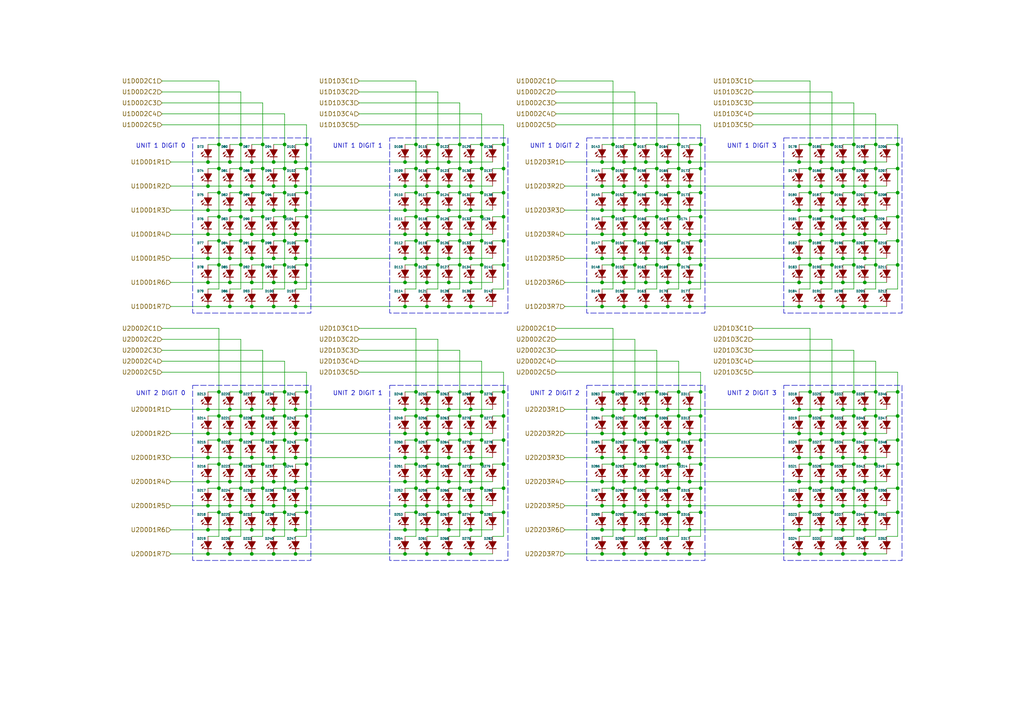
<source format=kicad_sch>
(kicad_sch (version 20250114) (generator "eeschema") (generator_version "9.0")
  (paper "A4")
  (title_block (title "Broadcast Clock") (date "2024-05-06") (rev "v1.0") (company "https://espenandersen.no") (comment 1 "LED matrices"))
  (rectangle (start 113.03 40.005) (end 147.32 90.805) (stroke (width 0) (type dash)))
  (rectangle (start 55.88 40.005) (end 90.17 90.805) (stroke (width 0) (type dash)))
  (rectangle (start 227.33 111.76) (end 261.62 162.56) (stroke (width 0) (type dash)))
  (rectangle (start 227.33 40.005) (end 261.62 90.805) (stroke (width 0) (type dash)))
  (rectangle (start 113.03 111.76) (end 147.32 162.56) (stroke (width 0) (type dash)))
  (rectangle (start 55.88 111.76) (end 90.17 162.56) (stroke (width 0) (type dash)))
  (rectangle (start 170.18 40.005) (end 204.47 90.805) (stroke (width 0) (type dash)))
  (rectangle (start 170.18 111.76) (end 204.47 162.56) (stroke (width 0) (type dash)))
  (text "UNIT 2 DIGIT 2" (at 153.67 114.935 0) (effects (font (size 1.27 1.27)) (justify left bottom)))
  (text "UNIT 2 DIGIT 0" (at 39.37 114.935 0) (effects (font (size 1.27 1.27)) (justify left bottom)))
  (text "UNIT 1 DIGIT 0" (at 39.37 43.18 0) (effects (font (size 1.27 1.27)) (justify left bottom)))
  (text "UNIT 2 DIGIT 1" (at 96.52 114.935 0) (effects (font (size 1.27 1.27)) (justify left bottom)))
  (text "UNIT 2 DIGIT 3" (at 210.82 114.935 0) (effects (font (size 1.27 1.27)) (justify left bottom)))
  (text "UNIT 1 DIGIT 1" (at 96.52 43.18 0) (effects (font (size 1.27 1.27)) (justify left bottom)))
  (text "UNIT 1 DIGIT 3" (at 210.82 43.18 0) (effects (font (size 1.27 1.27)) (justify left bottom)))
  (text "UNIT 1 DIGIT 2" (at 153.67 43.18 0) (effects (font (size 1.27 1.27)) (justify left bottom)))
  (junction (at 247.65 141.605))
  (junction (at 85.725 60.96))
  (junction (at 203.2 113.665))
  (junction (at 82.55 127.635))
  (junction (at 66.675 53.975))
  (junction (at 184.15 48.895))
  (junction (at 130.175 88.9))
  (junction (at 133.35 69.85))
  (junction (at 234.95 48.895))
  (junction (at 139.7 127.635))
  (junction (at 238.125 67.945))
  (junction (at 139.7 41.91))
  (junction (at 241.3 41.91))
  (junction (at 130.175 125.73))
  (junction (at 146.05 120.65))
  (junction (at 260.35 134.62))
  (junction (at 250.825 132.715))
  (junction (at 203.2 69.85))
  (junction (at 196.85 134.62))
  (junction (at 180.975 88.9))
  (junction (at 193.675 74.93))
  (junction (at 200.025 146.685))
  (junction (at 82.55 134.62))
  (junction (at 133.35 76.835))
  (junction (at 79.375 81.915))
  (junction (at 231.775 88.9))
  (junction (at 196.85 148.59))
  (junction (at 250.825 118.745))
  (junction (at 260.35 69.85))
  (junction (at 73.025 74.93))
  (junction (at 254 69.85))
  (junction (at 63.5 148.59))
  (junction (at 136.525 67.945))
  (junction (at 180.975 67.945))
  (junction (at 130.175 46.99))
  (junction (at 88.9 55.88))
  (junction (at 190.5 48.895))
  (junction (at 231.775 153.67))
  (junction (at 250.825 81.915))
  (junction (at 180.975 153.67))
  (junction (at 190.5 55.88))
  (junction (at 177.8 62.865))
  (junction (at 254 148.59))
  (junction (at 117.475 88.9))
  (junction (at 200.025 132.715))
  (junction (at 244.475 46.99))
  (junction (at 238.125 88.9))
  (junction (at 234.95 55.88))
  (junction (at 66.675 67.945))
  (junction (at 133.35 134.62))
  (junction (at 139.7 148.59))
  (junction (at 193.675 46.99))
  (junction (at 82.55 120.65))
  (junction (at 247.65 76.835))
  (junction (at 250.825 74.93))
  (junction (at 120.65 69.85))
  (junction (at 200.025 153.67))
  (junction (at 200.025 53.975))
  (junction (at 146.05 55.88))
  (junction (at 244.475 139.7))
  (junction (at 139.7 141.605))
  (junction (at 177.8 127.635))
  (junction (at 133.35 41.91))
  (junction (at 123.825 118.745))
  (junction (at 231.775 139.7))
  (junction (at 234.95 141.605))
  (junction (at 180.975 132.715))
  (junction (at 174.625 132.715))
  (junction (at 250.825 139.7))
  (junction (at 196.85 76.835))
  (junction (at 123.825 53.975))
  (junction (at 73.025 125.73))
  (junction (at 117.475 125.73))
  (junction (at 254 113.665))
  (junction (at 130.175 60.96))
  (junction (at 238.125 146.685))
  (junction (at 85.725 118.745))
  (junction (at 234.95 41.91))
  (junction (at 231.775 160.655))
  (junction (at 130.175 118.745))
  (junction (at 187.325 88.9))
  (junction (at 120.65 141.605))
  (junction (at 234.95 148.59))
  (junction (at 69.85 76.835))
  (junction (at 88.9 41.91))
  (junction (at 133.35 148.59))
  (junction (at 82.55 76.835))
  (junction (at 146.05 127.635))
  (junction (at 254 62.865))
  (junction (at 139.7 113.665))
  (junction (at 79.375 46.99))
  (junction (at 190.5 148.59))
  (junction (at 117.475 67.945))
  (junction (at 60.325 146.685))
  (junction (at 193.675 88.9))
  (junction (at 66.675 146.685))
  (junction (at 180.975 125.73))
  (junction (at 193.675 60.96))
  (junction (at 73.025 139.7))
  (junction (at 244.475 67.945))
  (junction (at 76.2 41.91))
  (junction (at 82.55 55.88))
  (junction (at 60.325 88.9))
  (junction (at 254 134.62))
  (junction (at 76.2 148.59))
  (junction (at 117.475 46.99))
  (junction (at 180.975 146.685))
  (junction (at 177.8 148.59))
  (junction (at 63.5 55.88))
  (junction (at 60.325 46.99))
  (junction (at 136.525 74.93))
  (junction (at 146.05 134.62))
  (junction (at 127 148.59))
  (junction (at 250.825 46.99))
  (junction (at 241.3 62.865))
  (junction (at 146.05 69.85))
  (junction (at 136.525 153.67))
  (junction (at 63.5 127.635))
  (junction (at 120.65 55.88))
  (junction (at 79.375 132.715))
  (junction (at 174.625 67.945))
  (junction (at 203.2 62.865))
  (junction (at 238.125 125.73))
  (junction (at 136.525 139.7))
  (junction (at 88.9 127.635))
  (junction (at 250.825 67.945))
  (junction (at 254 48.895))
  (junction (at 203.2 127.635))
  (junction (at 180.975 60.96))
  (junction (at 187.325 153.67))
  (junction (at 250.825 153.67))
  (junction (at 244.475 153.67))
  (junction (at 146.05 113.665))
  (junction (at 85.725 160.655))
  (junction (at 130.175 81.915))
  (junction (at 244.475 88.9))
  (junction (at 241.3 48.895))
  (junction (at 79.375 125.73))
  (junction (at 193.675 125.73))
  (junction (at 66.675 153.67))
  (junction (at 130.175 153.67))
  (junction (at 85.725 88.9))
  (junction (at 193.675 81.915))
  (junction (at 200.025 46.99))
  (junction (at 200.025 139.7))
  (junction (at 260.35 41.91))
  (junction (at 88.9 120.65))
  (junction (at 136.525 132.715))
  (junction (at 250.825 60.96))
  (junction (at 76.2 69.85))
  (junction (at 69.85 134.62))
  (junction (at 187.325 81.915))
  (junction (at 133.35 62.865))
  (junction (at 174.625 146.685))
  (junction (at 79.375 60.96))
  (junction (at 190.5 41.91))
  (junction (at 66.675 125.73))
  (junction (at 130.175 139.7))
  (junction (at 69.85 113.665))
  (junction (at 73.025 60.96))
  (junction (at 184.15 120.65))
  (junction (at 133.35 127.635))
  (junction (at 66.675 132.715))
  (junction (at 193.675 132.715))
  (junction (at 79.375 74.93))
  (junction (at 241.3 141.605))
  (junction (at 190.5 120.65))
  (junction (at 247.65 148.59))
  (junction (at 247.65 62.865))
  (junction (at 82.55 41.91))
  (junction (at 184.15 41.91))
  (junction (at 88.9 69.85))
  (junction (at 190.5 127.635))
  (junction (at 250.825 53.975))
  (junction (at 260.35 120.65))
  (junction (at 76.2 134.62))
  (junction (at 136.525 60.96))
  (junction (at 120.65 76.835))
  (junction (at 73.025 46.99))
  (junction (at 187.325 60.96))
  (junction (at 231.775 81.915))
  (junction (at 193.675 146.685))
  (junction (at 79.375 160.655))
  (junction (at 123.825 125.73))
  (junction (at 79.375 53.975))
  (junction (at 193.675 118.745))
  (junction (at 85.725 146.685))
  (junction (at 117.475 160.655))
  (junction (at 260.35 55.88))
  (junction (at 247.65 113.665))
  (junction (at 247.65 69.85))
  (junction (at 60.325 81.915))
  (junction (at 238.125 160.655))
  (junction (at 66.675 60.96))
  (junction (at 136.525 125.73))
  (junction (at 231.775 67.945))
  (junction (at 260.35 148.59))
  (junction (at 63.5 41.91))
  (junction (at 187.325 118.745))
  (junction (at 139.7 62.865))
  (junction (at 79.375 88.9))
  (junction (at 177.8 134.62))
  (junction (at 127 41.91))
  (junction (at 127 134.62))
  (junction (at 187.325 132.715))
  (junction (at 136.525 53.975))
  (junction (at 231.775 46.99))
  (junction (at 66.675 81.915))
  (junction (at 244.475 81.915))
  (junction (at 174.625 53.975))
  (junction (at 190.5 62.865))
  (junction (at 177.8 55.88))
  (junction (at 146.05 48.895))
  (junction (at 117.475 53.975))
  (junction (at 184.15 55.88))
  (junction (at 85.725 67.945))
  (junction (at 76.2 127.635))
  (junction (at 123.825 67.945))
  (junction (at 187.325 125.73))
  (junction (at 123.825 74.93))
  (junction (at 174.625 125.73))
  (junction (at 123.825 60.96))
  (junction (at 234.95 62.865))
  (junction (at 76.2 48.895))
  (junction (at 76.2 120.65))
  (junction (at 196.85 62.865))
  (junction (at 123.825 132.715))
  (junction (at 244.475 132.715))
  (junction (at 60.325 60.96))
  (junction (at 254 141.605))
  (junction (at 60.325 132.715))
  (junction (at 260.35 113.665))
  (junction (at 174.625 74.93))
  (junction (at 247.65 48.895))
  (junction (at 174.625 81.915))
  (junction (at 241.3 127.635))
  (junction (at 117.475 81.915))
  (junction (at 193.675 139.7))
  (junction (at 88.9 76.835))
  (junction (at 180.975 53.975))
  (junction (at 234.95 120.65))
  (junction (at 184.15 76.835))
  (junction (at 123.825 88.9))
  (junction (at 184.15 127.635))
  (junction (at 60.325 160.655))
  (junction (at 187.325 139.7))
  (junction (at 203.2 48.895))
  (junction (at 76.2 76.835))
  (junction (at 254 41.91))
  (junction (at 200.025 60.96))
  (junction (at 174.625 46.99))
  (junction (at 238.125 153.67))
  (junction (at 133.35 48.895))
  (junction (at 196.85 41.91))
  (junction (at 69.85 141.605))
  (junction (at 60.325 118.745))
  (junction (at 247.65 120.65))
  (junction (at 136.525 46.99))
  (junction (at 66.675 139.7))
  (junction (at 117.475 74.93))
  (junction (at 66.675 118.745))
  (junction (at 120.65 127.635))
  (junction (at 231.775 74.93))
  (junction (at 196.85 141.605))
  (junction (at 254 127.635))
  (junction (at 123.825 153.67))
  (junction (at 73.025 53.975))
  (junction (at 174.625 60.96))
  (junction (at 60.325 53.975))
  (junction (at 73.025 88.9))
  (junction (at 203.2 148.59))
  (junction (at 238.125 46.99))
  (junction (at 133.35 141.605))
  (junction (at 184.15 113.665))
  (junction (at 123.825 146.685))
  (junction (at 139.7 76.835))
  (junction (at 82.55 48.895))
  (junction (at 241.3 134.62))
  (junction (at 196.85 127.635))
  (junction (at 184.15 148.59))
  (junction (at 130.175 53.975))
  (junction (at 231.775 60.96))
  (junction (at 238.125 74.93))
  (junction (at 250.825 88.9))
  (junction (at 76.2 141.605))
  (junction (at 174.625 153.67))
  (junction (at 69.85 55.88))
  (junction (at 85.725 46.99))
  (junction (at 127 120.65))
  (junction (at 174.625 160.655))
  (junction (at 85.725 74.93))
  (junction (at 193.675 160.655))
  (junction (at 130.175 74.93))
  (junction (at 193.675 67.945))
  (junction (at 238.125 132.715))
  (junction (at 196.85 69.85))
  (junction (at 82.55 141.605))
  (junction (at 234.95 134.62))
  (junction (at 127 62.865))
  (junction (at 117.475 118.745))
  (junction (at 123.825 46.99))
  (junction (at 73.025 67.945))
  (junction (at 136.525 160.655))
  (junction (at 69.85 62.865))
  (junction (at 260.35 127.635))
  (junction (at 63.5 120.65))
  (junction (at 76.2 62.865))
  (junction (at 244.475 118.745))
  (junction (at 180.975 139.7))
  (junction (at 60.325 139.7))
  (junction (at 244.475 60.96))
  (junction (at 241.3 69.85))
  (junction (at 88.9 134.62))
  (junction (at 139.7 69.85))
  (junction (at 250.825 160.655))
  (junction (at 133.35 55.88))
  (junction (at 117.475 132.715))
  (junction (at 196.85 48.895))
  (junction (at 231.775 146.685))
  (junction (at 247.65 127.635))
  (junction (at 120.65 41.91))
  (junction (at 63.5 48.895))
  (junction (at 79.375 118.745))
  (junction (at 250.825 125.73))
  (junction (at 69.85 120.65))
  (junction (at 231.775 118.745))
  (junction (at 254 120.65))
  (junction (at 79.375 67.945))
  (junction (at 193.675 153.67))
  (junction (at 139.7 48.895))
  (junction (at 200.025 67.945))
  (junction (at 76.2 113.665))
  (junction (at 146.05 141.605))
  (junction (at 247.65 41.91))
  (junction (at 66.675 46.99))
  (junction (at 146.05 148.59))
  (junction (at 117.475 60.96))
  (junction (at 187.325 146.685))
  (junction (at 260.35 62.865))
  (junction (at 177.8 113.665))
  (junction (at 85.725 132.715))
  (junction (at 130.175 132.715))
  (junction (at 85.725 53.975))
  (junction (at 244.475 53.975))
  (junction (at 238.125 60.96))
  (junction (at 130.175 146.685))
  (junction (at 231.775 53.975))
  (junction (at 190.5 76.835))
  (junction (at 82.55 69.85))
  (junction (at 73.025 81.915))
  (junction (at 79.375 153.67))
  (junction (at 69.85 127.635))
  (junction (at 63.5 134.62))
  (junction (at 85.725 125.73))
  (junction (at 66.675 160.655))
  (junction (at 120.65 62.865))
  (junction (at 177.8 120.65))
  (junction (at 139.7 134.62))
  (junction (at 60.325 153.67))
  (junction (at 69.85 41.91))
  (junction (at 244.475 74.93))
  (junction (at 88.9 141.605))
  (junction (at 66.675 74.93))
  (junction (at 177.8 41.91))
  (junction (at 63.5 113.665))
  (junction (at 117.475 139.7))
  (junction (at 203.2 141.605))
  (junction (at 69.85 148.59))
  (junction (at 177.8 48.895))
  (junction (at 88.9 48.895))
  (junction (at 241.3 120.65))
  (junction (at 260.35 141.605))
  (junction (at 85.725 139.7))
  (junction (at 63.5 141.605))
  (junction (at 190.5 134.62))
  (junction (at 82.55 62.865))
  (junction (at 200.025 118.745))
  (junction (at 82.55 148.59))
  (junction (at 190.5 113.665))
  (junction (at 120.65 148.59))
  (junction (at 238.125 81.915))
  (junction (at 241.3 76.835))
  (junction (at 139.7 120.65))
  (junction (at 177.8 69.85))
  (junction (at 66.675 88.9))
  (junction (at 79.375 139.7))
  (junction (at 190.5 141.605))
  (junction (at 146.05 41.91))
  (junction (at 60.325 67.945))
  (junction (at 231.775 132.715))
  (junction (at 180.975 160.655))
  (junction (at 146.05 76.835))
  (junction (at 238.125 139.7))
  (junction (at 63.5 62.865))
  (junction (at 174.625 118.745))
  (junction (at 85.725 153.67))
  (junction (at 200.025 74.93))
  (junction (at 130.175 160.655))
  (junction (at 117.475 153.67))
  (junction (at 133.35 113.665))
  (junction (at 180.975 74.93))
  (junction (at 190.5 69.85))
  (junction (at 88.9 62.865))
  (junction (at 187.325 46.99))
  (junction (at 123.825 160.655))
  (junction (at 123.825 139.7))
  (junction (at 203.2 41.91))
  (junction (at 120.65 120.65))
  (junction (at 117.475 146.685))
  (junction (at 133.35 120.65))
  (junction (at 127 76.835))
  (junction (at 196.85 113.665))
  (junction (at 196.85 120.65))
  (junction (at 85.725 81.915))
  (junction (at 203.2 55.88))
  (junction (at 146.05 62.865))
  (junction (at 73.025 153.67))
  (junction (at 184.15 141.605))
  (junction (at 200.025 160.655))
  (junction (at 180.975 46.99))
  (junction (at 247.65 55.88))
  (junction (at 203.2 134.62))
  (junction (at 136.525 81.915))
  (junction (at 244.475 125.73))
  (junction (at 73.025 118.745))
  (junction (at 136.525 118.745))
  (junction (at 260.35 76.835))
  (junction (at 254 55.88))
  (junction (at 174.625 139.7))
  (junction (at 241.3 148.59))
  (junction (at 82.55 113.665))
  (junction (at 69.85 48.895))
  (junction (at 200.025 88.9))
  (junction (at 180.975 118.745))
  (junction (at 76.2 55.88))
  (junction (at 130.175 67.945))
  (junction (at 231.775 125.73))
  (junction (at 244.475 160.655))
  (junction (at 244.475 146.685))
  (junction (at 63.5 76.835))
  (junction (at 250.825 146.685))
  (junction (at 234.95 113.665))
  (junction (at 238.125 53.975))
  (junction (at 60.325 125.73))
  (junction (at 234.95 76.835))
  (junction (at 127 48.895))
  (junction (at 200.025 81.915))
  (junction (at 254 76.835))
  (junction (at 184.15 134.62))
  (junction (at 184.15 69.85))
  (junction (at 180.975 81.915))
  (junction (at 79.375 146.685))
  (junction (at 241.3 55.88))
  (junction (at 174.625 88.9))
  (junction (at 203.2 120.65))
  (junction (at 120.65 48.895))
  (junction (at 60.325 74.93))
  (junction (at 123.825 81.915))
  (junction (at 127 69.85))
  (junction (at 187.325 67.945))
  (junction (at 136.525 88.9))
  (junction (at 69.85 69.85))
  (junction (at 63.5 69.85))
  (junction (at 200.025 125.73))
  (junction (at 187.325 160.655))
  (junction (at 193.675 53.975))
  (junction (at 177.8 76.835))
  (junction (at 203.2 76.835))
  (junction (at 187.325 74.93))
  (junction (at 88.9 113.665))
  (junction (at 184.15 62.865))
  (junction (at 88.9 148.59))
  (junction (at 187.325 53.975))
  (junction (at 241.3 113.665))
  (junction (at 127 55.88))
  (junction (at 127 141.605))
  (junction (at 196.85 55.88))
  (junction (at 73.025 146.685))
  (junction (at 260.35 48.895))
  (junction (at 127 113.665))
  (junction (at 139.7 55.88))
  (junction (at 247.65 134.62))
  (junction (at 234.95 127.635))
  (junction (at 120.65 113.665))
  (junction (at 234.95 69.85))
  (junction (at 73.025 132.715))
  (junction (at 127 127.635))
  (junction (at 120.65 134.62))
  (junction (at 73.025 160.655))
  (junction (at 177.8 141.605))
  (junction (at 238.125 118.745))
  (junction (at 136.525 146.685))
  (wire (pts (xy 238.125 146.685) (xy 244.475 146.685)))
  (wire (pts (xy 174.625 139.7) (xy 180.975 139.7)))
  (wire (pts (xy 142.875 141.605) (xy 146.05 141.605)))
  (wire (pts (xy 193.675 160.655) (xy 200.025 160.655)))
  (wire (pts (xy 63.5 41.91) (xy 63.5 48.895)))
  (wire (pts (xy 250.825 120.65) (xy 254 120.65)))
  (wire (pts (xy 133.35 76.835) (xy 133.35 83.82)))
  (wire (pts (xy 196.85 41.91) (xy 196.85 48.895)))
  (wire (pts (xy 244.475 141.605) (xy 247.65 141.605)))
  (wire (pts (xy 139.7 127.635) (xy 139.7 134.62)))
  (wire (pts (xy 117.475 132.715) (xy 123.825 132.715)))
  (wire (pts (xy 127 69.85) (xy 127 76.835)))
  (wire (pts (xy 200.025 127.635) (xy 203.2 127.635)))
  (wire (pts (xy 257.175 69.85) (xy 260.35 69.85)))
  (wire (pts (xy 238.125 46.99) (xy 244.475 46.99)))
  (wire (pts (xy 79.375 41.91) (xy 82.55 41.91)))
  (wire (pts (xy 231.775 67.945) (xy 238.125 67.945)))
  (wire (pts (xy 136.525 62.865) (xy 139.7 62.865)))
  (wire (pts (xy 163.83 67.945) (xy 174.625 67.945)))
  (wire (pts (xy 174.625 81.915) (xy 180.975 81.915)))
  (wire (pts (xy 146.05 107.95) (xy 146.05 113.665)))
  (wire (pts (xy 49.53 67.945) (xy 60.325 67.945)))
  (wire (pts (xy 231.775 118.745) (xy 238.125 118.745)))
  (wire (pts (xy 123.825 148.59) (xy 127 148.59)))
  (wire (pts (xy 241.3 120.65) (xy 241.3 127.635)))
  (wire (pts (xy 180.975 139.7) (xy 187.325 139.7)))
  (wire (pts (xy 127 26.67) (xy 127 41.91)))
  (wire (pts (xy 60.325 113.665) (xy 63.5 113.665)))
  (wire (pts (xy 203.2 41.91) (xy 203.2 48.895)))
  (wire (pts (xy 200.025 69.85) (xy 203.2 69.85)))
  (wire (pts (xy 104.14 26.67) (xy 127 26.67)))
  (wire (pts (xy 120.65 120.65) (xy 120.65 127.635)))
  (wire (pts (xy 193.675 134.62) (xy 196.85 134.62)))
  (wire (pts (xy 123.825 134.62) (xy 127 134.62)))
  (wire (pts (xy 127 141.605) (xy 127 148.59)))
  (wire (pts (xy 146.05 76.835) (xy 146.05 83.82)))
  (wire (pts (xy 60.325 88.9) (xy 66.675 88.9)))
  (wire (pts (xy 88.9 127.635) (xy 88.9 134.62)))
  (wire (pts (xy 200.025 41.91) (xy 203.2 41.91)))
  (wire (pts (xy 123.825 48.895) (xy 127 48.895)))
  (wire (pts (xy 73.025 134.62) (xy 76.2 134.62)))
  (wire (pts (xy 177.8 76.835) (xy 177.8 83.82)))
  (wire (pts (xy 133.35 55.88) (xy 133.35 62.865)))
  (wire (pts (xy 142.875 62.865) (xy 146.05 62.865)))
  (wire (pts (xy 231.775 139.7) (xy 238.125 139.7)))
  (wire (pts (xy 79.375 141.605) (xy 82.55 141.605)))
  (wire (pts (xy 142.875 113.665) (xy 146.05 113.665)))
  (wire (pts (xy 73.025 155.575) (xy 76.2 155.575)))
  (wire (pts (xy 139.7 120.65) (xy 139.7 127.635)))
  (wire (pts (xy 49.53 88.9) (xy 60.325 88.9)))
  (wire (pts (xy 69.85 69.85) (xy 69.85 76.835)))
  (wire (pts (xy 177.8 141.605) (xy 177.8 148.59)))
  (wire (pts (xy 187.325 69.85) (xy 190.5 69.85)))
  (wire (pts (xy 49.53 53.975) (xy 60.325 53.975)))
  (wire (pts (xy 257.175 113.665) (xy 260.35 113.665)))
  (wire (pts (xy 200.025 113.665) (xy 203.2 113.665)))
  (wire (pts (xy 241.3 98.425) (xy 241.3 113.665)))
  (wire (pts (xy 203.2 36.195) (xy 203.2 41.91)))
  (wire (pts (xy 260.35 141.605) (xy 260.35 148.59)))
  (wire (pts (xy 79.375 127.635) (xy 82.55 127.635)))
  (wire (pts (xy 66.675 134.62) (xy 69.85 134.62)))
  (wire (pts (xy 123.825 88.9) (xy 130.175 88.9)))
  (wire (pts (xy 136.525 118.745) (xy 142.875 118.745)))
  (wire (pts (xy 49.53 125.73) (xy 60.325 125.73)))
  (wire (pts (xy 85.725 74.93) (xy 117.475 74.93)))
  (wire (pts (xy 117.475 55.88) (xy 120.65 55.88)))
  (wire (pts (xy 123.825 41.91) (xy 127 41.91)))
  (wire (pts (xy 196.85 69.85) (xy 196.85 76.835)))
  (wire (pts (xy 196.85 127.635) (xy 196.85 134.62)))
  (wire (pts (xy 193.675 46.99) (xy 200.025 46.99)))
  (wire (pts (xy 66.675 76.835) (xy 69.85 76.835)))
  (wire (pts (xy 130.175 67.945) (xy 136.525 67.945)))
  (wire (pts (xy 136.525 60.96) (xy 142.875 60.96)))
  (wire (pts (xy 88.9 55.88) (xy 88.9 62.865)))
  (wire (pts (xy 260.35 48.895) (xy 260.35 55.88)))
  (wire (pts (xy 66.675 120.65) (xy 69.85 120.65)))
  (wire (pts (xy 117.475 148.59) (xy 120.65 148.59)))
  (wire (pts (xy 66.675 55.88) (xy 69.85 55.88)))
  (wire (pts (xy 231.775 120.65) (xy 234.95 120.65)))
  (wire (pts (xy 46.99 23.495) (xy 63.5 23.495)))
  (wire (pts (xy 73.025 76.835) (xy 76.2 76.835)))
  (wire (pts (xy 161.29 104.775) (xy 196.85 104.775)))
  (wire (pts (xy 136.525 139.7) (xy 142.875 139.7)))
  (wire (pts (xy 123.825 67.945) (xy 130.175 67.945)))
  (wire (pts (xy 234.95 127.635) (xy 234.95 134.62)))
  (wire (pts (xy 85.725 83.82) (xy 88.9 83.82)))
  (wire (pts (xy 250.825 146.685) (xy 257.175 146.685)))
  (wire (pts (xy 63.5 48.895) (xy 63.5 55.88)))
  (wire (pts (xy 133.35 29.845) (xy 133.35 41.91)))
  (wire (pts (xy 244.475 160.655) (xy 250.825 160.655)))
  (wire (pts (xy 174.625 53.975) (xy 180.975 53.975)))
  (wire (pts (xy 177.8 41.91) (xy 177.8 48.895)))
  (wire (pts (xy 241.3 62.865) (xy 241.3 69.85)))
  (wire (pts (xy 187.325 62.865) (xy 190.5 62.865)))
  (wire (pts (xy 231.775 146.685) (xy 238.125 146.685)))
  (wire (pts (xy 69.85 55.88) (xy 69.85 62.865)))
  (wire (pts (xy 66.675 127.635) (xy 69.85 127.635)))
  (wire (pts (xy 73.025 125.73) (xy 79.375 125.73)))
  (wire (pts (xy 146.05 36.195) (xy 146.05 41.91)))
  (wire (pts (xy 76.2 55.88) (xy 76.2 62.865)))
  (wire (pts (xy 123.825 139.7) (xy 130.175 139.7)))
  (wire (pts (xy 234.95 69.85) (xy 234.95 76.835)))
  (wire (pts (xy 193.675 120.65) (xy 196.85 120.65)))
  (wire (pts (xy 49.53 81.915) (xy 60.325 81.915)))
  (wire (pts (xy 231.775 69.85) (xy 234.95 69.85)))
  (wire (pts (xy 250.825 83.82) (xy 254 83.82)))
  (wire (pts (xy 66.675 67.945) (xy 73.025 67.945)))
  (wire (pts (xy 231.775 74.93) (xy 238.125 74.93)))
  (wire (pts (xy 136.525 55.88) (xy 139.7 55.88)))
  (wire (pts (xy 60.325 160.655) (xy 66.675 160.655)))
  (wire (pts (xy 73.025 81.915) (xy 79.375 81.915)))
  (wire (pts (xy 133.35 113.665) (xy 133.35 120.65)))
  (wire (pts (xy 187.325 48.895) (xy 190.5 48.895)))
  (wire (pts (xy 127 120.65) (xy 127 127.635)))
  (wire (pts (xy 49.53 74.93) (xy 60.325 74.93)))
  (wire (pts (xy 231.775 60.96) (xy 238.125 60.96)))
  (wire (pts (xy 254 69.85) (xy 254 76.835)))
  (wire (pts (xy 136.525 41.91) (xy 139.7 41.91)))
  (wire (pts (xy 241.3 127.635) (xy 241.3 134.62)))
  (wire (pts (xy 82.55 113.665) (xy 82.55 120.65)))
  (wire (pts (xy 130.175 134.62) (xy 133.35 134.62)))
  (wire (pts (xy 190.5 69.85) (xy 190.5 76.835)))
  (wire (pts (xy 250.825 53.975) (xy 257.175 53.975)))
  (wire (pts (xy 161.29 23.495) (xy 177.8 23.495)))
  (wire (pts (xy 254 148.59) (xy 254 155.575)))
  (wire (pts (xy 79.375 60.96) (xy 85.725 60.96)))
  (wire (pts (xy 184.15 113.665) (xy 184.15 120.65)))
  (wire (pts (xy 136.525 46.99) (xy 142.875 46.99)))
  (wire (pts (xy 250.825 74.93) (xy 257.175 74.93)))
  (wire (pts (xy 79.375 132.715) (xy 85.725 132.715)))
  (wire (pts (xy 49.53 118.745) (xy 60.325 118.745)))
  (wire (pts (xy 79.375 69.85) (xy 82.55 69.85)))
  (wire (pts (xy 196.85 134.62) (xy 196.85 141.605)))
  (wire (pts (xy 85.725 46.99) (xy 117.475 46.99)))
  (wire (pts (xy 200.025 118.745) (xy 231.775 118.745)))
  (wire (pts (xy 177.8 127.635) (xy 177.8 134.62)))
  (wire (pts (xy 200.025 55.88) (xy 203.2 55.88)))
  (wire (pts (xy 244.475 74.93) (xy 250.825 74.93)))
  (wire (pts (xy 187.325 139.7) (xy 193.675 139.7)))
  (wire (pts (xy 127 98.425) (xy 127 113.665)))
  (wire (pts (xy 117.475 88.9) (xy 123.825 88.9)))
  (wire (pts (xy 120.65 141.605) (xy 120.65 148.59)))
  (wire (pts (xy 79.375 53.975) (xy 85.725 53.975)))
  (wire (pts (xy 187.325 113.665) (xy 190.5 113.665)))
  (wire (pts (xy 88.9 107.95) (xy 88.9 113.665)))
  (wire (pts (xy 196.85 55.88) (xy 196.85 62.865)))
  (wire (pts (xy 238.125 41.91) (xy 241.3 41.91)))
  (wire (pts (xy 120.65 134.62) (xy 120.65 141.605)))
  (wire (pts (xy 146.05 141.605) (xy 146.05 148.59)))
  (wire (pts (xy 244.475 60.96) (xy 250.825 60.96)))
  (wire (pts (xy 218.44 29.845) (xy 247.65 29.845)))
  (wire (pts (xy 161.29 101.6) (xy 190.5 101.6)))
  (wire (pts (xy 76.2 148.59) (xy 76.2 155.575)))
  (wire (pts (xy 85.725 76.835) (xy 88.9 76.835)))
  (wire (pts (xy 60.325 74.93) (xy 66.675 74.93)))
  (wire (pts (xy 82.55 148.59) (xy 82.55 155.575)))
  (wire (pts (xy 190.5 141.605) (xy 190.5 148.59)))
  (wire (pts (xy 200.025 88.9) (xy 231.775 88.9)))
  (wire (pts (xy 196.85 76.835) (xy 196.85 83.82)))
  (wire (pts (xy 244.475 118.745) (xy 250.825 118.745)))
  (wire (pts (xy 76.2 69.85) (xy 76.2 76.835)))
  (wire (pts (xy 76.2 127.635) (xy 76.2 134.62)))
  (wire (pts (xy 139.7 113.665) (xy 139.7 120.65)))
  (wire (pts (xy 177.8 148.59) (xy 177.8 155.575)))
  (wire (pts (xy 127 113.665) (xy 127 120.65)))
  (wire (pts (xy 76.2 41.91) (xy 76.2 48.895)))
  (wire (pts (xy 184.15 148.59) (xy 184.15 155.575)))
  (wire (pts (xy 187.325 76.835) (xy 190.5 76.835)))
  (wire (pts (xy 85.725 81.915) (xy 117.475 81.915)))
  (wire (pts (xy 133.35 148.59) (xy 133.35 155.575)))
  (wire (pts (xy 123.825 113.665) (xy 127 113.665)))
  (wire (pts (xy 69.85 26.67) (xy 69.85 41.91)))
  (wire (pts (xy 196.85 113.665) (xy 196.85 120.65)))
  (wire (pts (xy 257.175 62.865) (xy 260.35 62.865)))
  (wire (pts (xy 88.9 113.665) (xy 88.9 120.65)))
  (wire (pts (xy 117.475 141.605) (xy 120.65 141.605)))
  (wire (pts (xy 250.825 134.62) (xy 254 134.62)))
  (wire (pts (xy 85.725 148.59) (xy 88.9 148.59)))
  (wire (pts (xy 120.65 62.865) (xy 120.65 69.85)))
  (wire (pts (xy 63.5 134.62) (xy 63.5 141.605)))
  (wire (pts (xy 146.05 48.895) (xy 146.05 55.88)))
  (wire (pts (xy 247.65 41.91) (xy 247.65 48.895)))
  (wire (pts (xy 241.3 48.895) (xy 241.3 55.88)))
  (wire (pts (xy 241.3 113.665) (xy 241.3 120.65)))
  (wire (pts (xy 104.14 36.195) (xy 146.05 36.195)))
  (wire (pts (xy 241.3 26.67) (xy 241.3 41.91)))
  (wire (pts (xy 180.975 141.605) (xy 184.15 141.605)))
  (wire (pts (xy 187.325 60.96) (xy 193.675 60.96)))
  (wire (pts (xy 184.15 55.88) (xy 184.15 62.865)))
  (wire (pts (xy 73.025 160.655) (xy 79.375 160.655)))
  (wire (pts (xy 73.025 67.945) (xy 79.375 67.945)))
  (wire (pts (xy 163.83 74.93) (xy 174.625 74.93)))
  (wire (pts (xy 120.65 41.91) (xy 120.65 48.895)))
  (wire (pts (xy 177.8 120.65) (xy 177.8 127.635)))
  (wire (pts (xy 85.725 120.65) (xy 88.9 120.65)))
  (wire (pts (xy 139.7 55.88) (xy 139.7 62.865)))
  (wire (pts (xy 76.2 29.845) (xy 76.2 41.91)))
  (wire (pts (xy 127 55.88) (xy 127 62.865)))
  (wire (pts (xy 250.825 67.945) (xy 257.175 67.945)))
  (wire (pts (xy 203.2 76.835) (xy 203.2 83.82)))
  (wire (pts (xy 180.975 67.945) (xy 187.325 67.945)))
  (wire (pts (xy 82.55 69.85) (xy 82.55 76.835)))
  (wire (pts (xy 133.35 141.605) (xy 133.35 148.59)))
  (wire (pts (xy 177.8 48.895) (xy 177.8 55.88)))
  (wire (pts (xy 260.35 55.88) (xy 260.35 62.865)))
  (wire (pts (xy 88.9 148.59) (xy 88.9 155.575)))
  (wire (pts (xy 254 62.865) (xy 254 69.85)))
  (wire (pts (xy 250.825 139.7) (xy 257.175 139.7)))
  (wire (pts (xy 250.825 88.9) (xy 257.175 88.9)))
  (wire (pts (xy 250.825 141.605) (xy 254 141.605)))
  (wire (pts (xy 46.99 107.95) (xy 88.9 107.95)))
  (wire (pts (xy 146.05 62.865) (xy 146.05 69.85)))
  (wire (pts (xy 187.325 160.655) (xy 193.675 160.655)))
  (wire (pts (xy 174.625 118.745) (xy 180.975 118.745)))
  (wire (pts (xy 174.625 41.91) (xy 177.8 41.91)))
  (wire (pts (xy 218.44 36.195) (xy 260.35 36.195)))
  (wire (pts (xy 244.475 83.82) (xy 247.65 83.82)))
  (wire (pts (xy 174.625 76.835) (xy 177.8 76.835)))
  (wire (pts (xy 193.675 88.9) (xy 200.025 88.9)))
  (wire (pts (xy 187.325 83.82) (xy 190.5 83.82)))
  (wire (pts (xy 238.125 141.605) (xy 241.3 141.605)))
  (wire (pts (xy 187.325 127.635) (xy 190.5 127.635)))
  (wire (pts (xy 133.35 120.65) (xy 133.35 127.635)))
  (wire (pts (xy 79.375 48.895) (xy 82.55 48.895)))
  (wire (pts (xy 177.8 95.25) (xy 177.8 113.665)))
  (wire (pts (xy 163.83 88.9) (xy 174.625 88.9)))
  (wire (pts (xy 193.675 74.93) (xy 200.025 74.93)))
  (wire (pts (xy 130.175 139.7) (xy 136.525 139.7)))
  (wire (pts (xy 136.525 113.665) (xy 139.7 113.665)))
  (wire (pts (xy 88.9 120.65) (xy 88.9 127.635)))
  (wire (pts (xy 73.025 120.65) (xy 76.2 120.65)))
  (wire (pts (xy 193.675 55.88) (xy 196.85 55.88)))
  (wire (pts (xy 203.2 134.62) (xy 203.2 141.605)))
  (wire (pts (xy 231.775 113.665) (xy 234.95 113.665)))
  (wire (pts (xy 63.5 148.59) (xy 63.5 155.575)))
  (wire (pts (xy 200.025 160.655) (xy 231.775 160.655)))
  (wire (pts (xy 250.825 153.67) (xy 257.175 153.67)))
  (wire (pts (xy 180.975 118.745) (xy 187.325 118.745)))
  (wire (pts (xy 260.35 41.91) (xy 260.35 48.895)))
  (wire (pts (xy 46.99 36.195) (xy 88.9 36.195)))
  (wire (pts (xy 180.975 160.655) (xy 187.325 160.655)))
  (wire (pts (xy 79.375 46.99) (xy 85.725 46.99)))
  (wire (pts (xy 120.65 148.59) (xy 120.65 155.575)))
  (wire (pts (xy 180.975 62.865) (xy 184.15 62.865)))
  (wire (pts (xy 234.95 113.665) (xy 234.95 120.65)))
  (wire (pts (xy 247.65 76.835) (xy 247.65 83.82)))
  (wire (pts (xy 193.675 69.85) (xy 196.85 69.85)))
  (wire (pts (xy 174.625 74.93) (xy 180.975 74.93)))
  (wire (pts (xy 193.675 139.7) (xy 200.025 139.7)))
  (wire (pts (xy 46.99 98.425) (xy 69.85 98.425)))
  (wire (pts (xy 49.53 153.67) (xy 60.325 153.67)))
  (wire (pts (xy 234.95 134.62) (xy 234.95 141.605)))
  (wire (pts (xy 123.825 53.975) (xy 130.175 53.975)))
  (wire (pts (xy 250.825 55.88) (xy 254 55.88)))
  (wire (pts (xy 117.475 146.685) (xy 123.825 146.685)))
  (wire (pts (xy 136.525 83.82) (xy 139.7 83.82)))
  (wire (pts (xy 66.675 155.575) (xy 69.85 155.575)))
  (wire (pts (xy 142.875 148.59) (xy 146.05 148.59)))
  (wire (pts (xy 136.525 74.93) (xy 142.875 74.93)))
  (wire (pts (xy 231.775 62.865) (xy 234.95 62.865)))
  (wire (pts (xy 136.525 88.9) (xy 142.875 88.9)))
  (wire (pts (xy 218.44 101.6) (xy 247.65 101.6)))
  (wire (pts (xy 200.025 125.73) (xy 231.775 125.73)))
  (wire (pts (xy 117.475 134.62) (xy 120.65 134.62)))
  (wire (pts (xy 238.125 160.655) (xy 244.475 160.655)))
  (wire (pts (xy 117.475 125.73) (xy 123.825 125.73)))
  (wire (pts (xy 234.95 120.65) (xy 234.95 127.635)))
  (wire (pts (xy 244.475 153.67) (xy 250.825 153.67)))
  (wire (pts (xy 244.475 155.575) (xy 247.65 155.575)))
  (wire (pts (xy 60.325 125.73) (xy 66.675 125.73)))
  (wire (pts (xy 238.125 81.915) (xy 244.475 81.915)))
  (wire (pts (xy 187.325 134.62) (xy 190.5 134.62)))
  (wire (pts (xy 203.2 120.65) (xy 203.2 127.635)))
  (wire (pts (xy 142.875 134.62) (xy 146.05 134.62)))
  (wire (pts (xy 69.85 148.59) (xy 69.85 155.575)))
  (wire (pts (xy 238.125 139.7) (xy 244.475 139.7)))
  (wire (pts (xy 104.14 95.25) (xy 120.65 95.25)))
  (wire (pts (xy 174.625 62.865) (xy 177.8 62.865)))
  (wire (pts (xy 73.025 141.605) (xy 76.2 141.605)))
  (wire (pts (xy 76.2 134.62) (xy 76.2 141.605)))
  (wire (pts (xy 244.475 53.975) (xy 250.825 53.975)))
  (wire (pts (xy 247.65 29.845) (xy 247.65 41.91)))
  (wire (pts (xy 218.44 98.425) (xy 241.3 98.425)))
  (wire (pts (xy 85.725 53.975) (xy 117.475 53.975)))
  (wire (pts (xy 60.325 41.91) (xy 63.5 41.91)))
  (wire (pts (xy 82.55 134.62) (xy 82.55 141.605)))
  (wire (pts (xy 177.8 62.865) (xy 177.8 69.85)))
  (wire (pts (xy 254 33.02) (xy 254 41.91)))
  (wire (pts (xy 136.525 120.65) (xy 139.7 120.65)))
  (wire (pts (xy 85.725 146.685) (xy 117.475 146.685)))
  (wire (pts (xy 250.825 76.835) (xy 254 76.835)))
  (wire (pts (xy 82.55 76.835) (xy 82.55 83.82)))
  (wire (pts (xy 257.175 41.91) (xy 260.35 41.91)))
  (wire (pts (xy 184.15 69.85) (xy 184.15 76.835)))
  (wire (pts (xy 190.5 55.88) (xy 190.5 62.865)))
  (wire (pts (xy 193.675 48.895) (xy 196.85 48.895)))
  (wire (pts (xy 73.025 69.85) (xy 76.2 69.85)))
  (wire (pts (xy 187.325 88.9) (xy 193.675 88.9)))
  (wire (pts (xy 238.125 113.665) (xy 241.3 113.665)))
  (wire (pts (xy 63.5 113.665) (xy 63.5 120.65)))
  (wire (pts (xy 49.53 46.99) (xy 60.325 46.99)))
  (wire (pts (xy 133.35 101.6) (xy 133.35 113.665)))
  (wire (pts (xy 127 134.62) (xy 127 141.605)))
  (wire (pts (xy 203.2 141.605) (xy 203.2 148.59)))
  (wire (pts (xy 139.7 104.775) (xy 139.7 113.665)))
  (wire (pts (xy 174.625 146.685) (xy 180.975 146.685)))
  (wire (pts (xy 238.125 53.975) (xy 244.475 53.975)))
  (wire (pts (xy 218.44 33.02) (xy 254 33.02)))
  (wire (pts (xy 193.675 132.715) (xy 200.025 132.715)))
  (wire (pts (xy 231.775 155.575) (xy 234.95 155.575)))
  (wire (pts (xy 66.675 69.85) (xy 69.85 69.85)))
  (wire (pts (xy 187.325 125.73) (xy 193.675 125.73)))
  (wire (pts (xy 250.825 148.59) (xy 254 148.59)))
  (wire (pts (xy 187.325 81.915) (xy 193.675 81.915)))
  (wire (pts (xy 127 62.865) (xy 127 69.85)))
  (wire (pts (xy 184.15 48.895) (xy 184.15 55.88)))
  (wire (pts (xy 63.5 69.85) (xy 63.5 76.835)))
  (wire (pts (xy 136.525 76.835) (xy 139.7 76.835)))
  (wire (pts (xy 187.325 153.67) (xy 193.675 153.67)))
  (wire (pts (xy 163.83 160.655) (xy 174.625 160.655)))
  (wire (pts (xy 247.65 113.665) (xy 247.65 120.65)))
  (wire (pts (xy 85.725 132.715) (xy 117.475 132.715)))
  (wire (pts (xy 88.9 134.62) (xy 88.9 141.605)))
  (wire (pts (xy 238.125 69.85) (xy 241.3 69.85)))
  (wire (pts (xy 196.85 104.775) (xy 196.85 113.665)))
  (wire (pts (xy 46.99 95.25) (xy 63.5 95.25)))
  (wire (pts (xy 257.175 148.59) (xy 260.35 148.59)))
  (wire (pts (xy 257.175 83.82) (xy 260.35 83.82)))
  (wire (pts (xy 85.725 141.605) (xy 88.9 141.605)))
  (wire (pts (xy 180.975 134.62) (xy 184.15 134.62)))
  (wire (pts (xy 120.65 127.635) (xy 120.65 134.62)))
  (wire (pts (xy 120.65 113.665) (xy 120.65 120.65)))
  (wire (pts (xy 69.85 62.865) (xy 69.85 69.85)))
  (wire (pts (xy 260.35 120.65) (xy 260.35 127.635)))
  (wire (pts (xy 238.125 76.835) (xy 241.3 76.835)))
  (wire (pts (xy 79.375 155.575) (xy 82.55 155.575)))
  (wire (pts (xy 187.325 141.605) (xy 190.5 141.605)))
  (wire (pts (xy 231.775 153.67) (xy 238.125 153.67)))
  (wire (pts (xy 117.475 113.665) (xy 120.65 113.665)))
  (wire (pts (xy 250.825 132.715) (xy 257.175 132.715)))
  (wire (pts (xy 69.85 48.895) (xy 69.85 55.88)))
  (wire (pts (xy 187.325 148.59) (xy 190.5 148.59)))
  (wire (pts (xy 231.775 132.715) (xy 238.125 132.715)))
  (wire (pts (xy 174.625 134.62) (xy 177.8 134.62)))
  (wire (pts (xy 63.5 127.635) (xy 63.5 134.62)))
  (wire (pts (xy 146.05 113.665) (xy 146.05 120.65)))
  (wire (pts (xy 76.2 62.865) (xy 76.2 69.85)))
  (wire (pts (xy 133.35 48.895) (xy 133.35 55.88)))
  (wire (pts (xy 234.95 148.59) (xy 234.95 155.575)))
  (wire (pts (xy 142.875 83.82) (xy 146.05 83.82)))
  (wire (pts (xy 161.29 29.845) (xy 190.5 29.845)))
  (wire (pts (xy 257.175 141.605) (xy 260.35 141.605)))
  (wire (pts (xy 244.475 55.88) (xy 247.65 55.88)))
  (wire (pts (xy 163.83 139.7) (xy 174.625 139.7)))
  (wire (pts (xy 190.5 113.665) (xy 190.5 120.65)))
  (wire (pts (xy 82.55 41.91) (xy 82.55 48.895)))
  (wire (pts (xy 117.475 69.85) (xy 120.65 69.85)))
  (wire (pts (xy 123.825 69.85) (xy 127 69.85)))
  (wire (pts (xy 60.325 60.96) (xy 66.675 60.96)))
  (wire (pts (xy 244.475 62.865) (xy 247.65 62.865)))
  (wire (pts (xy 120.65 95.25) (xy 120.65 113.665)))
  (wire (pts (xy 79.375 62.865) (xy 82.55 62.865)))
  (wire (pts (xy 184.15 98.425) (xy 184.15 113.665)))
  (wire (pts (xy 79.375 153.67) (xy 85.725 153.67)))
  (wire (pts (xy 190.5 101.6) (xy 190.5 113.665)))
  (wire (pts (xy 79.375 74.93) (xy 85.725 74.93)))
  (wire (pts (xy 139.7 141.605) (xy 139.7 148.59)))
  (wire (pts (xy 60.325 155.575) (xy 63.5 155.575)))
  (wire (pts (xy 234.95 41.91) (xy 234.95 48.895)))
  (wire (pts (xy 146.05 134.62) (xy 146.05 141.605)))
  (wire (pts (xy 104.14 107.95) (xy 146.05 107.95)))
  (wire (pts (xy 117.475 160.655) (xy 123.825 160.655)))
  (wire (pts (xy 190.5 148.59) (xy 190.5 155.575)))
  (wire (pts (xy 73.025 153.67) (xy 79.375 153.67)))
  (wire (pts (xy 136.525 134.62) (xy 139.7 134.62)))
  (wire (pts (xy 133.35 134.62) (xy 133.35 141.605)))
  (wire (pts (xy 79.375 76.835) (xy 82.55 76.835)))
  (wire (pts (xy 60.325 76.835) (xy 63.5 76.835)))
  (wire (pts (xy 85.725 67.945) (xy 117.475 67.945)))
  (wire (pts (xy 193.675 155.575) (xy 196.85 155.575)))
  (wire (pts (xy 127 148.59) (xy 127 155.575)))
  (wire (pts (xy 200.025 60.96) (xy 231.775 60.96)))
  (wire (pts (xy 174.625 125.73) (xy 180.975 125.73)))
  (wire (pts (xy 257.175 155.575) (xy 260.35 155.575)))
  (wire (pts (xy 200.025 76.835) (xy 203.2 76.835)))
  (wire (pts (xy 69.85 76.835) (xy 69.85 83.82)))
  (wire (pts (xy 79.375 134.62) (xy 82.55 134.62)))
  (wire (pts (xy 49.53 132.715) (xy 60.325 132.715)))
  (wire (pts (xy 238.125 55.88) (xy 241.3 55.88)))
  (wire (pts (xy 136.525 160.655) (xy 142.875 160.655)))
  (wire (pts (xy 200.025 62.865) (xy 203.2 62.865)))
  (wire (pts (xy 234.95 62.865) (xy 234.95 69.85)))
  (wire (pts (xy 238.125 118.745) (xy 244.475 118.745)))
  (wire (pts (xy 130.175 127.635) (xy 133.35 127.635)))
  (wire (pts (xy 244.475 88.9) (xy 250.825 88.9)))
  (wire (pts (xy 79.375 67.945) (xy 85.725 67.945)))
  (wire (pts (xy 120.65 48.895) (xy 120.65 55.88)))
  (wire (pts (xy 79.375 148.59) (xy 82.55 148.59)))
  (wire (pts (xy 218.44 95.25) (xy 234.95 95.25)))
  (wire (pts (xy 163.83 81.915) (xy 174.625 81.915)))
  (wire (pts (xy 136.525 67.945) (xy 142.875 67.945)))
  (wire (pts (xy 123.825 146.685) (xy 130.175 146.685)))
  (wire (pts (xy 203.2 148.59) (xy 203.2 155.575)))
  (wire (pts (xy 73.025 74.93) (xy 79.375 74.93)))
  (wire (pts (xy 234.95 95.25) (xy 234.95 113.665)))
  (wire (pts (xy 73.025 127.635) (xy 76.2 127.635)))
  (wire (pts (xy 60.325 134.62) (xy 63.5 134.62)))
  (wire (pts (xy 174.625 113.665) (xy 177.8 113.665)))
  (wire (pts (xy 79.375 160.655) (xy 85.725 160.655)))
  (wire (pts (xy 187.325 55.88) (xy 190.5 55.88)))
  (wire (pts (xy 66.675 81.915) (xy 73.025 81.915)))
  (wire (pts (xy 180.975 41.91) (xy 184.15 41.91)))
  (wire (pts (xy 73.025 62.865) (xy 76.2 62.865)))
  (wire (pts (xy 174.625 67.945) (xy 180.975 67.945)))
  (wire (pts (xy 244.475 127.635) (xy 247.65 127.635)))
  (wire (pts (xy 244.475 146.685) (xy 250.825 146.685)))
  (wire (pts (xy 117.475 62.865) (xy 120.65 62.865)))
  (wire (pts (xy 66.675 146.685) (xy 73.025 146.685)))
  (wire (pts (xy 60.325 141.605) (xy 63.5 141.605)))
  (wire (pts (xy 200.025 139.7) (xy 231.775 139.7)))
  (wire (pts (xy 46.99 104.775) (xy 82.55 104.775)))
  (wire (pts (xy 180.975 113.665) (xy 184.15 113.665)))
  (wire (pts (xy 247.65 127.635) (xy 247.65 134.62)))
  (wire (pts (xy 163.83 153.67) (xy 174.625 153.67)))
  (wire (pts (xy 193.675 41.91) (xy 196.85 41.91)))
  (wire (pts (xy 85.725 127.635) (xy 88.9 127.635)))
  (wire (pts (xy 136.525 69.85) (xy 139.7 69.85)))
  (wire (pts (xy 218.44 26.67) (xy 241.3 26.67)))
  (wire (pts (xy 180.975 125.73) (xy 187.325 125.73)))
  (wire (pts (xy 231.775 55.88) (xy 234.95 55.88)))
  (wire (pts (xy 200.025 134.62) (xy 203.2 134.62)))
  (wire (pts (xy 117.475 83.82) (xy 120.65 83.82)))
  (wire (pts (xy 244.475 113.665) (xy 247.65 113.665)))
  (wire (pts (xy 174.625 69.85) (xy 177.8 69.85)))
  (wire (pts (xy 73.025 55.88) (xy 76.2 55.88)))
  (wire (pts (xy 257.175 76.835) (xy 260.35 76.835)))
  (wire (pts (xy 218.44 107.95) (xy 260.35 107.95)))
  (wire (pts (xy 163.83 132.715) (xy 174.625 132.715)))
  (wire (pts (xy 130.175 155.575) (xy 133.35 155.575)))
  (wire (pts (xy 136.525 53.975) (xy 142.875 53.975)))
  (wire (pts (xy 260.35 76.835) (xy 260.35 83.82)))
  (wire (pts (xy 49.53 146.685) (xy 60.325 146.685)))
  (wire (pts (xy 60.325 46.99) (xy 66.675 46.99)))
  (wire (pts (xy 79.375 55.88) (xy 82.55 55.88)))
  (wire (pts (xy 120.65 76.835) (xy 120.65 83.82)))
  (wire (pts (xy 133.35 127.635) (xy 133.35 134.62)))
  (wire (pts (xy 177.8 23.495) (xy 177.8 41.91)))
  (wire (pts (xy 234.95 55.88) (xy 234.95 62.865)))
  (wire (pts (xy 250.825 81.915) (xy 257.175 81.915)))
  (wire (pts (xy 136.525 141.605) (xy 139.7 141.605)))
  (wire (pts (xy 120.65 69.85) (xy 120.65 76.835)))
  (wire (pts (xy 163.83 146.685) (xy 174.625 146.685)))
  (wire (pts (xy 231.775 46.99) (xy 238.125 46.99)))
  (wire (pts (xy 244.475 46.99) (xy 250.825 46.99)))
  (wire (pts (xy 104.14 33.02) (xy 139.7 33.02)))
  (wire (pts (xy 244.475 134.62) (xy 247.65 134.62)))
  (wire (pts (xy 60.325 132.715) (xy 66.675 132.715)))
  (wire (pts (xy 254 127.635) (xy 254 134.62)))
  (wire (pts (xy 180.975 88.9) (xy 187.325 88.9)))
  (wire (pts (xy 85.725 118.745) (xy 117.475 118.745)))
  (wire (pts (xy 139.7 76.835) (xy 139.7 83.82)))
  (wire (pts (xy 82.55 62.865) (xy 82.55 69.85)))
  (wire (pts (xy 187.325 155.575) (xy 190.5 155.575)))
  (wire (pts (xy 66.675 148.59) (xy 69.85 148.59)))
  (wire (pts (xy 73.025 146.685) (xy 79.375 146.685)))
  (wire (pts (xy 193.675 127.635) (xy 196.85 127.635)))
  (wire (pts (xy 250.825 160.655) (xy 257.175 160.655)))
  (wire (pts (xy 180.975 153.67) (xy 187.325 153.67)))
  (wire (pts (xy 184.15 120.65) (xy 184.15 127.635)))
  (wire (pts (xy 187.325 41.91) (xy 190.5 41.91)))
  (wire (pts (xy 123.825 46.99) (xy 130.175 46.99)))
  (wire (pts (xy 85.725 160.655) (xy 117.475 160.655)))
  (wire (pts (xy 234.95 141.605) (xy 234.95 148.59)))
  (wire (pts (xy 244.475 41.91) (xy 247.65 41.91)))
  (wire (pts (xy 60.325 62.865) (xy 63.5 62.865)))
  (wire (pts (xy 73.025 132.715) (xy 79.375 132.715)))
  (wire (pts (xy 174.625 88.9) (xy 180.975 88.9)))
  (wire (pts (xy 69.85 141.605) (xy 69.85 148.59)))
  (wire (pts (xy 85.725 69.85) (xy 88.9 69.85)))
  (wire (pts (xy 203.2 107.95) (xy 203.2 113.665)))
  (wire (pts (xy 79.375 118.745) (xy 85.725 118.745)))
  (wire (pts (xy 130.175 41.91) (xy 133.35 41.91)))
  (wire (pts (xy 66.675 46.99) (xy 73.025 46.99)))
  (wire (pts (xy 142.875 48.895) (xy 146.05 48.895)))
  (wire (pts (xy 82.55 48.895) (xy 82.55 55.88)))
  (wire (pts (xy 85.725 155.575) (xy 88.9 155.575)))
  (wire (pts (xy 123.825 74.93) (xy 130.175 74.93)))
  (wire (pts (xy 231.775 127.635) (xy 234.95 127.635)))
  (wire (pts (xy 130.175 60.96) (xy 136.525 60.96)))
  (wire (pts (xy 82.55 33.02) (xy 82.55 41.91)))
  (wire (pts (xy 117.475 81.915) (xy 123.825 81.915)))
  (wire (pts (xy 196.85 148.59) (xy 196.85 155.575)))
  (wire (pts (xy 200.025 148.59) (xy 203.2 148.59)))
  (wire (pts (xy 63.5 95.25) (xy 63.5 113.665)))
  (wire (pts (xy 254 134.62) (xy 254 141.605)))
  (wire (pts (xy 82.55 55.88) (xy 82.55 62.865)))
  (wire (pts (xy 180.975 81.915) (xy 187.325 81.915)))
  (wire (pts (xy 130.175 141.605) (xy 133.35 141.605)))
  (wire (pts (xy 63.5 23.495) (xy 63.5 41.91)))
  (wire (pts (xy 136.525 127.635) (xy 139.7 127.635)))
  (wire (pts (xy 73.025 118.745) (xy 79.375 118.745)))
  (wire (pts (xy 187.325 146.685) (xy 193.675 146.685)))
  (wire (pts (xy 193.675 118.745) (xy 200.025 118.745)))
  (wire (pts (xy 163.83 125.73) (xy 174.625 125.73)))
  (wire (pts (xy 250.825 69.85) (xy 254 69.85)))
  (wire (pts (xy 190.5 48.895) (xy 190.5 55.88)))
  (wire (pts (xy 203.2 55.88) (xy 203.2 62.865)))
  (wire (pts (xy 260.35 148.59) (xy 260.35 155.575)))
  (wire (pts (xy 123.825 155.575) (xy 127 155.575)))
  (wire (pts (xy 123.825 81.915) (xy 130.175 81.915)))
  (wire (pts (xy 257.175 120.65) (xy 260.35 120.65)))
  (wire (pts (xy 60.325 148.59) (xy 63.5 148.59)))
  (wire (pts (xy 231.775 148.59) (xy 234.95 148.59)))
  (wire (pts (xy 244.475 125.73) (xy 250.825 125.73)))
  (wire (pts (xy 117.475 118.745) (xy 123.825 118.745)))
  (wire (pts (xy 180.975 155.575) (xy 184.15 155.575)))
  (wire (pts (xy 136.525 146.685) (xy 142.875 146.685)))
  (wire (pts (xy 260.35 69.85) (xy 260.35 76.835)))
  (wire (pts (xy 250.825 125.73) (xy 257.175 125.73)))
  (wire (pts (xy 123.825 127.635) (xy 127 127.635)))
  (wire (pts (xy 257.175 55.88) (xy 260.35 55.88)))
  (wire (pts (xy 73.025 60.96) (xy 79.375 60.96)))
  (wire (pts (xy 234.95 76.835) (xy 234.95 83.82)))
  (wire (pts (xy 79.375 120.65) (xy 82.55 120.65)))
  (wire (pts (xy 146.05 55.88) (xy 146.05 62.865)))
  (wire (pts (xy 73.025 48.895) (xy 76.2 48.895)))
  (wire (pts (xy 187.325 74.93) (xy 193.675 74.93)))
  (wire (pts (xy 69.85 127.635) (xy 69.85 134.62)))
  (wire (pts (xy 136.525 148.59) (xy 139.7 148.59)))
  (wire (pts (xy 200.025 155.575) (xy 203.2 155.575)))
  (wire (pts (xy 63.5 120.65) (xy 63.5 127.635)))
  (wire (pts (xy 123.825 153.67) (xy 130.175 153.67)))
  (wire (pts (xy 238.125 62.865) (xy 241.3 62.865)))
  (wire (pts (xy 177.8 55.88) (xy 177.8 62.865)))
  (wire (pts (xy 244.475 76.835) (xy 247.65 76.835)))
  (wire (pts (xy 60.325 83.82) (xy 63.5 83.82)))
  (wire (pts (xy 184.15 26.67) (xy 184.15 41.91)))
  (wire (pts (xy 163.83 60.96) (xy 174.625 60.96)))
  (wire (pts (xy 88.9 76.835) (xy 88.9 83.82)))
  (wire (pts (xy 257.175 134.62) (xy 260.35 134.62)))
  (wire (pts (xy 69.85 113.665) (xy 69.85 120.65)))
  (wire (pts (xy 238.125 127.635) (xy 241.3 127.635)))
  (wire (pts (xy 244.475 132.715) (xy 250.825 132.715)))
  (wire (pts (xy 123.825 120.65) (xy 127 120.65)))
  (wire (pts (xy 238.125 148.59) (xy 241.3 148.59)))
  (wire (pts (xy 123.825 62.865) (xy 127 62.865)))
  (wire (pts (xy 180.975 60.96) (xy 187.325 60.96)))
  (wire (pts (xy 247.65 48.895) (xy 247.65 55.88)))
  (wire (pts (xy 180.975 120.65) (xy 184.15 120.65)))
  (wire (pts (xy 130.175 146.685) (xy 136.525 146.685)))
  (wire (pts (xy 85.725 48.895) (xy 88.9 48.895)))
  (wire (pts (xy 130.175 81.915) (xy 136.525 81.915)))
  (wire (pts (xy 244.475 69.85) (xy 247.65 69.85)))
  (wire (pts (xy 123.825 76.835) (xy 127 76.835)))
  (wire (pts (xy 136.525 155.575) (xy 139.7 155.575)))
  (wire (pts (xy 238.125 125.73) (xy 244.475 125.73)))
  (wire (pts (xy 193.675 141.605) (xy 196.85 141.605)))
  (wire (pts (xy 123.825 125.73) (xy 130.175 125.73)))
  (wire (pts (xy 260.35 127.635) (xy 260.35 134.62)))
  (wire (pts (xy 231.775 88.9) (xy 238.125 88.9)))
  (wire (pts (xy 49.53 60.96) (xy 60.325 60.96)))
  (wire (pts (xy 66.675 118.745) (xy 73.025 118.745)))
  (wire (pts (xy 231.775 83.82) (xy 234.95 83.82)))
  (wire (pts (xy 139.7 33.02) (xy 139.7 41.91)))
  (wire (pts (xy 130.175 118.745) (xy 136.525 118.745)))
  (wire (pts (xy 196.85 62.865) (xy 196.85 69.85)))
  (wire (pts (xy 174.625 132.715) (xy 180.975 132.715)))
  (wire (pts (xy 117.475 127.635) (xy 120.65 127.635)))
  (wire (pts (xy 130.175 125.73) (xy 136.525 125.73)))
  (wire (pts (xy 203.2 62.865) (xy 203.2 69.85)))
  (wire (pts (xy 161.29 26.67) (xy 184.15 26.67)))
  (wire (pts (xy 146.05 127.635) (xy 146.05 134.62)))
  (wire (pts (xy 79.375 125.73) (xy 85.725 125.73)))
  (wire (pts (xy 163.83 46.99) (xy 174.625 46.99)))
  (wire (pts (xy 200.025 120.65) (xy 203.2 120.65)))
  (wire (pts (xy 79.375 113.665) (xy 82.55 113.665)))
  (wire (pts (xy 254 55.88) (xy 254 62.865)))
  (wire (pts (xy 66.675 139.7) (xy 73.025 139.7)))
  (wire (pts (xy 130.175 48.895) (xy 133.35 48.895)))
  (wire (pts (xy 238.125 155.575) (xy 241.3 155.575)))
  (wire (pts (xy 241.3 69.85) (xy 241.3 76.835)))
  (wire (pts (xy 193.675 76.835) (xy 196.85 76.835)))
  (wire (pts (xy 260.35 113.665) (xy 260.35 120.65)))
  (wire (pts (xy 85.725 60.96) (xy 117.475 60.96)))
  (wire (pts (xy 139.7 148.59) (xy 139.7 155.575)))
  (wire (pts (xy 120.65 55.88) (xy 120.65 62.865)))
  (wire (pts (xy 73.025 113.665) (xy 76.2 113.665)))
  (wire (pts (xy 46.99 101.6) (xy 76.2 101.6)))
  (wire (pts (xy 184.15 127.635) (xy 184.15 134.62)))
  (wire (pts (xy 231.775 41.91) (xy 234.95 41.91)))
  (wire (pts (xy 200.025 83.82) (xy 203.2 83.82)))
  (wire (pts (xy 247.65 55.88) (xy 247.65 62.865)))
  (wire (pts (xy 231.775 141.605) (xy 234.95 141.605)))
  (wire (pts (xy 142.875 120.65) (xy 146.05 120.65)))
  (wire (pts (xy 193.675 113.665) (xy 196.85 113.665)))
  (wire (pts (xy 180.975 48.895) (xy 184.15 48.895)))
  (wire (pts (xy 46.99 26.67) (xy 69.85 26.67)))
  (wire (pts (xy 88.9 41.91) (xy 88.9 48.895)))
  (wire (pts (xy 161.29 98.425) (xy 184.15 98.425)))
  (wire (pts (xy 174.625 46.99) (xy 180.975 46.99)))
  (wire (pts (xy 66.675 153.67) (xy 73.025 153.67)))
  (wire (pts (xy 117.475 120.65) (xy 120.65 120.65)))
  (wire (pts (xy 196.85 141.605) (xy 196.85 148.59)))
  (wire (pts (xy 241.3 41.91) (xy 241.3 48.895)))
  (wire (pts (xy 76.2 101.6) (xy 76.2 113.665)))
  (wire (pts (xy 250.825 62.865) (xy 254 62.865)))
  (wire (pts (xy 79.375 146.685) (xy 85.725 146.685)))
  (wire (pts (xy 127 41.91) (xy 127 48.895)))
  (wire (pts (xy 130.175 132.715) (xy 136.525 132.715)))
  (wire (pts (xy 244.475 48.895) (xy 247.65 48.895)))
  (wire (pts (xy 184.15 41.91) (xy 184.15 48.895)))
  (wire (pts (xy 180.975 146.685) (xy 187.325 146.685)))
  (wire (pts (xy 200.025 46.99) (xy 231.775 46.99)))
  (wire (pts (xy 193.675 81.915) (xy 200.025 81.915)))
  (wire (pts (xy 238.125 60.96) (xy 244.475 60.96)))
  (wire (pts (xy 130.175 76.835) (xy 133.35 76.835)))
  (wire (pts (xy 142.875 155.575) (xy 146.05 155.575)))
  (wire (pts (xy 203.2 69.85) (xy 203.2 76.835)))
  (wire (pts (xy 142.875 69.85) (xy 146.05 69.85)))
  (wire (pts (xy 190.5 127.635) (xy 190.5 134.62)))
  (wire (pts (xy 247.65 69.85) (xy 247.65 76.835)))
  (wire (pts (xy 73.025 83.82) (xy 76.2 83.82)))
  (wire (pts (xy 193.675 67.945) (xy 200.025 67.945)))
  (wire (pts (xy 180.975 74.93) (xy 187.325 74.93)))
  (wire (pts (xy 196.85 120.65) (xy 196.85 127.635)))
  (wire (pts (xy 146.05 120.65) (xy 146.05 127.635)))
  (wire (pts (xy 184.15 76.835) (xy 184.15 83.82)))
  (wire (pts (xy 190.5 134.62) (xy 190.5 141.605)))
  (wire (pts (xy 66.675 41.91) (xy 69.85 41.91)))
  (wire (pts (xy 66.675 74.93) (xy 73.025 74.93)))
  (wire (pts (xy 200.025 146.685) (xy 231.775 146.685)))
  (wire (pts (xy 69.85 98.425) (xy 69.85 113.665)))
  (wire (pts (xy 123.825 141.605) (xy 127 141.605)))
  (wire (pts (xy 69.85 134.62) (xy 69.85 141.605)))
  (wire (pts (xy 174.625 155.575) (xy 177.8 155.575)))
  (wire (pts (xy 79.375 81.915) (xy 85.725 81.915)))
  (wire (pts (xy 238.125 153.67) (xy 244.475 153.67)))
  (wire (pts (xy 82.55 127.635) (xy 82.55 134.62)))
  (wire (pts (xy 241.3 134.62) (xy 241.3 141.605)))
  (wire (pts (xy 82.55 141.605) (xy 82.55 148.59)))
  (wire (pts (xy 254 113.665) (xy 254 120.65)))
  (wire (pts (xy 60.325 48.895) (xy 63.5 48.895)))
  (wire (pts (xy 136.525 81.915) (xy 142.875 81.915)))
  (wire (pts (xy 250.825 46.99) (xy 257.175 46.99)))
  (wire (pts (xy 117.475 153.67) (xy 123.825 153.67)))
  (wire (pts (xy 190.5 29.845) (xy 190.5 41.91)))
  (wire (pts (xy 193.675 60.96) (xy 200.025 60.96)))
  (wire (pts (xy 123.825 83.82) (xy 127 83.82)))
  (wire (pts (xy 187.325 132.715) (xy 193.675 132.715)))
  (wire (pts (xy 161.29 33.02) (xy 196.85 33.02)))
  (wire (pts (xy 174.625 48.895) (xy 177.8 48.895)))
  (wire (pts (xy 174.625 120.65) (xy 177.8 120.65)))
  (wire (pts (xy 250.825 118.745) (xy 257.175 118.745)))
  (wire (pts (xy 139.7 134.62) (xy 139.7 141.605)))
  (wire (pts (xy 146.05 41.91) (xy 146.05 48.895)))
  (wire (pts (xy 190.5 62.865) (xy 190.5 69.85)))
  (wire (pts (xy 190.5 76.835) (xy 190.5 83.82)))
  (wire (pts (xy 66.675 132.715) (xy 73.025 132.715)))
  (wire (pts (xy 238.125 132.715) (xy 244.475 132.715)))
  (wire (pts (xy 247.65 62.865) (xy 247.65 69.85)))
  (wire (pts (xy 73.025 41.91) (xy 76.2 41.91)))
  (wire (pts (xy 231.775 76.835) (xy 234.95 76.835)))
  (wire (pts (xy 133.35 62.865) (xy 133.35 69.85)))
  (wire (pts (xy 104.14 29.845) (xy 133.35 29.845)))
  (wire (pts (xy 193.675 83.82) (xy 196.85 83.82)))
  (wire (pts (xy 174.625 127.635) (xy 177.8 127.635)))
  (wire (pts (xy 196.85 33.02) (xy 196.85 41.91)))
  (wire (pts (xy 139.7 69.85) (xy 139.7 76.835)))
  (wire (pts (xy 133.35 41.91) (xy 133.35 48.895)))
  (wire (pts (xy 174.625 153.67) (xy 180.975 153.67)))
  (wire (pts (xy 200.025 48.895) (xy 203.2 48.895)))
  (wire (pts (xy 60.325 55.88) (xy 63.5 55.88)))
  (wire (pts (xy 260.35 107.95) (xy 260.35 113.665)))
  (wire (pts (xy 73.025 88.9) (xy 79.375 88.9)))
  (wire (pts (xy 190.5 41.91) (xy 190.5 48.895)))
  (wire (pts (xy 247.65 141.605) (xy 247.65 148.59)))
  (wire (pts (xy 66.675 113.665) (xy 69.85 113.665)))
  (wire (pts (xy 244.475 81.915) (xy 250.825 81.915)))
  (wire (pts (xy 49.53 160.655) (xy 60.325 160.655)))
  (wire (pts (xy 260.35 36.195) (xy 260.35 41.91)))
  (wire (pts (xy 180.975 69.85) (xy 184.15 69.85)))
  (wire (pts (xy 163.83 118.745) (xy 174.625 118.745)))
  (wire (pts (xy 193.675 62.865) (xy 196.85 62.865)))
  (wire (pts (xy 76.2 76.835) (xy 76.2 83.82)))
  (wire (pts (xy 60.325 127.635) (xy 63.5 127.635)))
  (wire (pts (xy 73.025 148.59) (xy 76.2 148.59)))
  (wire (pts (xy 180.975 127.635) (xy 184.15 127.635)))
  (wire (pts (xy 66.675 60.96) (xy 73.025 60.96)))
  (wire (pts (xy 187.325 53.975) (xy 193.675 53.975)))
  (wire (pts (xy 85.725 139.7) (xy 117.475 139.7)))
  (wire (pts (xy 117.475 41.91) (xy 120.65 41.91)))
  (wire (pts (xy 82.55 120.65) (xy 82.55 127.635)))
  (wire (pts (xy 136.525 132.715) (xy 142.875 132.715)))
  (wire (pts (xy 142.875 41.91) (xy 146.05 41.91)))
  (wire (pts (xy 130.175 153.67) (xy 136.525 153.67)))
  (wire (pts (xy 76.2 120.65) (xy 76.2 127.635)))
  (wire (pts (xy 250.825 127.635) (xy 254 127.635)))
  (wire (pts (xy 193.675 146.685) (xy 200.025 146.685)))
  (wire (pts (xy 250.825 60.96) (xy 257.175 60.96)))
  (wire (pts (xy 184.15 62.865) (xy 184.15 69.85)))
  (wire (pts (xy 69.85 120.65) (xy 69.85 127.635)))
  (wire (pts (xy 117.475 60.96) (xy 123.825 60.96)))
  (wire (pts (xy 180.975 83.82) (xy 184.15 83.82)))
  (wire (pts (xy 244.475 148.59) (xy 247.65 148.59)))
  (wire (pts (xy 63.5 76.835) (xy 63.5 83.82)))
  (wire (pts (xy 187.325 46.99) (xy 193.675 46.99)))
  (wire (pts (xy 250.825 155.575) (xy 254 155.575)))
  (wire (pts (xy 60.325 69.85) (xy 63.5 69.85)))
  (wire (pts (xy 180.975 46.99) (xy 187.325 46.99)))
  (wire (pts (xy 146.05 69.85) (xy 146.05 76.835)))
  (wire (pts (xy 60.325 146.685) (xy 66.675 146.685)))
  (wire (pts (xy 60.325 53.975) (xy 66.675 53.975)))
  (wire (pts (xy 177.8 69.85) (xy 177.8 76.835)))
  (wire (pts (xy 187.325 67.945) (xy 193.675 67.945)))
  (wire (pts (xy 247.65 148.59) (xy 247.65 155.575)))
  (wire (pts (xy 85.725 41.91) (xy 88.9 41.91)))
  (wire (pts (xy 66.675 160.655) (xy 73.025 160.655)))
  (wire (pts (xy 174.625 55.88) (xy 177.8 55.88)))
  (wire (pts (xy 218.44 104.775) (xy 254 104.775)))
  (wire (pts (xy 123.825 118.745) (xy 130.175 118.745)))
  (wire (pts (xy 200.025 153.67) (xy 231.775 153.67)))
  (wire (pts (xy 79.375 139.7) (xy 85.725 139.7)))
  (wire (pts (xy 241.3 76.835) (xy 241.3 83.82)))
  (wire (pts (xy 60.325 67.945) (xy 66.675 67.945)))
  (wire (pts (xy 184.15 134.62) (xy 184.15 141.605)))
  (wire (pts (xy 174.625 83.82) (xy 177.8 83.82)))
  (wire (pts (xy 254 141.605) (xy 254 148.59)))
  (wire (pts (xy 238.125 134.62) (xy 241.3 134.62)))
  (wire (pts (xy 241.3 141.605) (xy 241.3 148.59)))
  (wire (pts (xy 79.375 88.9) (xy 85.725 88.9)))
  (wire (pts (xy 49.53 139.7) (xy 60.325 139.7)))
  (wire (pts (xy 257.175 127.635) (xy 260.35 127.635)))
  (wire (pts (xy 238.125 74.93) (xy 244.475 74.93)))
  (wire (pts (xy 66.675 125.73) (xy 73.025 125.73)))
  (wire (pts (xy 241.3 55.88) (xy 241.3 62.865)))
  (wire (pts (xy 218.44 23.495) (xy 234.95 23.495)))
  (wire (pts (xy 163.83 53.975) (xy 174.625 53.975)))
  (wire (pts (xy 260.35 134.62) (xy 260.35 141.605)))
  (wire (pts (xy 76.2 141.605) (xy 76.2 148.59)))
  (wire (pts (xy 63.5 141.605) (xy 63.5 148.59)))
  (wire (pts (xy 123.825 60.96) (xy 130.175 60.96)))
  (wire (pts (xy 136.525 48.895) (xy 139.7 48.895)))
  (wire (pts (xy 130.175 88.9) (xy 136.525 88.9)))
  (wire (pts (xy 142.875 127.635) (xy 146.05 127.635)))
  (wire (pts (xy 244.475 67.945) (xy 250.825 67.945)))
  (wire (pts (xy 247.65 120.65) (xy 247.65 127.635)))
  (wire (pts (xy 231.775 160.655) (xy 238.125 160.655)))
  (wire (pts (xy 260.35 62.865) (xy 260.35 69.85)))
  (wire (pts (xy 127 76.835) (xy 127 83.82)))
  (wire (pts (xy 85.725 113.665) (xy 88.9 113.665)))
  (wire (pts (xy 85.725 134.62) (xy 88.9 134.62)))
  (wire (pts (xy 139.7 48.895) (xy 139.7 55.88)))
  (wire (pts (xy 104.14 101.6) (xy 133.35 101.6)))
  (wire (pts (xy 88.9 69.85) (xy 88.9 76.835)))
  (wire (pts (xy 257.175 48.895) (xy 260.35 48.895)))
  (wire (pts (xy 193.675 125.73) (xy 200.025 125.73)))
  (wire (pts (xy 200.025 53.975) (xy 231.775 53.975)))
  (wire (pts (xy 79.375 83.82) (xy 82.55 83.82)))
  (wire (pts (xy 241.3 148.59) (xy 241.3 155.575)))
  (wire (pts (xy 200.025 141.605) (xy 203.2 141.605)))
  (wire (pts (xy 130.175 120.65) (xy 133.35 120.65)))
  (wire (pts (xy 66.675 141.605) (xy 69.85 141.605)))
  (wire (pts (xy 66.675 88.9) (xy 73.025 88.9)))
  (wire (pts (xy 63.5 62.865) (xy 63.5 69.85)))
  (wire (pts (xy 203.2 113.665) (xy 203.2 120.65)))
  (wire (pts (xy 60.325 120.65) (xy 63.5 120.65)))
  (wire (pts (xy 254 120.65) (xy 254 127.635)))
  (wire (pts (xy 193.675 153.67) (xy 200.025 153.67)))
  (wire (pts (xy 130.175 55.88) (xy 133.35 55.88)))
  (wire (pts (xy 244.475 139.7) (xy 250.825 139.7)))
  (wire (pts (xy 117.475 48.895) (xy 120.65 48.895)))
  (wire (pts (xy 130.175 148.59) (xy 133.35 148.59)))
  (wire (pts (xy 174.625 160.655) (xy 180.975 160.655)))
  (wire (pts (xy 231.775 134.62) (xy 234.95 134.62)))
  (wire (pts (xy 130.175 113.665) (xy 133.35 113.665)))
  (wire (pts (xy 200.025 67.945) (xy 231.775 67.945)))
  (wire (pts (xy 104.14 98.425) (xy 127 98.425)))
  (wire (pts (xy 104.14 104.775) (xy 139.7 104.775)))
  (wire (pts (xy 69.85 41.91) (xy 69.85 48.895)))
  (wire (pts (xy 85.725 153.67) (xy 117.475 153.67)))
  (wire (pts (xy 247.65 101.6) (xy 247.65 113.665)))
  (wire (pts (xy 85.725 55.88) (xy 88.9 55.88)))
  (wire (pts (xy 184.15 141.605) (xy 184.15 148.59)))
  (wire (pts (xy 238.125 67.945) (xy 244.475 67.945)))
  (wire (pts (xy 254 41.91) (xy 254 48.895)))
  (wire (pts (xy 63.5 55.88) (xy 63.5 62.865)))
  (wire (pts (xy 82.55 104.775) (xy 82.55 113.665)))
  (wire (pts (xy 130.175 74.93) (xy 136.525 74.93)))
  (wire (pts (xy 117.475 76.835) (xy 120.65 76.835)))
  (wire (pts (xy 88.9 48.895) (xy 88.9 55.88)))
  (wire (pts (xy 117.475 67.945) (xy 123.825 67.945)))
  (wire (pts (xy 60.325 153.67) (xy 66.675 153.67)))
  (wire (pts (xy 250.825 113.665) (xy 254 113.665)))
  (wire (pts (xy 161.29 107.95) (xy 203.2 107.95)))
  (wire (pts (xy 231.775 53.975) (xy 238.125 53.975)))
  (wire (pts (xy 200.025 81.915) (xy 231.775 81.915)))
  (wire (pts (xy 161.29 95.25) (xy 177.8 95.25)))
  (wire (pts (xy 231.775 125.73) (xy 238.125 125.73)))
  (wire (pts (xy 238.125 83.82) (xy 241.3 83.82)))
  (wire (pts (xy 193.675 53.975) (xy 200.025 53.975)))
  (wire (pts (xy 76.2 48.895) (xy 76.2 55.88)))
  (wire (pts (xy 123.825 160.655) (xy 130.175 160.655)))
  (wire (pts (xy 180.975 132.715) (xy 187.325 132.715)))
  (wire (pts (xy 142.875 55.88) (xy 146.05 55.88)))
  (wire (pts (xy 187.325 120.65) (xy 190.5 120.65)))
  (wire (pts (xy 231.775 48.895) (xy 234.95 48.895)))
  (wire (pts (xy 177.8 113.665) (xy 177.8 120.65)))
  (wire (pts (xy 200.025 74.93) (xy 231.775 74.93)))
  (wire (pts (xy 73.025 139.7) (xy 79.375 139.7)))
  (wire (pts (xy 88.9 62.865) (xy 88.9 69.85)))
  (wire (pts (xy 117.475 139.7) (xy 123.825 139.7)))
  (wire (pts (xy 238.125 120.65) (xy 241.3 120.65)))
  (wire (pts (xy 85.725 125.73) (xy 117.475 125.73)))
  (wire (pts (xy 136.525 125.73) (xy 142.875 125.73)))
  (wire (pts (xy 139.7 62.865) (xy 139.7 69.85)))
  (wire (pts (xy 60.325 118.745) (xy 66.675 118.745)))
  (wire (pts (xy 66.675 62.865) (xy 69.85 62.865)))
  (wire (pts (xy 60.325 81.915) (xy 66.675 81.915)))
  (wire (pts (xy 180.975 76.835) (xy 184.15 76.835)))
  (wire (pts (xy 161.29 36.195) (xy 203.2 36.195)))
  (wire (pts (xy 238.125 88.9) (xy 244.475 88.9)))
  (wire (pts (xy 190.5 120.65) (xy 190.5 127.635)))
  (wire (pts (xy 66.675 53.975) (xy 73.025 53.975)))
  (wire (pts (xy 88.9 141.605) (xy 88.9 148.59)))
  (wire (pts (xy 238.125 48.895) (xy 241.3 48.895)))
  (wire (pts (xy 130.175 83.82) (xy 133.35 83.82)))
  (wire (pts (xy 234.95 48.895) (xy 234.95 55.88)))
  (wire (pts (xy 244.475 120.65) (xy 247.65 120.65)))
  (wire (pts (xy 250.825 41.91) (xy 254 41.91)))
  (wire (pts (xy 104.14 23.495) (xy 120.65 23.495)))
  (wire (pts (xy 130.175 69.85) (xy 133.35 69.85)))
  (wire (pts (xy 254 76.835) (xy 254 83.82)))
  (wire (pts (xy 180.975 148.59) (xy 184.15 148.59)))
  (wire (pts (xy 234.95 23.495) (xy 234.95 41.91)))
  (wire (pts (xy 247.65 134.62) (xy 247.65 141.605)))
  (wire (pts (xy 73.025 46.99) (xy 79.375 46.99)))
  (wire (pts (xy 231.775 81.915) (xy 238.125 81.915)))
  (wire (pts (xy 85.725 88.9) (xy 117.475 88.9)))
  (wire (pts (xy 117.475 74.93) (xy 123.825 74.93)))
  (wire (pts (xy 177.8 134.62) (xy 177.8 141.605)))
  (wire (pts (xy 174.625 60.96) (xy 180.975 60.96)))
  (wire (pts (xy 127 48.895) (xy 127 55.88)))
  (wire (pts (xy 130.175 53.975) (xy 136.525 53.975)))
  (wire (pts (xy 130.175 46.99) (xy 136.525 46.99)))
  (wire (pts (xy 46.99 29.845) (xy 76.2 29.845)))
  (wire (pts (xy 66.675 83.82) (xy 69.85 83.82)))
  (wire (pts (xy 120.65 23.495) (xy 120.65 41.91)))
  (wire (pts (xy 88.9 36.195) (xy 88.9 41.91)))
  (wire (pts (xy 142.875 76.835) (xy 146.05 76.835)))
  (wire (pts (xy 85.725 62.865) (xy 88.9 62.865)))
  (wire (pts (xy 174.625 148.59) (xy 177.8 148.59)))
  (wire (pts (xy 180.975 55.88) (xy 184.15 55.88)))
  (wire (pts (xy 73.025 53.975) (xy 79.375 53.975)))
  (wire (pts (xy 139.7 41.91) (xy 139.7 48.895)))
  (wire (pts (xy 123.825 132.715) (xy 130.175 132.715)))
  (wire (pts (xy 46.99 33.02) (xy 82.55 33.02)))
  (wire (pts (xy 203.2 48.895) (xy 203.2 55.88)))
  (wire (pts (xy 136.525 153.67) (xy 142.875 153.67)))
  (wire (pts (xy 196.85 48.895) (xy 196.85 55.88)))
  (wire (pts (xy 203.2 127.635) (xy 203.2 134.62)))
  (wire (pts (xy 174.625 141.605) (xy 177.8 141.605)))
  (wire (pts (xy 60.325 139.7) (xy 66.675 139.7)))
  (wire (pts (xy 117.475 53.975) (xy 123.825 53.975)))
  (wire (pts (xy 130.175 62.865) (xy 133.35 62.865)))
  (wire (pts (xy 187.325 118.745) (xy 193.675 118.745)))
  (wire (pts (xy 200.025 132.715) (xy 231.775 132.715)))
  (wire (pts (xy 76.2 113.665) (xy 76.2 120.65)))
  (wire (pts (xy 254 48.895) (xy 254 55.88)))
  (wire (pts (xy 117.475 155.575) (xy 120.65 155.575)))
  (wire (pts (xy 180.975 53.975) (xy 187.325 53.975)))
  (wire (pts (xy 127 127.635) (xy 127 134.62)))
  (wire (pts (xy 193.675 148.59) (xy 196.85 148.59)))
  (wire (pts (xy 146.05 148.59) (xy 146.05 155.575)))
  (wire (pts (xy 117.475 46.99) (xy 123.825 46.99)))
  (wire (pts (xy 66.675 48.895) (xy 69.85 48.895)))
  (wire (pts (xy 130.175 160.655) (xy 136.525 160.655)))
  (wire (pts (xy 250.825 48.895) (xy 254 48.895)))
  (wire (pts (xy 254 104.775) (xy 254 113.665)))
  (wire (pts (xy 123.825 55.88) (xy 127 55.88)))
  (wire (pts (xy 133.35 69.85) (xy 133.35 76.835)))
  (hierarchical_label "U2D0D1R6" (shape input) (at 49.53 153.67 180))
  (hierarchical_label "U1D0D2C3" (shape input) (at 46.99 29.845 180))
  (hierarchical_label "U2D0D1R5" (shape input) (at 49.53 146.685 180))
  (hierarchical_label "U2D0D1R4" (shape input) (at 49.53 139.7 180))
  (hierarchical_label "U1D1D3C5" (shape input) (at 104.14 36.195 180))
  (hierarchical_label "U1D0D2C5" (shape input) (at 161.29 36.195 180))
  (hierarchical_label "U1D1D3C2" (shape input) (at 218.44 26.67 180))
  (hierarchical_label "U2D0D2C4" (shape input) (at 161.29 104.775 180))
  (hierarchical_label "U1D1D3C4" (shape input) (at 218.44 33.02 180))
  (hierarchical_label "U2D0D1R2" (shape input) (at 49.53 125.73 180))
  (hierarchical_label "U2D2D3R3" (shape input) (at 163.83 132.715 180))
  (hierarchical_label "U2D1D3C1" (shape input) (at 104.14 95.25 180))
  (hierarchical_label "U1D1D3C3" (shape input) (at 104.14 29.845 180))
  (hierarchical_label "U1D0D2C5" (shape input) (at 46.99 36.195 180))
  (hierarchical_label "U2D1D3C2" (shape input) (at 218.44 98.425 180))
  (hierarchical_label "U2D0D2C2" (shape input) (at 161.29 98.425 180))
  (hierarchical_label "U2D1D3C5" (shape input) (at 218.44 107.95 180))
  (hierarchical_label "U1D0D2C2" (shape input) (at 46.99 26.67 180))
  (hierarchical_label "U2D2D3R4" (shape input) (at 163.83 139.7 180))
  (hierarchical_label "U1D0D2C4" (shape input) (at 46.99 33.02 180))
  (hierarchical_label "U2D0D2C2" (shape input) (at 46.99 98.425 180))
  (hierarchical_label "U1D1D3C3" (shape input) (at 218.44 29.845 180))
  (hierarchical_label "U1D2D3R1" (shape input) (at 163.83 46.99 180))
  (hierarchical_label "U1D1D3C2" (shape input) (at 104.14 26.67 180))
  (hierarchical_label "U1D0D2C3" (shape input) (at 161.29 29.845 180))
  (hierarchical_label "U1D0D1R7" (shape input) (at 49.53 88.9 180))
  (hierarchical_label "U2D2D3R7" (shape input) (at 163.83 160.655 180))
  (hierarchical_label "U1D2D3R2" (shape input) (at 163.83 53.975 180))
  (hierarchical_label "U2D0D2C4" (shape input) (at 46.99 104.775 180))
  (hierarchical_label "U2D0D1R1" (shape input) (at 49.53 118.745 180))
  (hierarchical_label "U1D0D1R2" (shape input) (at 49.53 53.975 180))
  (hierarchical_label "U1D1D3C1" (shape input) (at 104.14 23.495 180))
  (hierarchical_label "U1D0D2C4" (shape input) (at 161.29 33.02 180))
  (hierarchical_label "U2D0D2C3" (shape input) (at 46.99 101.6 180))
  (hierarchical_label "U1D1D3C4" (shape input) (at 104.14 33.02 180))
  (hierarchical_label "U1D0D1R5" (shape input) (at 49.53 74.93 180))
  (hierarchical_label "U2D1D3C4" (shape input) (at 104.14 104.775 180))
  (hierarchical_label "U2D0D2C1" (shape input) (at 46.99 95.25 180))
  (hierarchical_label "U1D2D3R6" (shape input) (at 163.83 81.915 180))
  (hierarchical_label "U2D0D2C3" (shape input) (at 161.29 101.6 180))
  (hierarchical_label "U1D1D3C5" (shape input) (at 218.44 36.195 180))
  (hierarchical_label "U2D1D3C1" (shape input) (at 218.44 95.25 180))
  (hierarchical_label "U2D1D3C5" (shape input) (at 104.14 107.95 180))
  (hierarchical_label "U1D0D1R3" (shape input) (at 49.53 60.96 180))
  (hierarchical_label "U1D2D3R3" (shape input) (at 163.83 60.96 180))
  (hierarchical_label "U2D1D3C3" (shape input) (at 218.44 101.6 180))
  (hierarchical_label "U1D2D3R4" (shape input) (at 163.83 67.945 180))
  (hierarchical_label "U2D2D3R5" (shape input) (at 163.83 146.685 180))
  (hierarchical_label "U2D0D2C5" (shape input) (at 46.99 107.95 180))
  (hierarchical_label "U2D1D3C4" (shape input) (at 218.44 104.775 180))
  (hierarchical_label "U1D0D2C1" (shape input) (at 46.99 23.495 180))
  (hierarchical_label "U2D2D3R6" (shape input) (at 163.83 153.67 180))
  (hierarchical_label "U1D0D1R1" (shape input) (at 49.53 46.99 180))
  (hierarchical_label "U2D0D1R3" (shape input) (at 49.53 132.715 180))
  (hierarchical_label "U1D0D2C1" (shape input) (at 161.29 23.495 180))
  (hierarchical_label "U2D0D2C5" (shape input) (at 161.29 107.95 180))
  (hierarchical_label "U1D0D2C2" (shape input) (at 161.29 26.67 180))
  (hierarchical_label "U1D1D3C1" (shape input) (at 218.44 23.495 180))
  (hierarchical_label "U2D0D1R7" (shape input) (at 49.53 160.655 180))
  (hierarchical_label "U2D1D3C3" (shape input) (at 104.14 101.6 180))
  (hierarchical_label "U1D0D1R6" (shape input) (at 49.53 81.915 180))
  (hierarchical_label "U1D0D1R4" (shape input) (at 49.53 67.945 180))
  (hierarchical_label "U2D1D3C2" (shape input) (at 104.14 98.425 180))
  (hierarchical_label "U1D2D3R7" (shape input) (at 163.83 88.9 180))
  (hierarchical_label "U2D2D3R1" (shape input) (at 163.83 118.745 180))
  (hierarchical_label "U1D2D3R5" (shape input) (at 163.83 74.93 180))
  (hierarchical_label "U2D2D3R2" (shape input) (at 163.83 125.73 180))
  (hierarchical_label "U2D0D2C1" (shape input) (at 161.29 95.25 180))
  (symbol (lib_id "Device_espena:LED_Filled_Tiny") (at 79.375 137.16 0) (unit 1)
    (property "Reference" "D237" (at 76.835 135.255 0) (effects (font (size 0.635 0.635)) (justify left)))
    (property "Value" "620nm" (effects (hide yes)))
    (property "Footprint" "LED_THT_espena:LED_D3.0mm_p2.28" (effects (hide yes)))
    (property "Description" "Light emitting diode, filled shape" (effects (hide yes)))
  )
  (symbol (lib_id "Device_espena:LED_Filled_Tiny") (at 180.975 65.405 0) (unit 1)
    (property "Reference" "D153" (at 178.435 63.5 0) (effects (font (size 0.635 0.635)) (justify left)))
    (property "Value" "620nm" (effects (hide yes)))
    (property "Footprint" "LED_THT_espena:LED_D5.0mm_p2.54" (effects (hide yes)))
    (property "Description" "Light emitting diode, filled shape" (effects (hide yes)))
  )
  (symbol (lib_id "Device_espena:LED_Filled_Tiny") (at 73.025 72.39 0) (unit 1)
    (property "Reference" "D91" (at 70.485 70.485 0) (effects (font (size 0.635 0.635)) (justify left)))
    (property "Value" "620nm" (effects (hide yes)))
    (property "Footprint" "LED_THT_espena:LED_D5.0mm_p2.54" (effects (hide yes)))
    (property "Description" "Light emitting diode, filled shape" (effects (hide yes)))
  )
  (symbol (lib_id "Device_espena:LED_Filled_Tiny") (at 73.025 65.405 0) (unit 1)
    (property "Reference" "D90" (at 70.485 63.5 0) (effects (font (size 0.635 0.635)) (justify left)))
    (property "Value" "620nm" (effects (hide yes)))
    (property "Footprint" "LED_THT_espena:LED_D5.0mm_p2.54" (effects (hide yes)))
    (property "Description" "Light emitting diode, filled shape" (effects (hide yes)))
  )
  (symbol (lib_id "Device_espena:LED_Filled_Tiny") (at 244.475 72.39 0) (unit 1)
    (property "Reference" "D196" (at 241.935 70.485 0) (effects (font (size 0.635 0.635)) (justify left)))
    (property "Value" "620nm" (effects (hide yes)))
    (property "Footprint" "LED_THT_espena:LED_D5.0mm_p2.54" (effects (hide yes)))
    (property "Description" "Light emitting diode, filled shape" (effects (hide yes)))
  )
  (symbol (lib_id "Device_espena:LED_Filled_Tiny") (at 130.175 116.205 0) (unit 1)
    (property "Reference" "D262" (at 127.635 114.3 0) (effects (font (size 0.635 0.635)) (justify left)))
    (property "Value" "620nm" (effects (hide yes)))
    (property "Footprint" "LED_THT_espena:LED_D3.0mm_p2.28" (effects (hide yes)))
    (property "Description" "Light emitting diode, filled shape" (effects (hide yes)))
  )
  (symbol (lib_id "Device_espena:LED_Filled_Tiny") (at 180.975 116.205 0) (unit 1)
    (property "Reference" "D290" (at 178.435 114.3 0) (effects (font (size 0.635 0.635)) (justify left)))
    (property "Value" "620nm" (effects (hide yes)))
    (property "Footprint" "LED_THT_espena:LED_D3.0mm_p2.28" (effects (hide yes)))
    (property "Description" "Light emitting diode, filled shape" (effects (hide yes)))
  )
  (symbol (lib_id "Device_espena:LED_Filled_Tiny") (at 187.325 72.39 0) (unit 1)
    (property "Reference" "D161" (at 184.785 70.485 0) (effects (font (size 0.635 0.635)) (justify left)))
    (property "Value" "620nm" (effects (hide yes)))
    (property "Footprint" "LED_THT_espena:LED_D5.0mm_p2.54" (effects (hide yes)))
    (property "Description" "Light emitting diode, filled shape" (effects (hide yes)))
  )
  (symbol (lib_id "Device_espena:LED_Filled_Tiny") (at 142.875 65.405 0) (unit 1)
    (property "Reference" "D139" (at 139.7 63.5 0) (effects (font (size 0.635 0.635)) (justify left)))
    (property "Value" "620nm" (effects (hide yes)))
    (property "Footprint" "LED_THT_espena:LED_D5.0mm_p2.54" (effects (hide yes)))
    (property "Description" "Light emitting diode, filled shape" (effects (hide yes)))
  )
  (symbol (lib_id "Device_espena:LED_Filled_Tiny") (at 66.675 123.19 0) (unit 1)
    (property "Reference" "D221" (at 64.135 121.285 0) (effects (font (size 0.635 0.635)) (justify left)))
    (property "Value" "620nm" (effects (hide yes)))
    (property "Footprint" "LED_THT_espena:LED_D3.0mm_p2.28" (effects (hide yes)))
    (property "Description" "Light emitting diode, filled shape" (effects (hide yes)))
  )
  (symbol (lib_id "Device_espena:LED_Filled_Tiny") (at 250.825 137.16 0) (unit 1)
    (property "Reference" "D342" (at 248.285 135.255 0) (effects (font (size 0.635 0.635)) (justify left)))
    (property "Value" "620nm" (effects (hide yes)))
    (property "Footprint" "LED_THT_espena:LED_D3.0mm_p2.28" (effects (hide yes)))
    (property "Description" "Light emitting diode, filled shape" (effects (hide yes)))
  )
  (symbol (lib_id "Device_espena:LED_Filled_Tiny") (at 79.375 79.375 0) (unit 1)
    (property "Reference" "D99" (at 76.835 77.47 0) (effects (font (size 0.635 0.635)) (justify left)))
    (property "Value" "620nm" (effects (hide yes)))
    (property "Footprint" "LED_THT_espena:LED_D5.0mm_p2.54" (effects (hide yes)))
    (property "Description" "Light emitting diode, filled shape" (effects (hide yes)))
  )
  (symbol (lib_id "Device_espena:LED_Filled_Tiny") (at 187.325 123.19 0) (unit 1)
    (property "Reference" "D298" (at 184.785 121.285 0) (effects (font (size 0.635 0.635)) (justify left)))
    (property "Value" "620nm" (effects (hide yes)))
    (property "Footprint" "LED_THT_espena:LED_D3.0mm_p2.28" (effects (hide yes)))
    (property "Description" "Light emitting diode, filled shape" (effects (hide yes)))
  )
  (symbol (lib_id "Device_espena:LED_Filled_Tiny") (at 244.475 144.145 0) (unit 1)
    (property "Reference" "D336" (at 241.935 142.24 0) (effects (font (size 0.635 0.635)) (justify left)))
    (property "Value" "620nm" (effects (hide yes)))
    (property "Footprint" "LED_THT_espena:LED_D3.0mm_p2.28" (effects (hide yes)))
    (property "Description" "Light emitting diode, filled shape" (effects (hide yes)))
  )
  (symbol (lib_id "Device_espena:LED_Filled_Tiny") (at 244.475 86.36 0) (unit 1)
    (property "Reference" "D198" (at 241.935 84.455 0) (effects (font (size 0.635 0.635)) (justify left)))
    (property "Value" "620nm" (effects (hide yes)))
    (property "Footprint" "LED_THT_espena:LED_D5.0mm_p2.54" (effects (hide yes)))
    (property "Description" "Light emitting diode, filled shape" (effects (hide yes)))
  )
  (symbol (lib_id "Device_espena:LED_Filled_Tiny") (at 130.175 151.13 0) (unit 1)
    (property "Reference" "D267" (at 127.635 149.225 0) (effects (font (size 0.635 0.635)) (justify left)))
    (property "Value" "620nm" (effects (hide yes)))
    (property "Footprint" "LED_THT_espena:LED_D3.0mm_p2.28" (effects (hide yes)))
    (property "Description" "Light emitting diode, filled shape" (effects (hide yes)))
  )
  (symbol (lib_id "Device_espena:LED_Filled_Tiny") (at 250.825 130.175 0) (unit 1)
    (property "Reference" "D341" (at 248.285 128.27 0) (effects (font (size 0.635 0.635)) (justify left)))
    (property "Value" "620nm" (effects (hide yes)))
    (property "Footprint" "LED_THT_espena:LED_D3.0mm_p2.28" (effects (hide yes)))
    (property "Description" "Light emitting diode, filled shape" (effects (hide yes)))
  )
  (symbol (lib_id "Device_espena:LED_Filled_Tiny") (at 231.775 123.19 0) (unit 1)
    (property "Reference" "D319" (at 228.6 121.285 0) (effects (font (size 0.635 0.635)) (justify left)))
    (property "Value" "620nm" (effects (hide yes)))
    (property "Footprint" "LED_THT_espena:LED_D3.0mm_p2.28" (effects (hide yes)))
    (property "Description" "Light emitting diode, filled shape" (effects (hide yes)))
  )
  (symbol (lib_id "Device_espena:LED_Filled_Tiny") (at 180.975 158.115 0) (unit 1)
    (property "Reference" "D296" (at 178.435 156.21 0) (effects (font (size 0.635 0.635)) (justify left)))
    (property "Value" "620nm" (effects (hide yes)))
    (property "Footprint" "LED_THT_espena:LED_D3.0mm_p2.28" (effects (hide yes)))
    (property "Description" "Light emitting diode, filled shape" (effects (hide yes)))
  )
  (symbol (lib_id "Device_espena:LED_Filled_Tiny") (at 238.125 158.115 0) (unit 1)
    (property "Reference" "D331" (at 235.585 156.21 0) (effects (font (size 0.635 0.635)) (justify left)))
    (property "Value" "620nm" (effects (hide yes)))
    (property "Footprint" "LED_THT_espena:LED_D3.0mm_p2.28" (effects (hide yes)))
    (property "Description" "Light emitting diode, filled shape" (effects (hide yes)))
  )
  (symbol (lib_id "Device_espena:LED_Filled_Tiny") (at 250.825 151.13 0) (unit 1)
    (property "Reference" "D344" (at 248.285 149.225 0) (effects (font (size 0.635 0.635)) (justify left)))
    (property "Value" "620nm" (effects (hide yes)))
    (property "Footprint" "LED_THT_espena:LED_D3.0mm_p2.28" (effects (hide yes)))
    (property "Description" "Light emitting diode, filled shape" (effects (hide yes)))
  )
  (symbol (lib_id "Device_espena:LED_Filled_Tiny") (at 174.625 86.36 0) (unit 1)
    (property "Reference" "D149" (at 171.45 84.455 0) (effects (font (size 0.635 0.635)) (justify left)))
    (property "Value" "620nm" (effects (hide yes)))
    (property "Footprint" "LED_THT_espena:LED_D5.0mm_p2.54" (effects (hide yes)))
    (property "Description" "Light emitting diode, filled shape" (effects (hide yes)))
  )
  (symbol (lib_id "Device_espena:LED_Filled_Tiny") (at 85.725 123.19 0) (unit 1)
    (property "Reference" "D242" (at 83.185 121.285 0) (effects (font (size 0.635 0.635)) (justify left)))
    (property "Value" "620nm" (effects (hide yes)))
    (property "Footprint" "LED_THT_espena:LED_D3.0mm_p2.28" (effects (hide yes)))
    (property "Description" "Light emitting diode, filled shape" (effects (hide yes)))
  )
  (symbol (lib_id "Device_espena:LED_Filled_Tiny") (at 117.475 151.13 0) (unit 1)
    (property "Reference" "D253" (at 114.3 149.225 0) (effects (font (size 0.635 0.635)) (justify left)))
    (property "Value" "620nm" (effects (hide yes)))
    (property "Footprint" "LED_THT_espena:LED_D3.0mm_p2.28" (effects (hide yes)))
    (property "Description" "Light emitting diode, filled shape" (effects (hide yes)))
  )
  (symbol (lib_id "Device_espena:LED_Filled_Tiny") (at 174.625 65.405 0) (unit 1)
    (property "Reference" "D146" (at 171.45 63.5 0) (effects (font (size 0.635 0.635)) (justify left)))
    (property "Value" "620nm" (effects (hide yes)))
    (property "Footprint" "LED_THT_espena:LED_D5.0mm_p2.54" (effects (hide yes)))
    (property "Description" "Light emitting diode, filled shape" (effects (hide yes)))
  )
  (symbol (lib_id "Device_espena:LED_Filled_Tiny") (at 60.325 79.375 0) (unit 1)
    (property "Reference" "D78" (at 57.15 77.47 0) (effects (font (size 0.635 0.635)) (justify left)))
    (property "Value" "620nm" (effects (hide yes)))
    (property "Footprint" "LED_THT_espena:LED_D5.0mm_p2.54" (effects (hide yes)))
    (property "Description" "Light emitting diode, filled shape" (effects (hide yes)))
  )
  (symbol (lib_id "Device_espena:LED_Filled_Tiny") (at 136.525 51.435 0) (unit 1)
    (property "Reference" "D130" (at 133.985 49.53 0) (effects (font (size 0.635 0.635)) (justify left)))
    (property "Value" "620nm" (effects (hide yes)))
    (property "Footprint" "LED_THT_espena:LED_D5.0mm_p2.54" (effects (hide yes)))
    (property "Description" "Light emitting diode, filled shape" (effects (hide yes)))
  )
  (symbol (lib_id "Device_espena:LED_Filled_Tiny") (at 60.325 44.45 0) (unit 1)
    (property "Reference" "D73" (at 57.15 42.545 0) (effects (font (size 0.635 0.635)) (justify left)))
    (property "Value" "620nm" (effects (hide yes)))
    (property "Footprint" "LED_THT_espena:LED_D5.0mm_p2.54" (effects (hide yes)))
    (property "Description" "Light emitting diode, filled shape" (effects (hide yes)))
  )
  (symbol (lib_id "Device_espena:LED_Filled_Tiny") (at 60.325 116.205 0) (unit 1)
    (property "Reference" "D213" (at 57.15 114.3 0) (effects (font (size 0.635 0.635)) (justify left)))
    (property "Value" "620nm" (effects (hide yes)))
    (property "Footprint" "LED_THT_espena:LED_D3.0mm_p2.28" (effects (hide yes)))
    (property "Description" "Light emitting diode, filled shape" (effects (hide yes)))
  )
  (symbol (lib_id "Device_espena:LED_Filled_Tiny") (at 66.675 44.45 0) (unit 1)
    (property "Reference" "D80" (at 64.135 42.545 0) (effects (font (size 0.635 0.635)) (justify left)))
    (property "Value" "620nm" (effects (hide yes)))
    (property "Footprint" "LED_THT_espena:LED_D5.0mm_p2.54" (effects (hide yes)))
    (property "Description" "Light emitting diode, filled shape" (effects (hide yes)))
  )
  (symbol (lib_id "Device_espena:LED_Filled_Tiny") (at 250.825 65.405 0) (unit 1)
    (property "Reference" "D202" (at 248.285 63.5 0) (effects (font (size 0.635 0.635)) (justify left)))
    (property "Value" "620nm" (effects (hide yes)))
    (property "Footprint" "LED_THT_espena:LED_D5.0mm_p2.54" (effects (hide yes)))
    (property "Description" "Light emitting diode, filled shape" (effects (hide yes)))
  )
  (symbol (lib_id "Device_espena:LED_Filled_Tiny") (at 66.675 79.375 0) (unit 1)
    (property "Reference" "D85" (at 64.135 77.47 0) (effects (font (size 0.635 0.635)) (justify left)))
    (property "Value" "620nm" (effects (hide yes)))
    (property "Footprint" "LED_THT_espena:LED_D5.0mm_p2.54" (effects (hide yes)))
    (property "Description" "Light emitting diode, filled shape" (effects (hide yes)))
  )
  (symbol (lib_id "Device_espena:LED_Filled_Tiny") (at 174.625 79.375 0) (unit 1)
    (property "Reference" "D148" (at 171.45 77.47 0) (effects (font (size 0.635 0.635)) (justify left)))
    (property "Value" "620nm" (effects (hide yes)))
    (property "Footprint" "LED_THT_espena:LED_D5.0mm_p2.54" (effects (hide yes)))
    (property "Description" "Light emitting diode, filled shape" (effects (hide yes)))
  )
  (symbol (lib_id "Device_espena:LED_Filled_Tiny") (at 117.475 116.205 0) (unit 1)
    (property "Reference" "D248" (at 114.3 114.3 0) (effects (font (size 0.635 0.635)) (justify left)))
    (property "Value" "620nm" (effects (hide yes)))
    (property "Footprint" "LED_THT_espena:LED_D3.0mm_p2.28" (effects (hide yes)))
    (property "Description" "Light emitting diode, filled shape" (effects (hide yes)))
  )
  (symbol (lib_id "Device_espena:LED_Filled_Tiny") (at 85.725 58.42 0) (unit 1)
    (property "Reference" "D103" (at 83.185 56.515 0) (effects (font (size 0.635 0.635)) (justify left)))
    (property "Value" "620nm" (effects (hide yes)))
    (property "Footprint" "LED_THT_espena:LED_D5.0mm_p2.54" (effects (hide yes)))
    (property "Description" "Light emitting diode, filled shape" (effects (hide yes)))
  )
  (symbol (lib_id "Device_espena:LED_Filled_Tiny") (at 79.375 116.205 0) (unit 1)
    (property "Reference" "D234" (at 76.835 114.3 0) (effects (font (size 0.635 0.635)) (justify left)))
    (property "Value" "620nm" (effects (hide yes)))
    (property "Footprint" "LED_THT_espena:LED_D3.0mm_p2.28" (effects (hide yes)))
    (property "Description" "Light emitting diode, filled shape" (effects (hide yes)))
  )
  (symbol (lib_id "Device_espena:LED_Filled_Tiny") (at 244.475 116.205 0) (unit 1)
    (property "Reference" "D332" (at 241.935 114.3 0) (effects (font (size 0.635 0.635)) (justify left)))
    (property "Value" "620nm" (effects (hide yes)))
    (property "Footprint" "LED_THT_espena:LED_D3.0mm_p2.28" (effects (hide yes)))
    (property "Description" "Light emitting diode, filled shape" (effects (hide yes)))
  )
  (symbol (lib_id "Device_espena:LED_Filled_Tiny") (at 60.325 51.435 0) (unit 1)
    (property "Reference" "D74" (at 57.15 49.53 0) (effects (font (size 0.635 0.635)) (justify left)))
    (property "Value" "620nm" (effects (hide yes)))
    (property "Footprint" "LED_THT_espena:LED_D5.0mm_p2.54" (effects (hide yes)))
    (property "Description" "Light emitting diode, filled shape" (effects (hide yes)))
  )
  (symbol (lib_id "Device_espena:LED_Filled_Tiny") (at 250.825 116.205 0) (unit 1)
    (property "Reference" "D339" (at 248.285 114.3 0) (effects (font (size 0.635 0.635)) (justify left)))
    (property "Value" "620nm" (effects (hide yes)))
    (property "Footprint" "LED_THT_espena:LED_D3.0mm_p2.28" (effects (hide yes)))
    (property "Description" "Light emitting diode, filled shape" (effects (hide yes)))
  )
  (symbol (lib_id "Device_espena:LED_Filled_Tiny") (at 200.025 51.435 0) (unit 1)
    (property "Reference" "D172" (at 197.485 49.53 0) (effects (font (size 0.635 0.635)) (justify left)))
    (property "Value" "620nm" (effects (hide yes)))
    (property "Footprint" "LED_THT_espena:LED_D5.0mm_p2.54" (effects (hide yes)))
    (property "Description" "Light emitting diode, filled shape" (effects (hide yes)))
  )
  (symbol (lib_id "Device_espena:LED_Filled_Tiny") (at 130.175 65.405 0) (unit 1)
    (property "Reference" "D125" (at 127.635 63.5 0) (effects (font (size 0.635 0.635)) (justify left)))
    (property "Value" "620nm" (effects (hide yes)))
    (property "Footprint" "LED_THT_espena:LED_D5.0mm_p2.54" (effects (hide yes)))
    (property "Description" "Light emitting diode, filled shape" (effects (hide yes)))
  )
  (symbol (lib_id "Device_espena:LED_Filled_Tiny") (at 123.825 123.19 0) (unit 1)
    (property "Reference" "D256" (at 121.285 121.285 0) (effects (font (size 0.635 0.635)) (justify left)))
    (property "Value" "620nm" (effects (hide yes)))
    (property "Footprint" "LED_THT_espena:LED_D3.0mm_p2.28" (effects (hide yes)))
    (property "Description" "Light emitting diode, filled shape" (effects (hide yes)))
  )
  (symbol (lib_id "Device_espena:LED_Filled_Tiny") (at 187.325 51.435 0) (unit 1)
    (property "Reference" "D158" (at 184.785 49.53 0) (effects (font (size 0.635 0.635)) (justify left)))
    (property "Value" "620nm" (effects (hide yes)))
    (property "Footprint" "LED_THT_espena:LED_D5.0mm_p2.54" (effects (hide yes)))
    (property "Description" "Light emitting diode, filled shape" (effects (hide yes)))
  )
  (symbol (lib_id "Device_espena:LED_Filled_Tiny") (at 130.175 123.19 0) (unit 1)
    (property "Reference" "D263" (at 127.635 121.285 0) (effects (font (size 0.635 0.635)) (justify left)))
    (property "Value" "620nm" (effects (hide yes)))
    (property "Footprint" "LED_THT_espena:LED_D3.0mm_p2.28" (effects (hide yes)))
    (property "Description" "Light emitting diode, filled shape" (effects (hide yes)))
  )
  (symbol (lib_id "Device_espena:LED_Filled_Tiny") (at 244.475 158.115 0) (unit 1)
    (property "Reference" "D338" (at 241.935 156.21 0) (effects (font (size 0.635 0.635)) (justify left)))
    (property "Value" "620nm" (effects (hide yes)))
    (property "Footprint" "LED_THT_espena:LED_D3.0mm_p2.28" (effects (hide yes)))
    (property "Description" "Light emitting diode, filled shape" (effects (hide yes)))
  )
  (symbol (lib_id "Device_espena:LED_Filled_Tiny") (at 123.825 151.13 0) (unit 1)
    (property "Reference" "D260" (at 121.285 149.225 0) (effects (font (size 0.635 0.635)) (justify left)))
    (property "Value" "620nm" (effects (hide yes)))
    (property "Footprint" "LED_THT_espena:LED_D3.0mm_p2.28" (effects (hide yes)))
    (property "Description" "Light emitting diode, filled shape" (effects (hide yes)))
  )
  (symbol (lib_id "Device_espena:LED_Filled_Tiny") (at 130.175 79.375 0) (unit 1)
    (property "Reference" "D127" (at 127.635 77.47 0) (effects (font (size 0.635 0.635)) (justify left)))
    (property "Value" "620nm" (effects (hide yes)))
    (property "Footprint" "LED_THT_espena:LED_D5.0mm_p2.54" (effects (hide yes)))
    (property "Description" "Light emitting diode, filled shape" (effects (hide yes)))
  )
  (symbol (lib_id "Device_espena:LED_Filled_Tiny") (at 73.025 158.115 0) (unit 1)
    (property "Reference" "D233" (at 70.485 156.21 0) (effects (font (size 0.635 0.635)) (justify left)))
    (property "Value" "620nm" (effects (hide yes)))
    (property "Footprint" "LED_THT_espena:LED_D3.0mm_p2.28" (effects (hide yes)))
    (property "Description" "Light emitting diode, filled shape" (effects (hide yes)))
  )
  (symbol (lib_id "Device_espena:LED_Filled_Tiny") (at 180.975 79.375 0) (unit 1)
    (property "Reference" "D155" (at 178.435 77.47 0) (effects (font (size 0.635 0.635)) (justify left)))
    (property "Value" "620nm" (effects (hide yes)))
    (property "Footprint" "LED_THT_espena:LED_D5.0mm_p2.54" (effects (hide yes)))
    (property "Description" "Light emitting diode, filled shape" (effects (hide yes)))
  )
  (symbol (lib_id "Device_espena:LED_Filled_Tiny") (at 244.475 151.13 0) (unit 1)
    (property "Reference" "D337" (at 241.935 149.225 0) (effects (font (size 0.635 0.635)) (justify left)))
    (property "Value" "620nm" (effects (hide yes)))
    (property "Footprint" "LED_THT_espena:LED_D3.0mm_p2.28" (effects (hide yes)))
    (property "Description" "Light emitting diode, filled shape" (effects (hide yes)))
  )
  (symbol (lib_id "Device_espena:LED_Filled_Tiny") (at 174.625 137.16 0) (unit 1)
    (property "Reference" "D286" (at 171.45 135.255 0) (effects (font (size 0.635 0.635)) (justify left)))
    (property "Value" "620nm" (effects (hide yes)))
    (property "Footprint" "LED_THT_espena:LED_D3.0mm_p2.28" (effects (hide yes)))
    (property "Description" "Light emitting diode, filled shape" (effects (hide yes)))
  )
  (symbol (lib_id "Device_espena:LED_Filled_Tiny") (at 193.675 79.375 0) (unit 1)
    (property "Reference" "D169" (at 191.135 77.47 0) (effects (font (size 0.635 0.635)) (justify left)))
    (property "Value" "620nm" (effects (hide yes)))
    (property "Footprint" "LED_THT_espena:LED_D5.0mm_p2.54" (effects (hide yes)))
    (property "Description" "Light emitting diode, filled shape" (effects (hide yes)))
  )
  (symbol (lib_id "Device_espena:LED_Filled_Tiny") (at 136.525 72.39 0) (unit 1)
    (property "Reference" "D133" (at 133.985 70.485 0) (effects (font (size 0.635 0.635)) (justify left)))
    (property "Value" "620nm" (effects (hide yes)))
    (property "Footprint" "LED_THT_espena:LED_D5.0mm_p2.54" (effects (hide yes)))
    (property "Description" "Light emitting diode, filled shape" (effects (hide yes)))
  )
  (symbol (lib_id "Device_espena:LED_Filled_Tiny") (at 123.825 51.435 0) (unit 1)
    (property "Reference" "D116" (at 121.285 49.53 0) (effects (font (size 0.635 0.635)) (justify left)))
    (property "Value" "620nm" (effects (hide yes)))
    (property "Footprint" "LED_THT_espena:LED_D5.0mm_p2.54" (effects (hide yes)))
    (property "Description" "Light emitting diode, filled shape" (effects (hide yes)))
  )
  (symbol (lib_id "Device_espena:LED_Filled_Tiny") (at 193.675 58.42 0) (unit 1)
    (property "Reference" "D166" (at 191.135 56.515 0) (effects (font (size 0.635 0.635)) (justify left)))
    (property "Value" "620nm" (effects (hide yes)))
    (property "Footprint" "LED_THT_espena:LED_D5.0mm_p2.54" (effects (hide yes)))
    (property "Description" "Light emitting diode, filled shape" (effects (hide yes)))
  )
  (symbol (lib_id "Device_espena:LED_Filled_Tiny") (at 73.025 123.19 0) (unit 1)
    (property "Reference" "D228" (at 70.485 121.285 0) (effects (font (size 0.635 0.635)) (justify left)))
    (property "Value" "620nm" (effects (hide yes)))
    (property "Footprint" "LED_THT_espena:LED_D3.0mm_p2.28" (effects (hide yes)))
    (property "Description" "Light emitting diode, filled shape" (effects (hide yes)))
  )
  (symbol (lib_id "Device_espena:LED_Filled_Tiny") (at 231.775 151.13 0) (unit 1)
    (property "Reference" "D323" (at 228.6 149.225 0) (effects (font (size 0.635 0.635)) (justify left)))
    (property "Value" "620nm" (effects (hide yes)))
    (property "Footprint" "LED_THT_espena:LED_D3.0mm_p2.28" (effects (hide yes)))
    (property "Description" "Light emitting diode, filled shape" (effects (hide yes)))
  )
  (symbol (lib_id "Device_espena:LED_Filled_Tiny") (at 117.475 144.145 0) (unit 1)
    (property "Reference" "D252" (at 114.3 142.24 0) (effects (font (size 0.635 0.635)) (justify left)))
    (property "Value" "620nm" (effects (hide yes)))
    (property "Footprint" "LED_THT_espena:LED_D3.0mm_p2.28" (effects (hide yes)))
    (property "Description" "Light emitting diode, filled shape" (effects (hide yes)))
  )
  (symbol (lib_id "Device_espena:LED_Filled_Tiny") (at 130.175 130.175 0) (unit 1)
    (property "Reference" "D264" (at 127.635 128.27 0) (effects (font (size 0.635 0.635)) (justify left)))
    (property "Value" "620nm" (effects (hide yes)))
    (property "Footprint" "LED_THT_espena:LED_D3.0mm_p2.28" (effects (hide yes)))
    (property "Description" "Light emitting diode, filled shape" (effects (hide yes)))
  )
  (symbol (lib_id "Device_espena:LED_Filled_Tiny") (at 250.825 123.19 0) (unit 1)
    (property "Reference" "D340" (at 248.285 121.285 0) (effects (font (size 0.635 0.635)) (justify left)))
    (property "Value" "620nm" (effects (hide yes)))
    (property "Footprint" "LED_THT_espena:LED_D3.0mm_p2.28" (effects (hide yes)))
    (property "Description" "Light emitting diode, filled shape" (effects (hide yes)))
  )
  (symbol (lib_id "Device_espena:LED_Filled_Tiny") (at 193.675 144.145 0) (unit 1)
    (property "Reference" "D308" (at 191.135 142.24 0) (effects (font (size 0.635 0.635)) (justify left)))
    (property "Value" "620nm" (effects (hide yes)))
    (property "Footprint" "LED_THT_espena:LED_D3.0mm_p2.28" (effects (hide yes)))
    (property "Description" "Light emitting diode, filled shape" (effects (hide yes)))
  )
  (symbol (lib_id "Device_espena:LED_Filled_Tiny") (at 244.475 58.42 0) (unit 1)
    (property "Reference" "D194" (at 241.935 56.515 0) (effects (font (size 0.635 0.635)) (justify left)))
    (property "Value" "620nm" (effects (hide yes)))
    (property "Footprint" "LED_THT_espena:LED_D5.0mm_p2.54" (effects (hide yes)))
    (property "Description" "Light emitting diode, filled shape" (effects (hide yes)))
  )
  (symbol (lib_id "Device_espena:LED_Filled_Tiny") (at 73.025 137.16 0) (unit 1)
    (property "Reference" "D230" (at 70.485 135.255 0) (effects (font (size 0.635 0.635)) (justify left)))
    (property "Value" "620nm" (effects (hide yes)))
    (property "Footprint" "LED_THT_espena:LED_D3.0mm_p2.28" (effects (hide yes)))
    (property "Description" "Light emitting diode, filled shape" (effects (hide yes)))
  )
  (symbol (lib_id "Device_espena:LED_Filled_Tiny") (at 180.975 123.19 0) (unit 1)
    (property "Reference" "D291" (at 178.435 121.285 0) (effects (font (size 0.635 0.635)) (justify left)))
    (property "Value" "620nm" (effects (hide yes)))
    (property "Footprint" "LED_THT_espena:LED_D3.0mm_p2.28" (effects (hide yes)))
    (property "Description" "Light emitting diode, filled shape" (effects (hide yes)))
  )
  (symbol (lib_id "Device_espena:LED_Filled_Tiny") (at 142.875 116.205 0) (unit 1)
    (property "Reference" "D276" (at 140.335 114.3 0) (effects (font (size 0.635 0.635)) (justify left)))
    (property "Value" "620nm" (effects (hide yes)))
    (property "Footprint" "LED_THT_espena:LED_D3.0mm_p2.28" (effects (hide yes)))
    (property "Description" "Light emitting diode, filled shape" (effects (hide yes)))
  )
  (symbol (lib_id "Device_espena:LED_Filled_Tiny") (at 117.475 137.16 0) (unit 1)
    (property "Reference" "D251" (at 114.3 135.255 0) (effects (font (size 0.635 0.635)) (justify left)))
    (property "Value" "620nm" (effects (hide yes)))
    (property "Footprint" "LED_THT_espena:LED_D3.0mm_p2.28" (effects (hide yes)))
    (property "Description" "Light emitting diode, filled shape" (effects (hide yes)))
  )
  (symbol (lib_id "Device_espena:LED_Filled_Tiny") (at 117.475 86.36 0) (unit 1)
    (property "Reference" "D114" (at 114.3 84.455 0) (effects (font (size 0.635 0.635)) (justify left)))
    (property "Value" "620nm" (effects (hide yes)))
    (property "Footprint" "LED_THT_espena:LED_D5.0mm_p2.54" (effects (hide yes)))
    (property "Description" "Light emitting diode, filled shape" (effects (hide yes)))
  )
  (symbol (lib_id "Device_espena:LED_Filled_Tiny") (at 60.325 123.19 0) (unit 1)
    (property "Reference" "D214" (at 57.15 121.285 0) (effects (font (size 0.635 0.635)) (justify left)))
    (property "Value" "620nm" (effects (hide yes)))
    (property "Footprint" "LED_THT_espena:LED_D3.0mm_p2.28" (effects (hide yes)))
    (property "Description" "Light emitting diode, filled shape" (effects (hide yes)))
  )
  (symbol (lib_id "Device_espena:LED_Filled_Tiny") (at 257.175 79.375 0) (unit 1)
    (property "Reference" "D211" (at 254.635 77.47 0) (effects (font (size 0.635 0.635)) (justify left)))
    (property "Value" "620nm" (effects (hide yes)))
    (property "Footprint" "LED_THT_espena:LED_D5.0mm_p2.54" (effects (hide yes)))
    (property "Description" "Light emitting diode, filled shape" (effects (hide yes)))
  )
  (symbol (lib_id "Device_espena:LED_Filled_Tiny") (at 193.675 123.19 0) (unit 1)
    (property "Reference" "D305" (at 191.135 121.285 0) (effects (font (size 0.635 0.635)) (justify left)))
    (property "Value" "620nm" (effects (hide yes)))
    (property "Footprint" "LED_THT_espena:LED_D3.0mm_p2.28" (effects (hide yes)))
    (property "Description" "Light emitting diode, filled shape" (effects (hide yes)))
  )
  (symbol (lib_id "Device_espena:LED_Filled_Tiny") (at 174.625 58.42 0) (unit 1)
    (property "Reference" "D145" (at 171.45 56.515 0) (effects (font (size 0.635 0.635)) (justify left)))
    (property "Value" "620nm" (effects (hide yes)))
    (property "Footprint" "LED_THT_espena:LED_D5.0mm_p2.54" (effects (hide yes)))
    (property "Description" "Light emitting diode, filled shape" (effects (hide yes)))
  )
  (symbol (lib_id "Device_espena:LED_Filled_Tiny") (at 66.675 158.115 0) (unit 1)
    (property "Reference" "D226" (at 64.135 156.21 0) (effects (font (size 0.635 0.635)) (justify left)))
    (property "Value" "620nm" (effects (hide yes)))
    (property "Footprint" "LED_THT_espena:LED_D3.0mm_p2.28" (effects (hide yes)))
    (property "Description" "Light emitting diode, filled shape" (effects (hide yes)))
  )
  (symbol (lib_id "Device_espena:LED_Filled_Tiny") (at 79.375 86.36 0) (unit 1)
    (property "Reference" "D100" (at 76.835 84.455 0) (effects (font (size 0.635 0.635)) (justify left)))
    (property "Value" "620nm" (effects (hide yes)))
    (property "Footprint" "LED_THT_espena:LED_D5.0mm_p2.54" (effects (hide yes)))
    (property "Description" "Light emitting diode, filled shape" (effects (hide yes)))
  )
  (symbol (lib_id "Device_espena:LED_Filled_Tiny") (at 60.325 144.145 0) (unit 1)
    (property "Reference" "D217" (at 57.15 142.24 0) (effects (font (size 0.635 0.635)) (justify left)))
    (property "Value" "620nm" (effects (hide yes)))
    (property "Footprint" "LED_THT_espena:LED_D3.0mm_p2.28" (effects (hide yes)))
    (property "Description" "Light emitting diode, filled shape" (effects (hide yes)))
  )
  (symbol (lib_id "Device_espena:LED_Filled_Tiny") (at 193.675 151.13 0) (unit 1)
    (property "Reference" "D309" (at 191.135 149.225 0) (effects (font (size 0.635 0.635)) (justify left)))
    (property "Value" "620nm" (effects (hide yes)))
    (property "Footprint" "LED_THT_espena:LED_D3.0mm_p2.28" (effects (hide yes)))
    (property "Description" "Light emitting diode, filled shape" (effects (hide yes)))
  )
  (symbol (lib_id "Device_espena:LED_Filled_Tiny") (at 231.775 58.42 0) (unit 1)
    (property "Reference" "D180" (at 228.6 56.515 0) (effects (font (size 0.635 0.635)) (justify left)))
    (property "Value" "620nm" (effects (hide yes)))
    (property "Footprint" "LED_THT_espena:LED_D5.0mm_p2.54" (effects (hide yes)))
    (property "Description" "Light emitting diode, filled shape" (effects (hide yes)))
  )
  (symbol (lib_id "Device_espena:LED_Filled_Tiny") (at 60.325 72.39 0) (unit 1)
    (property "Reference" "D77" (at 57.15 70.485 0) (effects (font (size 0.635 0.635)) (justify left)))
    (property "Value" "620nm" (effects (hide yes)))
    (property "Footprint" "LED_THT_espena:LED_D5.0mm_p2.54" (effects (hide yes)))
    (property "Description" "Light emitting diode, filled shape" (effects (hide yes)))
  )
  (symbol (lib_id "Device_espena:LED_Filled_Tiny") (at 142.875 44.45 0) (unit 1)
    (property "Reference" "D136" (at 140.335 42.545 0) (effects (font (size 0.635 0.635)) (justify left)))
    (property "Value" "620nm" (effects (hide yes)))
    (property "Footprint" "LED_THT_espena:LED_D5.0mm_p2.54" (effects (hide yes)))
    (property "Description" "Light emitting diode, filled shape" (effects (hide yes)))
  )
  (symbol (lib_id "Device_espena:LED_Filled_Tiny") (at 79.375 158.115 0) (unit 1)
    (property "Reference" "D240" (at 76.835 156.21 0) (effects (font (size 0.635 0.635)) (justify left)))
    (property "Value" "620nm" (effects (hide yes)))
    (property "Footprint" "LED_THT_espena:LED_D3.0mm_p2.28" (effects (hide yes)))
    (property "Description" "Light emitting diode, filled shape" (effects (hide yes)))
  )
  (symbol (lib_id "Device_espena:LED_Filled_Tiny") (at 257.175 137.16 0) (unit 1)
    (property "Reference" "D349" (at 254 135.255 0) (effects (font (size 0.635 0.635)) (justify left)))
    (property "Value" "620nm" (effects (hide yes)))
    (property "Footprint" "LED_THT_espena:LED_D3.0mm_p2.28" (effects (hide yes)))
    (property "Description" "Light emitting diode, filled shape" (effects (hide yes)))
  )
  (symbol (lib_id "Device_espena:LED_Filled_Tiny") (at 123.825 144.145 0) (unit 1)
    (property "Reference" "D259" (at 121.285 142.24 0) (effects (font (size 0.635 0.635)) (justify left)))
    (property "Value" "620nm" (effects (hide yes)))
    (property "Footprint" "LED_THT_espena:LED_D3.0mm_p2.28" (effects (hide yes)))
    (property "Description" "Light emitting diode, filled shape" (effects (hide yes)))
  )
  (symbol (lib_id "Device_espena:LED_Filled_Tiny") (at 187.325 151.13 0) (unit 1)
    (property "Reference" "D302" (at 184.785 149.225 0) (effects (font (size 0.635 0.635)) (justify left)))
    (property "Value" "620nm" (effects (hide yes)))
    (property "Footprint" "LED_THT_espena:LED_D3.0mm_p2.28" (effects (hide yes)))
    (property "Description" "Light emitting diode, filled shape" (effects (hide yes)))
  )
  (symbol (lib_id "Device_espena:LED_Filled_Tiny") (at 180.975 144.145 0) (unit 1)
    (property "Reference" "D294" (at 178.435 142.24 0) (effects (font (size 0.635 0.635)) (justify left)))
    (property "Value" "620nm" (effects (hide yes)))
    (property "Footprint" "LED_THT_espena:LED_D3.0mm_p2.28" (effects (hide yes)))
    (property "Description" "Light emitting diode, filled shape" (effects (hide yes)))
  )
  (symbol (lib_id "Device_espena:LED_Filled_Tiny") (at 85.725 130.175 0) (unit 1)
    (property "Reference" "D243" (at 83.185 128.27 0) (effects (font (size 0.635 0.635)) (justify left)))
    (property "Value" "620nm" (effects (hide yes)))
    (property "Footprint" "LED_THT_espena:LED_D3.0mm_p2.28" (effects (hide yes)))
    (property "Description" "Light emitting diode, filled shape" (effects (hide yes)))
  )
  (symbol (lib_id "Device_espena:LED_Filled_Tiny") (at 244.475 51.435 0) (unit 1)
    (property "Reference" "D193" (at 241.935 49.53 0) (effects (font (size 0.635 0.635)) (justify left)))
    (property "Value" "620nm" (effects (hide yes)))
    (property "Footprint" "LED_THT_espena:LED_D5.0mm_p2.54" (effects (hide yes)))
    (property "Description" "Light emitting diode, filled shape" (effects (hide yes)))
  )
  (symbol (lib_id "Device_espena:LED_Filled_Tiny") (at 193.675 130.175 0) (unit 1)
    (property "Reference" "D306" (at 191.135 128.27 0) (effects (font (size 0.635 0.635)) (justify left)))
    (property "Value" "620nm" (effects (hide yes)))
    (property "Footprint" "LED_THT_espena:LED_D3.0mm_p2.28" (effects (hide yes)))
    (property "Description" "Light emitting diode, filled shape" (effects (hide yes)))
  )
  (symbol (lib_id "Device_espena:LED_Filled_Tiny") (at 73.025 144.145 0) (unit 1)
    (property "Reference" "D231" (at 70.485 142.24 0) (effects (font (size 0.635 0.635)) (justify left)))
    (property "Value" "620nm" (effects (hide yes)))
    (property "Footprint" "LED_THT_espena:LED_D3.0mm_p2.28" (effects (hide yes)))
    (property "Description" "Light emitting diode, filled shape" (effects (hide yes)))
  )
  (symbol (lib_id "Device_espena:LED_Filled_Tiny") (at 85.725 158.115 0) (unit 1)
    (property "Reference" "D247" (at 83.185 156.21 0) (effects (font (size 0.635 0.635)) (justify left)))
    (property "Value" "620nm" (effects (hide yes)))
    (property "Footprint" "LED_THT_espena:LED_D3.0mm_p2.28" (effects (hide yes)))
    (property "Description" "Light emitting diode, filled shape" (effects (hide yes)))
  )
  (symbol (lib_id "Device_espena:LED_Filled_Tiny") (at 66.675 151.13 0) (unit 1)
    (property "Reference" "D225" (at 64.135 149.225 0) (effects (font (size 0.635 0.635)) (justify left)))
    (property "Value" "620nm" (effects (hide yes)))
    (property "Footprint" "LED_THT_espena:LED_D3.0mm_p2.28" (effects (hide yes)))
    (property "Description" "Light emitting diode, filled shape" (effects (hide yes)))
  )
  (symbol (lib_id "Device_espena:LED_Filled_Tiny") (at 66.675 116.205 0) (unit 1)
    (property "Reference" "D220" (at 64.135 114.3 0) (effects (font (size 0.635 0.635)) (justify left)))
    (property "Value" "620nm" (effects (hide yes)))
    (property "Footprint" "LED_THT_espena:LED_D3.0mm_p2.28" (effects (hide yes)))
    (property "Description" "Light emitting diode, filled shape" (effects (hide yes)))
  )
  (symbol (lib_id "Device_espena:LED_Filled_Tiny") (at 187.325 65.405 0) (unit 1)
    (property "Reference" "D160" (at 184.785 63.5 0) (effects (font (size 0.635 0.635)) (justify left)))
    (property "Value" "620nm" (effects (hide yes)))
    (property "Footprint" "LED_THT_espena:LED_D5.0mm_p2.54" (effects (hide yes)))
    (property "Description" "Light emitting diode, filled shape" (effects (hide yes)))
  )
  (symbol (lib_id "Device_espena:LED_Filled_Tiny") (at 200.025 58.42 0) (unit 1)
    (property "Reference" "D173" (at 197.485 56.515 0) (effects (font (size 0.635 0.635)) (justify left)))
    (property "Value" "620nm" (effects (hide yes)))
    (property "Footprint" "LED_THT_espena:LED_D5.0mm_p2.54" (effects (hide yes)))
    (property "Description" "Light emitting diode, filled shape" (effects (hide yes)))
  )
  (symbol (lib_id "Device_espena:LED_Filled_Tiny") (at 250.825 144.145 0) (unit 1)
    (property "Reference" "D343" (at 248.285 142.24 0) (effects (font (size 0.635 0.635)) (justify left)))
    (property "Value" "620nm" (effects (hide yes)))
    (property "Footprint" "LED_THT_espena:LED_D3.0mm_p2.28" (effects (hide yes)))
    (property "Description" "Light emitting diode, filled shape" (effects (hide yes)))
  )
  (symbol (lib_id "Device_espena:LED_Filled_Tiny") (at 66.675 58.42 0) (unit 1)
    (property "Reference" "D82" (at 64.135 56.515 0) (effects (font (size 0.635 0.635)) (justify left)))
    (property "Value" "620nm" (effects (hide yes)))
    (property "Footprint" "LED_THT_espena:LED_D5.0mm_p2.54" (effects (hide yes)))
    (property "Description" "Light emitting diode, filled shape" (effects (hide yes)))
  )
  (symbol (lib_id "Device_espena:LED_Filled_Tiny") (at 117.475 130.175 0) (unit 1)
    (property "Reference" "D250" (at 114.3 128.27 0) (effects (font (size 0.635 0.635)) (justify left)))
    (property "Value" "620nm" (effects (hide yes)))
    (property "Footprint" "LED_THT_espena:LED_D3.0mm_p2.28" (effects (hide yes)))
    (property "Description" "Light emitting diode, filled shape" (effects (hide yes)))
  )
  (symbol (lib_id "Device_espena:LED_Filled_Tiny") (at 142.875 144.145 0) (unit 1)
    (property "Reference" "D280" (at 140.335 142.24 0) (effects (font (size 0.635 0.635)) (justify left)))
    (property "Value" "620nm" (effects (hide yes)))
    (property "Footprint" "LED_THT_espena:LED_D3.0mm_p2.28" (effects (hide yes)))
    (property "Description" "Light emitting diode, filled shape" (effects (hide yes)))
  )
  (symbol (lib_id "Device_espena:LED_Filled_Tiny") (at 142.875 130.175 0) (unit 1)
    (property "Reference" "D278" (at 140.335 128.27 0) (effects (font (size 0.635 0.635)) (justify left)))
    (property "Value" "620nm" (effects (hide yes)))
    (property "Footprint" "LED_THT_espena:LED_D3.0mm_p2.28" (effects (hide yes)))
    (property "Description" "Light emitting diode, filled shape" (effects (hide yes)))
  )
  (symbol (lib_id "Device_espena:LED_Filled_Tiny") (at 142.875 151.13 0) (unit 1)
    (property "Reference" "D281" (at 140.335 149.225 0) (effects (font (size 0.635 0.635)) (justify left)))
    (property "Value" "620nm" (effects (hide yes)))
    (property "Footprint" "LED_THT_espena:LED_D3.0mm_p2.28" (effects (hide yes)))
    (property "Description" "Light emitting diode, filled shape" (effects (hide yes)))
  )
  (symbol (lib_id "Device_espena:LED_Filled_Tiny") (at 174.625 116.205 0) (unit 1)
    (property "Reference" "D283" (at 171.45 114.3 0) (effects (font (size 0.635 0.635)) (justify left)))
    (property "Value" "620nm" (effects (hide yes)))
    (property "Footprint" "LED_THT_espena:LED_D3.0mm_p2.28" (effects (hide yes)))
    (property "Description" "Light emitting diode, filled shape" (effects (hide yes)))
  )
  (symbol (lib_id "Device_espena:LED_Filled_Tiny") (at 123.825 116.205 0) (unit 1)
    (property "Reference" "D255" (at 121.285 114.3 0) (effects (font (size 0.635 0.635)) (justify left)))
    (property "Value" "620nm" (effects (hide yes)))
    (property "Footprint" "LED_THT_espena:LED_D3.0mm_p2.28" (effects (hide yes)))
    (property "Description" "Light emitting diode, filled shape" (effects (hide yes)))
  )
  (symbol (lib_id "Device_espena:LED_Filled_Tiny") (at 66.675 137.16 0) (unit 1)
    (property "Reference" "D223" (at 64.135 135.255 0) (effects (font (size 0.635 0.635)) (justify left)))
    (property "Value" "620nm" (effects (hide yes)))
    (property "Footprint" "LED_THT_espena:LED_D3.0mm_p2.28" (effects (hide yes)))
    (property "Description" "Light emitting diode, filled shape" (effects (hide yes)))
  )
  (symbol (lib_id "Device_espena:LED_Filled_Tiny") (at 174.625 72.39 0) (unit 1)
    (property "Reference" "D147" (at 171.45 70.485 0) (effects (font (size 0.635 0.635)) (justify left)))
    (property "Value" "620nm" (effects (hide yes)))
    (property "Footprint" "LED_THT_espena:LED_D5.0mm_p2.54" (effects (hide yes)))
    (property "Description" "Light emitting diode, filled shape" (effects (hide yes)))
  )
  (symbol (lib_id "Device_espena:LED_Filled_Tiny") (at 257.175 72.39 0) (unit 1)
    (property "Reference" "D210" (at 254.635 70.485 0) (effects (font (size 0.635 0.635)) (justify left)))
    (property "Value" "620nm" (effects (hide yes)))
    (property "Footprint" "LED_THT_espena:LED_D5.0mm_p2.54" (effects (hide yes)))
    (property "Description" "Light emitting diode, filled shape" (effects (hide yes)))
  )
  (symbol (lib_id "Device_espena:LED_Filled_Tiny") (at 130.175 144.145 0) (unit 1)
    (property "Reference" "D266" (at 127.635 142.24 0) (effects (font (size 0.635 0.635)) (justify left)))
    (property "Value" "620nm" (effects (hide yes)))
    (property "Footprint" "LED_THT_espena:LED_D3.0mm_p2.28" (effects (hide yes)))
    (property "Description" "Light emitting diode, filled shape" (effects (hide yes)))
  )
  (symbol (lib_id "Device_espena:LED_Filled_Tiny") (at 193.675 65.405 0) (unit 1)
    (property "Reference" "D167" (at 191.135 63.5 0) (effects (font (size 0.635 0.635)) (justify left)))
    (property "Value" "620nm" (effects (hide yes)))
    (property "Footprint" "LED_THT_espena:LED_D5.0mm_p2.54" (effects (hide yes)))
    (property "Description" "Light emitting diode, filled shape" (effects (hide yes)))
  )
  (symbol (lib_id "Device_espena:LED_Filled_Tiny") (at 73.025 151.13 0) (unit 1)
    (property "Reference" "D232" (at 70.485 149.225 0) (effects (font (size 0.635 0.635)) (justify left)))
    (property "Value" "620nm" (effects (hide yes)))
    (property "Footprint" "LED_THT_espena:LED_D3.0mm_p2.28" (effects (hide yes)))
    (property "Description" "Light emitting diode, filled shape" (effects (hide yes)))
  )
  (symbol (lib_id "Device_espena:LED_Filled_Tiny") (at 193.675 137.16 0) (unit 1)
    (property "Reference" "D307" (at 191.135 135.255 0) (effects (font (size 0.635 0.635)) (justify left)))
    (property "Value" "620nm" (effects (hide yes)))
    (property "Footprint" "LED_THT_espena:LED_D3.0mm_p2.28" (effects (hide yes)))
    (property "Description" "Light emitting diode, filled shape" (effects (hide yes)))
  )
  (symbol (lib_id "Device_espena:LED_Filled_Tiny") (at 231.775 44.45 0) (unit 1)
    (property "Reference" "D178" (at 228.6 42.545 0) (effects (font (size 0.635 0.635)) (justify left)))
    (property "Value" "620nm" (effects (hide yes)))
    (property "Footprint" "LED_THT_espena:LED_D5.0mm_p2.54" (effects (hide yes)))
    (property "Description" "Light emitting diode, filled shape" (effects (hide yes)))
  )
  (symbol (lib_id "Device_espena:LED_Filled_Tiny") (at 117.475 72.39 0) (unit 1)
    (property "Reference" "D112" (at 114.3 70.485 0) (effects (font (size 0.635 0.635)) (justify left)))
    (property "Value" "620nm" (effects (hide yes)))
    (property "Footprint" "LED_THT_espena:LED_D5.0mm_p2.54" (effects (hide yes)))
    (property "Description" "Light emitting diode, filled shape" (effects (hide yes)))
  )
  (symbol (lib_id "Device_espena:LED_Filled_Tiny") (at 174.625 130.175 0) (unit 1)
    (property "Reference" "D285" (at 171.45 128.27 0) (effects (font (size 0.635 0.635)) (justify left)))
    (property "Value" "620nm" (effects (hide yes)))
    (property "Footprint" "LED_THT_espena:LED_D3.0mm_p2.28" (effects (hide yes)))
    (property "Description" "Light emitting diode, filled shape" (effects (hide yes)))
  )
  (symbol (lib_id "Device_espena:LED_Filled_Tiny") (at 79.375 58.42 0) (unit 1)
    (property "Reference" "D96" (at 76.835 56.515 0) (effects (font (size 0.635 0.635)) (justify left)))
    (property "Value" "620nm" (effects (hide yes)))
    (property "Footprint" "LED_THT_espena:LED_D5.0mm_p2.54" (effects (hide yes)))
    (property "Description" "Light emitting diode, filled shape" (effects (hide yes)))
  )
  (symbol (lib_id "Device_espena:LED_Filled_Tiny") (at 123.825 58.42 0) (unit 1)
    (property "Reference" "D117" (at 121.285 56.515 0) (effects (font (size 0.635 0.635)) (justify left)))
    (property "Value" "620nm" (effects (hide yes)))
    (property "Footprint" "LED_THT_espena:LED_D5.0mm_p2.54" (effects (hide yes)))
    (property "Description" "Light emitting diode, filled shape" (effects (hide yes)))
  )
  (symbol (lib_id "Device_espena:LED_Filled_Tiny") (at 60.325 158.115 0) (unit 1)
    (property "Reference" "D219" (at 57.15 156.21 0) (effects (font (size 0.635 0.635)) (justify left)))
    (property "Value" "620nm" (effects (hide yes)))
    (property "Footprint" "LED_THT_espena:LED_D3.0mm_p2.28" (effects (hide yes)))
    (property "Description" "Light emitting diode, filled shape" (effects (hide yes)))
  )
  (symbol (lib_id "Device_espena:LED_Filled_Tiny") (at 244.475 44.45 0) (unit 1)
    (property "Reference" "D192" (at 241.935 42.545 0) (effects (font (size 0.635 0.635)) (justify left)))
    (property "Value" "620nm" (effects (hide yes)))
    (property "Footprint" "LED_THT_espena:LED_D5.0mm_p2.54" (effects (hide yes)))
    (property "Description" "Light emitting diode, filled shape" (effects (hide yes)))
  )
  (symbol (lib_id "Device_espena:LED_Filled_Tiny") (at 238.125 51.435 0) (unit 1)
    (property "Reference" "D186" (at 235.585 49.53 0) (effects (font (size 0.635 0.635)) (justify left)))
    (property "Value" "620nm" (effects (hide yes)))
    (property "Footprint" "LED_THT_espena:LED_D5.0mm_p2.54" (effects (hide yes)))
    (property "Description" "Light emitting diode, filled shape" (effects (hide yes)))
  )
  (symbol (lib_id "Device_espena:LED_Filled_Tiny") (at 130.175 51.435 0) (unit 1)
    (property "Reference" "D123" (at 127.635 49.53 0) (effects (font (size 0.635 0.635)) (justify left)))
    (property "Value" "620nm" (effects (hide yes)))
    (property "Footprint" "LED_THT_espena:LED_D5.0mm_p2.54" (effects (hide yes)))
    (property "Description" "Light emitting diode, filled shape" (effects (hide yes)))
  )
  (symbol (lib_id "Device_espena:LED_Filled_Tiny") (at 231.775 144.145 0) (unit 1)
    (property "Reference" "D322" (at 228.6 142.24 0) (effects (font (size 0.635 0.635)) (justify left)))
    (property "Value" "620nm" (effects (hide yes)))
    (property "Footprint" "LED_THT_espena:LED_D3.0mm_p2.28" (effects (hide yes)))
    (property "Description" "Light emitting diode, filled shape" (effects (hide yes)))
  )
  (symbol (lib_id "Device_espena:LED_Filled_Tiny") (at 130.175 158.115 0) (unit 1)
    (property "Reference" "D268" (at 127.635 156.21 0) (effects (font (size 0.635 0.635)) (justify left)))
    (property "Value" "620nm" (effects (hide yes)))
    (property "Footprint" "LED_THT_espena:LED_D3.0mm_p2.28" (effects (hide yes)))
    (property "Description" "Light emitting diode, filled shape" (effects (hide yes)))
  )
  (symbol (lib_id "Device_espena:LED_Filled_Tiny") (at 174.625 158.115 0) (unit 1)
    (property "Reference" "D289" (at 171.45 156.21 0) (effects (font (size 0.635 0.635)) (justify left)))
    (property "Value" "620nm" (effects (hide yes)))
    (property "Footprint" "LED_THT_espena:LED_D3.0mm_p2.28" (effects (hide yes)))
    (property "Description" "Light emitting diode, filled shape" (effects (hide yes)))
  )
  (symbol (lib_id "Device_espena:LED_Filled_Tiny") (at 257.175 144.145 0) (unit 1)
    (property "Reference" "D350" (at 254.635 142.24 0) (effects (font (size 0.635 0.635)) (justify left)))
    (property "Value" "620nm" (effects (hide yes)))
    (property "Footprint" "LED_THT_espena:LED_D3.0mm_p2.28" (effects (hide yes)))
    (property "Description" "Light emitting diode, filled shape" (effects (hide yes)))
  )
  (symbol (lib_id "Device_espena:LED_Filled_Tiny") (at 250.825 51.435 0) (unit 1)
    (property "Reference" "D200" (at 248.285 49.53 0) (effects (font (size 0.635 0.635)) (justify left)))
    (property "Value" "620nm" (effects (hide yes)))
    (property "Footprint" "LED_THT_espena:LED_D5.0mm_p2.54" (effects (hide yes)))
    (property "Description" "Light emitting diode, filled shape" (effects (hide yes)))
  )
  (symbol (lib_id "Device_espena:LED_Filled_Tiny") (at 257.175 158.115 0) (unit 1)
    (property "Reference" "D352" (at 254.635 156.21 0) (effects (font (size 0.635 0.635)) (justify left)))
    (property "Value" "620nm" (effects (hide yes)))
    (property "Footprint" "LED_THT_espena:LED_D3.0mm_p2.28" (effects (hide yes)))
    (property "Description" "Light emitting diode, filled shape" (effects (hide yes)))
  )
  (symbol (lib_id "Device_espena:LED_Filled_Tiny") (at 85.725 116.205 0) (unit 1)
    (property "Reference" "D241" (at 83.185 114.3 0) (effects (font (size 0.635 0.635)) (justify left)))
    (property "Value" "620nm" (effects (hide yes)))
    (property "Footprint" "LED_THT_espena:LED_D3.0mm_p2.28" (effects (hide yes)))
    (property "Description" "Light emitting diode, filled shape" (effects (hide yes)))
  )
  (symbol (lib_id "Device_espena:LED_Filled_Tiny") (at 60.325 130.175 0) (unit 1)
    (property "Reference" "D215" (at 57.15 128.27 0) (effects (font (size 0.635 0.635)) (justify left)))
    (property "Value" "620nm" (effects (hide yes)))
    (property "Footprint" "LED_THT_espena:LED_D3.0mm_p2.28" (effects (hide yes)))
    (property "Description" "Light emitting diode, filled shape" (effects (hide yes)))
  )
  (symbol (lib_id "Device_espena:LED_Filled_Tiny") (at 142.875 86.36 0) (unit 1)
    (property "Reference" "D142" (at 140.335 84.455 0) (effects (font (size 0.635 0.635)) (justify left)))
    (property "Value" "620nm" (effects (hide yes)))
    (property "Footprint" "LED_THT_espena:LED_D5.0mm_p2.54" (effects (hide yes)))
    (property "Description" "Light emitting diode, filled shape" (effects (hide yes)))
  )
  (symbol (lib_id "Device_espena:LED_Filled_Tiny") (at 130.175 72.39 0) (unit 1)
    (property "Reference" "D126" (at 127.635 70.485 0) (effects (font (size 0.635 0.635)) (justify left)))
    (property "Value" "620nm" (effects (hide yes)))
    (property "Footprint" "LED_THT_espena:LED_D5.0mm_p2.54" (effects (hide yes)))
    (property "Description" "Light emitting diode, filled shape" (effects (hide yes)))
  )
  (symbol (lib_id "Device_espena:LED_Filled_Tiny") (at 117.475 44.45 0) (unit 1)
    (property "Reference" "D108" (at 114.3 42.545 0) (effects (font (size 0.635 0.635)) (justify left)))
    (property "Value" "620nm" (effects (hide yes)))
    (property "Footprint" "LED_THT_espena:LED_D5.0mm_p2.54" (effects (hide yes)))
    (property "Description" "Light emitting diode, filled shape" (effects (hide yes)))
  )
  (symbol (lib_id "Device_espena:LED_Filled_Tiny") (at 117.475 79.375 0) (unit 1)
    (property "Reference" "D113" (at 114.3 77.47 0) (effects (font (size 0.635 0.635)) (justify left)))
    (property "Value" "620nm" (effects (hide yes)))
    (property "Footprint" "LED_THT_espena:LED_D5.0mm_p2.54" (effects (hide yes)))
    (property "Description" "Light emitting diode, filled shape" (effects (hide yes)))
  )
  (symbol (lib_id "Device_espena:LED_Filled_Tiny") (at 250.825 86.36 0) (unit 1)
    (property "Reference" "D205" (at 248.285 84.455 0) (effects (font (size 0.635 0.635)) (justify left)))
    (property "Value" "620nm" (effects (hide yes)))
    (property "Footprint" "LED_THT_espena:LED_D5.0mm_p2.54" (effects (hide yes)))
    (property "Description" "Light emitting diode, filled shape" (effects (hide yes)))
  )
  (symbol (lib_id "Device_espena:LED_Filled_Tiny") (at 117.475 123.19 0) (unit 1)
    (property "Reference" "D249" (at 114.3 121.285 0) (effects (font (size 0.635 0.635)) (justify left)))
    (property "Value" "620nm" (effects (hide yes)))
    (property "Footprint" "LED_THT_espena:LED_D3.0mm_p2.28" (effects (hide yes)))
    (property "Description" "Light emitting diode, filled shape" (effects (hide yes)))
  )
  (symbol (lib_id "Device_espena:LED_Filled_Tiny") (at 193.675 86.36 0) (unit 1)
    (property "Reference" "D170" (at 191.135 84.455 0) (effects (font (size 0.635 0.635)) (justify left)))
    (property "Value" "620nm" (effects (hide yes)))
    (property "Footprint" "LED_THT_espena:LED_D5.0mm_p2.54" (effects (hide yes)))
    (property "Description" "Light emitting diode, filled shape" (effects (hide yes)))
  )
  (symbol (lib_id "Device_espena:LED_Filled_Tiny") (at 244.475 130.175 0) (unit 1)
    (property "Reference" "D334" (at 241.935 128.27 0) (effects (font (size 0.635 0.635)) (justify left)))
    (property "Value" "620nm" (effects (hide yes)))
    (property "Footprint" "LED_THT_espena:LED_D3.0mm_p2.28" (effects (hide yes)))
    (property "Description" "Light emitting diode, filled shape" (effects (hide yes)))
  )
  (symbol (lib_id "Device_espena:LED_Filled_Tiny") (at 66.675 130.175 0) (unit 1)
    (property "Reference" "D222" (at 64.135 128.27 0) (effects (font (size 0.635 0.635)) (justify left)))
    (property "Value" "620nm" (effects (hide yes)))
    (property "Footprint" "LED_THT_espena:LED_D3.0mm_p2.28" (effects (hide yes)))
    (property "Description" "Light emitting diode, filled shape" (effects (hide yes)))
  )
  (symbol (lib_id "Device_espena:LED_Filled_Tiny") (at 123.825 130.175 0) (unit 1)
    (property "Reference" "D257" (at 121.285 128.27 0) (effects (font (size 0.635 0.635)) (justify left)))
    (property "Value" "620nm" (effects (hide yes)))
    (property "Footprint" "LED_THT_espena:LED_D3.0mm_p2.28" (effects (hide yes)))
    (property "Description" "Light emitting diode, filled shape" (effects (hide yes)))
  )
  (symbol (lib_id "Device_espena:LED_Filled_Tiny") (at 130.175 44.45 0) (unit 1)
    (property "Reference" "D122" (at 127.635 42.545 0) (effects (font (size 0.635 0.635)) (justify left)))
    (property "Value" "620nm" (effects (hide yes)))
    (property "Footprint" "LED_THT_espena:LED_D5.0mm_p2.54" (effects (hide yes)))
    (property "Description" "Light emitting diode, filled shape" (effects (hide yes)))
  )
  (symbol (lib_id "Device_espena:LED_Filled_Tiny") (at 66.675 72.39 0) (unit 1)
    (property "Reference" "D84" (at 64.135 70.485 0) (effects (font (size 0.635 0.635)) (justify left)))
    (property "Value" "620nm" (effects (hide yes)))
    (property "Footprint" "LED_THT_espena:LED_D5.0mm_p2.54" (effects (hide yes)))
    (property "Description" "Light emitting diode, filled shape" (effects (hide yes)))
  )
  (symbol (lib_id "Device_espena:LED_Filled_Tiny") (at 79.375 130.175 0) (unit 1)
    (property "Reference" "D236" (at 76.835 128.27 0) (effects (font (size 0.635 0.635)) (justify left)))
    (property "Value" "620nm" (effects (hide yes)))
    (property "Footprint" "LED_THT_espena:LED_D3.0mm_p2.28" (effects (hide yes)))
    (property "Description" "Light emitting diode, filled shape" (effects (hide yes)))
  )
  (symbol (lib_id "Device_espena:LED_Filled_Tiny") (at 250.825 44.45 0) (unit 1)
    (property "Reference" "D199" (at 248.285 42.545 0) (effects (font (size 0.635 0.635)) (justify left)))
    (property "Value" "620nm" (effects (hide yes)))
    (property "Footprint" "LED_THT_espena:LED_D5.0mm_p2.54" (effects (hide yes)))
    (property "Description" "Light emitting diode, filled shape" (effects (hide yes)))
  )
  (symbol (lib_id "Device_espena:LED_Filled_Tiny") (at 238.125 86.36 0) (unit 1)
    (property "Reference" "D191" (at 235.585 84.455 0) (effects (font (size 0.635 0.635)) (justify left)))
    (property "Value" "620nm" (effects (hide yes)))
    (property "Footprint" "LED_THT_espena:LED_D5.0mm_p2.54" (effects (hide yes)))
    (property "Description" "Light emitting diode, filled shape" (effects (hide yes)))
  )
  (symbol (lib_id "Device_espena:LED_Filled_Tiny") (at 257.175 58.42 0) (unit 1)
    (property "Reference" "D208" (at 254.635 56.515 0) (effects (font (size 0.635 0.635)) (justify left)))
    (property "Value" "620nm" (effects (hide yes)))
    (property "Footprint" "LED_THT_espena:LED_D5.0mm_p2.54" (effects (hide yes)))
    (property "Description" "Light emitting diode, filled shape" (effects (hide yes)))
  )
  (symbol (lib_id "Device_espena:LED_Filled_Tiny") (at 142.875 79.375 0) (unit 1)
    (property "Reference" "D141" (at 140.335 77.47 0) (effects (font (size 0.635 0.635)) (justify left)))
    (property "Value" "620nm" (effects (hide yes)))
    (property "Footprint" "LED_THT_espena:LED_D5.0mm_p2.54" (effects (hide yes)))
    (property "Description" "Light emitting diode, filled shape" (effects (hide yes)))
  )
  (symbol (lib_id "Device_espena:LED_Filled_Tiny") (at 193.675 44.45 0) (unit 1)
    (property "Reference" "D164" (at 191.135 42.545 0) (effects (font (size 0.635 0.635)) (justify left)))
    (property "Value" "620nm" (effects (hide yes)))
    (property "Footprint" "LED_THT_espena:LED_D5.0mm_p2.54" (effects (hide yes)))
    (property "Description" "Light emitting diode, filled shape" (effects (hide yes)))
  )
  (symbol (lib_id "Device_espena:LED_Filled_Tiny") (at 238.125 130.175 0) (unit 1)
    (property "Reference" "D327" (at 235.585 128.27 0) (effects (font (size 0.635 0.635)) (justify left)))
    (property "Value" "620nm" (effects (hide yes)))
    (property "Footprint" "LED_THT_espena:LED_D3.0mm_p2.28" (effects (hide yes)))
    (property "Description" "Light emitting diode, filled shape" (effects (hide yes)))
  )
  (symbol (lib_id "Device_espena:LED_Filled_Tiny") (at 180.975 86.36 0) (unit 1)
    (property "Reference" "D156" (at 178.435 84.455 0) (effects (font (size 0.635 0.635)) (justify left)))
    (property "Value" "620nm" (effects (hide yes)))
    (property "Footprint" "LED_THT_espena:LED_D5.0mm_p2.54" (effects (hide yes)))
    (property "Description" "Light emitting diode, filled shape" (effects (hide yes)))
  )
  (symbol (lib_id "Device_espena:LED_Filled_Tiny") (at 66.675 51.435 0) (unit 1)
    (property "Reference" "D81" (at 64.135 49.53 0) (effects (font (size 0.635 0.635)) (justify left)))
    (property "Value" "620nm" (effects (hide yes)))
    (property "Footprint" "LED_THT_espena:LED_D5.0mm_p2.54" (effects (hide yes)))
    (property "Description" "Light emitting diode, filled shape" (effects (hide yes)))
  )
  (symbol (lib_id "Device_espena:LED_Filled_Tiny") (at 136.525 123.19 0) (unit 1)
    (property "Reference" "D270" (at 133.985 121.285 0) (effects (font (size 0.635 0.635)) (justify left)))
    (property "Value" "620nm" (effects (hide yes)))
    (property "Footprint" "LED_THT_espena:LED_D3.0mm_p2.28" (effects (hide yes)))
    (property "Description" "Light emitting diode, filled shape" (effects (hide yes)))
  )
  (symbol (lib_id "Device_espena:LED_Filled_Tiny") (at 238.125 72.39 0) (unit 1)
    (property "Reference" "D189" (at 235.585 70.485 0) (effects (font (size 0.635 0.635)) (justify left)))
    (property "Value" "620nm" (effects (hide yes)))
    (property "Footprint" "LED_THT_espena:LED_D5.0mm_p2.54" (effects (hide yes)))
    (property "Description" "Light emitting diode, filled shape" (effects (hide yes)))
  )
  (symbol (lib_id "Device_espena:LED_Filled_Tiny") (at 180.975 151.13 0) (unit 1)
    (property "Reference" "D295" (at 178.435 149.225 0) (effects (font (size 0.635 0.635)) (justify left)))
    (property "Value" "620nm" (effects (hide yes)))
    (property "Footprint" "LED_THT_espena:LED_D3.0mm_p2.28" (effects (hide yes)))
    (property "Description" "Light emitting diode, filled shape" (effects (hide yes)))
  )
  (symbol (lib_id "Device_espena:LED_Filled_Tiny") (at 79.375 151.13 0) (unit 1)
    (property "Reference" "D239" (at 76.835 149.225 0) (effects (font (size 0.635 0.635)) (justify left)))
    (property "Value" "620nm" (effects (hide yes)))
    (property "Footprint" "LED_THT_espena:LED_D3.0mm_p2.28" (effects (hide yes)))
    (property "Description" "Light emitting diode, filled shape" (effects (hide yes)))
  )
  (symbol (lib_id "Device_espena:LED_Filled_Tiny") (at 200.025 86.36 0) (unit 1)
    (property "Reference" "D177" (at 197.485 84.455 0) (effects (font (size 0.635 0.635)) (justify left)))
    (property "Value" "620nm" (effects (hide yes)))
    (property "Footprint" "LED_THT_espena:LED_D5.0mm_p2.54" (effects (hide yes)))
    (property "Description" "Light emitting diode, filled shape" (effects (hide yes)))
  )
  (symbol (lib_id "Device_espena:LED_Filled_Tiny") (at 250.825 158.115 0) (unit 1)
    (property "Reference" "D345" (at 248.285 156.21 0) (effects (font (size 0.635 0.635)) (justify left)))
    (property "Value" "620nm" (effects (hide yes)))
    (property "Footprint" "LED_THT_espena:LED_D3.0mm_p2.28" (effects (hide yes)))
    (property "Description" "Light emitting diode, filled shape" (effects (hide yes)))
  )
  (symbol (lib_id "Device_espena:LED_Filled_Tiny") (at 79.375 44.45 0) (unit 1)
    (property "Reference" "D94" (at 76.835 42.545 0) (effects (font (size 0.635 0.635)) (justify left)))
    (property "Value" "620nm" (effects (hide yes)))
    (property "Footprint" "LED_THT_espena:LED_D5.0mm_p2.54" (effects (hide yes)))
    (property "Description" "Light emitting diode, filled shape" (effects (hide yes)))
  )
  (symbol (lib_id "Device_espena:LED_Filled_Tiny") (at 238.125 58.42 0) (unit 1)
    (property "Reference" "D187" (at 235.585 56.515 0) (effects (font (size 0.635 0.635)) (justify left)))
    (property "Value" "620nm" (effects (hide yes)))
    (property "Footprint" "LED_THT_espena:LED_D5.0mm_p2.54" (effects (hide yes)))
    (property "Description" "Light emitting diode, filled shape" (effects (hide yes)))
  )
  (symbol (lib_id "Device_espena:LED_Filled_Tiny") (at 174.625 144.145 0) (unit 1)
    (property "Reference" "D287" (at 171.45 142.24 0) (effects (font (size 0.635 0.635)) (justify left)))
    (property "Value" "620nm" (effects (hide yes)))
    (property "Footprint" "LED_THT_espena:LED_D3.0mm_p2.28" (effects (hide yes)))
    (property "Description" "Light emitting diode, filled shape" (effects (hide yes)))
  )
  (symbol (lib_id "Device_espena:LED_Filled_Tiny") (at 136.525 144.145 0) (unit 1)
    (property "Reference" "D273" (at 133.985 142.24 0) (effects (font (size 0.635 0.635)) (justify left)))
    (property "Value" "620nm" (effects (hide yes)))
    (property "Footprint" "LED_THT_espena:LED_D3.0mm_p2.28" (effects (hide yes)))
    (property "Description" "Light emitting diode, filled shape" (effects (hide yes)))
  )
  (symbol (lib_id "Device_espena:LED_Filled_Tiny") (at 79.375 123.19 0) (unit 1)
    (property "Reference" "D235" (at 76.835 121.285 0) (effects (font (size 0.635 0.635)) (justify left)))
    (property "Value" "620nm" (effects (hide yes)))
    (property "Footprint" "LED_THT_espena:LED_D3.0mm_p2.28" (effects (hide yes)))
    (property "Description" "Light emitting diode, filled shape" (effects (hide yes)))
  )
  (symbol (lib_id "Device_espena:LED_Filled_Tiny") (at 73.025 86.36 0) (unit 1)
    (property "Reference" "D93" (at 70.485 84.455 0) (effects (font (size 0.635 0.635)) (justify left)))
    (property "Value" "620nm" (effects (hide yes)))
    (property "Footprint" "LED_THT_espena:LED_D5.0mm_p2.54" (effects (hide yes)))
    (property "Description" "Light emitting diode, filled shape" (effects (hide yes)))
  )
  (symbol (lib_id "Device_espena:LED_Filled_Tiny") (at 200.025 116.205 0) (unit 1)
    (property "Reference" "D311" (at 197.485 114.3 0) (effects (font (size 0.635 0.635)) (justify left)))
    (property "Value" "620nm" (effects (hide yes)))
    (property "Footprint" "LED_THT_espena:LED_D3.0mm_p2.28" (effects (hide yes)))
    (property "Description" "Light emitting diode, filled shape" (effects (hide yes)))
  )
  (symbol (lib_id "Device_espena:LED_Filled_Tiny") (at 244.475 65.405 0) (unit 1)
    (property "Reference" "D195" (at 241.935 63.5 0) (effects (font (size 0.635 0.635)) (justify left)))
    (property "Value" "620nm" (effects (hide yes)))
    (property "Footprint" "LED_THT_espena:LED_D5.0mm_p2.54" (effects (hide yes)))
    (property "Description" "Light emitting diode, filled shape" (effects (hide yes)))
  )
  (symbol (lib_id "Device_espena:LED_Filled_Tiny") (at 123.825 65.405 0) (unit 1)
    (property "Reference" "D118" (at 121.285 63.5 0) (effects (font (size 0.635 0.635)) (justify left)))
    (property "Value" "620nm" (effects (hide yes)))
    (property "Footprint" "LED_THT_espena:LED_D5.0mm_p2.54" (effects (hide yes)))
    (property "Description" "Light emitting diode, filled shape" (effects (hide yes)))
  )
  (symbol (lib_id "Device_espena:LED_Filled_Tiny") (at 79.375 144.145 0) (unit 1)
    (property "Reference" "D238" (at 76.835 142.24 0) (effects (font (size 0.635 0.635)) (justify left)))
    (property "Value" "620nm" (effects (hide yes)))
    (property "Footprint" "LED_THT_espena:LED_D3.0mm_p2.28" (effects (hide yes)))
    (property "Description" "Light emitting diode, filled shape" (effects (hide yes)))
  )
  (symbol (lib_id "Device_espena:LED_Filled_Tiny") (at 244.475 137.16 0) (unit 1)
    (property "Reference" "D335" (at 241.935 135.255 0) (effects (font (size 0.635 0.635)) (justify left)))
    (property "Value" "620nm" (effects (hide yes)))
    (property "Footprint" "LED_THT_espena:LED_D3.0mm_p2.28" (effects (hide yes)))
    (property "Description" "Light emitting diode, filled shape" (effects (hide yes)))
  )
  (symbol (lib_id "Device_espena:LED_Filled_Tiny") (at 238.125 137.16 0) (unit 1)
    (property "Reference" "D328" (at 235.585 135.255 0) (effects (font (size 0.635 0.635)) (justify left)))
    (property "Value" "620nm" (effects (hide yes)))
    (property "Footprint" "LED_THT_espena:LED_D3.0mm_p2.28" (effects (hide yes)))
    (property "Description" "Light emitting diode, filled shape" (effects (hide yes)))
  )
  (symbol (lib_id "Device_espena:LED_Filled_Tiny") (at 200.025 144.145 0) (unit 1)
    (property "Reference" "D315" (at 197.485 142.24 0) (effects (font (size 0.635 0.635)) (justify left)))
    (property "Value" "620nm" (effects (hide yes)))
    (property "Footprint" "LED_THT_espena:LED_D3.0mm_p2.28" (effects (hide yes)))
    (property "Description" "Light emitting diode, filled shape" (effects (hide yes)))
  )
  (symbol (lib_id "Device_espena:LED_Filled_Tiny") (at 174.625 44.45 0) (unit 1)
    (property "Reference" "D143" (at 171.45 42.545 0) (effects (font (size 0.635 0.635)) (justify left)))
    (property "Value" "620nm" (effects (hide yes)))
    (property "Footprint" "LED_THT_espena:LED_D5.0mm_p2.54" (effects (hide yes)))
    (property "Description" "Light emitting diode, filled shape" (effects (hide yes)))
  )
  (symbol (lib_id "Device_espena:LED_Filled_Tiny") (at 257.175 86.36 0) (unit 1)
    (property "Reference" "D212" (at 254.635 84.455 0) (effects (font (size 0.635 0.635)) (justify left)))
    (property "Value" "620nm" (effects (hide yes)))
    (property "Footprint" "LED_THT_espena:LED_D5.0mm_p2.54" (effects (hide yes)))
    (property "Description" "Light emitting diode, filled shape" (effects (hide yes)))
  )
  (symbol (lib_id "Device_espena:LED_Filled_Tiny") (at 231.775 51.435 0) (unit 1)
    (property "Reference" "D179" (at 228.6 49.53 0) (effects (font (size 0.635 0.635)) (justify left)))
    (property "Value" "620nm" (effects (hide yes)))
    (property "Footprint" "LED_THT_espena:LED_D5.0mm_p2.54" (effects (hide yes)))
    (property "Description" "Light emitting diode, filled shape" (effects (hide yes)))
  )
  (symbol (lib_id "Device_espena:LED_Filled_Tiny") (at 66.675 144.145 0) (unit 1)
    (property "Reference" "D224" (at 64.135 142.24 0) (effects (font (size 0.635 0.635)) (justify left)))
    (property "Value" "620nm" (effects (hide yes)))
    (property "Footprint" "LED_THT_espena:LED_D3.0mm_p2.28" (effects (hide yes)))
    (property "Description" "Light emitting diode, filled shape" (effects (hide yes)))
  )
  (symbol (lib_id "Device_espena:LED_Filled_Tiny") (at 244.475 123.19 0) (unit 1)
    (property "Reference" "D333" (at 241.935 121.285 0) (effects (font (size 0.635 0.635)) (justify left)))
    (property "Value" "620nm" (effects (hide yes)))
    (property "Footprint" "LED_THT_espena:LED_D3.0mm_p2.28" (effects (hide yes)))
    (property "Description" "Light emitting diode, filled shape" (effects (hide yes)))
  )
  (symbol (lib_id "Device_espena:LED_Filled_Tiny") (at 200.025 44.45 0) (unit 1)
    (property "Reference" "D171" (at 197.485 42.545 0) (effects (font (size 0.635 0.635)) (justify left)))
    (property "Value" "620nm" (effects (hide yes)))
    (property "Footprint" "LED_THT_espena:LED_D5.0mm_p2.54" (effects (hide yes)))
    (property "Description" "Light emitting diode, filled shape" (effects (hide yes)))
  )
  (symbol (lib_id "Device_espena:LED_Filled_Tiny") (at 257.175 151.13 0) (unit 1)
    (property "Reference" "D351" (at 254.635 149.225 0) (effects (font (size 0.635 0.635)) (justify left)))
    (property "Value" "620nm" (effects (hide yes)))
    (property "Footprint" "LED_THT_espena:LED_D3.0mm_p2.28" (effects (hide yes)))
    (property "Description" "Light emitting diode, filled shape" (effects (hide yes)))
  )
  (symbol (lib_id "Device_espena:LED_Filled_Tiny") (at 142.875 137.16 0) (unit 1)
    (property "Reference" "D279" (at 139.7 135.255 0) (effects (font (size 0.635 0.635)) (justify left)))
    (property "Value" "620nm" (effects (hide yes)))
    (property "Footprint" "LED_THT_espena:LED_D3.0mm_p2.28" (effects (hide yes)))
    (property "Description" "Light emitting diode, filled shape" (effects (hide yes)))
  )
  (symbol (lib_id "Device_espena:LED_Filled_Tiny") (at 187.325 58.42 0) (unit 1)
    (property "Reference" "D159" (at 184.785 56.515 0) (effects (font (size 0.635 0.635)) (justify left)))
    (property "Value" "620nm" (effects (hide yes)))
    (property "Footprint" "LED_THT_espena:LED_D5.0mm_p2.54" (effects (hide yes)))
    (property "Description" "Light emitting diode, filled shape" (effects (hide yes)))
  )
  (symbol (lib_id "Device_espena:LED_Filled_Tiny") (at 85.725 65.405 0) (unit 1)
    (property "Reference" "D104" (at 82.55 63.5 0) (effects (font (size 0.635 0.635)) (justify left)))
    (property "Value" "620nm" (effects (hide yes)))
    (property "Footprint" "LED_THT_espena:LED_D5.0mm_p2.54" (effects (hide yes)))
    (property "Description" "Light emitting diode, filled shape" (effects (hide yes)))
  )
  (symbol (lib_id "Device_espena:LED_Filled_Tiny") (at 187.325 137.16 0) (unit 1)
    (property "Reference" "D300" (at 184.785 135.255 0) (effects (font (size 0.635 0.635)) (justify left)))
    (property "Value" "620nm" (effects (hide yes)))
    (property "Footprint" "LED_THT_espena:LED_D3.0mm_p2.28" (effects (hide yes)))
    (property "Description" "Light emitting diode, filled shape" (effects (hide yes)))
  )
  (symbol (lib_id "Device_espena:LED_Filled_Tiny") (at 142.875 158.115 0) (unit 1)
    (property "Reference" "D282" (at 140.335 156.21 0) (effects (font (size 0.635 0.635)) (justify left)))
    (property "Value" "620nm" (effects (hide yes)))
    (property "Footprint" "LED_THT_espena:LED_D3.0mm_p2.28" (effects (hide yes)))
    (property "Description" "Light emitting diode, filled shape" (effects (hide yes)))
  )
  (symbol (lib_id "Device_espena:LED_Filled_Tiny") (at 73.025 58.42 0) (unit 1)
    (property "Reference" "D89" (at 70.485 56.515 0) (effects (font (size 0.635 0.635)) (justify left)))
    (property "Value" "620nm" (effects (hide yes)))
    (property "Footprint" "LED_THT_espena:LED_D5.0mm_p2.54" (effects (hide yes)))
    (property "Description" "Light emitting diode, filled shape" (effects (hide yes)))
  )
  (symbol (lib_id "Device_espena:LED_Filled_Tiny") (at 136.525 151.13 0) (unit 1)
    (property "Reference" "D274" (at 133.985 149.225 0) (effects (font (size 0.635 0.635)) (justify left)))
    (property "Value" "620nm" (effects (hide yes)))
    (property "Footprint" "LED_THT_espena:LED_D3.0mm_p2.28" (effects (hide yes)))
    (property "Description" "Light emitting diode, filled shape" (effects (hide yes)))
  )
  (symbol (lib_id "Device_espena:LED_Filled_Tiny") (at 123.825 137.16 0) (unit 1)
    (property "Reference" "D258" (at 121.285 135.255 0) (effects (font (size 0.635 0.635)) (justify left)))
    (property "Value" "620nm" (effects (hide yes)))
    (property "Footprint" "LED_THT_espena:LED_D3.0mm_p2.28" (effects (hide yes)))
    (property "Description" "Light emitting diode, filled shape" (effects (hide yes)))
  )
  (symbol (lib_id "Device_espena:LED_Filled_Tiny") (at 231.775 65.405 0) (unit 1)
    (property "Reference" "D181" (at 228.6 63.5 0) (effects (font (size 0.635 0.635)) (justify left)))
    (property "Value" "620nm" (effects (hide yes)))
    (property "Footprint" "LED_THT_espena:LED_D5.0mm_p2.54" (effects (hide yes)))
    (property "Description" "Light emitting diode, filled shape" (effects (hide yes)))
  )
  (symbol (lib_id "Device_espena:LED_Filled_Tiny") (at 200.025 79.375 0) (unit 1)
    (property "Reference" "D176" (at 197.485 77.47 0) (effects (font (size 0.635 0.635)) (justify left)))
    (property "Value" "620nm" (effects (hide yes)))
    (property "Footprint" "LED_THT_espena:LED_D5.0mm_p2.54" (effects (hide yes)))
    (property "Description" "Light emitting diode, filled shape" (effects (hide yes)))
  )
  (symbol (lib_id "Device_espena:LED_Filled_Tiny") (at 238.125 65.405 0) (unit 1)
    (property "Reference" "D188" (at 235.585 63.5 0) (effects (font (size 0.635 0.635)) (justify left)))
    (property "Value" "620nm" (effects (hide yes)))
    (property "Footprint" "LED_THT_espena:LED_D5.0mm_p2.54" (effects (hide yes)))
    (property "Description" "Light emitting diode, filled shape" (effects (hide yes)))
  )
  (symbol (lib_id "Device_espena:LED_Filled_Tiny") (at 117.475 58.42 0) (unit 1)
    (property "Reference" "D110" (at 114.3 56.515 0) (effects (font (size 0.635 0.635)) (justify left)))
    (property "Value" "620nm" (effects (hide yes)))
    (property "Footprint" "LED_THT_espena:LED_D5.0mm_p2.54" (effects (hide yes)))
    (property "Description" "Light emitting diode, filled shape" (effects (hide yes)))
  )
  (symbol (lib_id "Device_espena:LED_Filled_Tiny") (at 123.825 79.375 0) (unit 1)
    (property "Reference" "D120" (at 121.285 77.47 0) (effects (font (size 0.635 0.635)) (justify left)))
    (property "Value" "620nm" (effects (hide yes)))
    (property "Footprint" "LED_THT_espena:LED_D5.0mm_p2.54" (effects (hide yes)))
    (property "Description" "Light emitting diode, filled shape" (effects (hide yes)))
  )
  (symbol (lib_id "Device_espena:LED_Filled_Tiny") (at 73.025 79.375 0) (unit 1)
    (property "Reference" "D92" (at 70.485 77.47 0) (effects (font (size 0.635 0.635)) (justify left)))
    (property "Value" "620nm" (effects (hide yes)))
    (property "Footprint" "LED_THT_espena:LED_D5.0mm_p2.54" (effects (hide yes)))
    (property "Description" "Light emitting diode, filled shape" (effects (hide yes)))
  )
  (symbol (lib_id "Device_espena:LED_Filled_Tiny") (at 123.825 86.36 0) (unit 1)
    (property "Reference" "D121" (at 121.285 84.455 0) (effects (font (size 0.635 0.635)) (justify left)))
    (property "Value" "620nm" (effects (hide yes)))
    (property "Footprint" "LED_THT_espena:LED_D5.0mm_p2.54" (effects (hide yes)))
    (property "Description" "Light emitting diode, filled shape" (effects (hide yes)))
  )
  (symbol (lib_id "Device_espena:LED_Filled_Tiny") (at 142.875 51.435 0) (unit 1)
    (property "Reference" "D137" (at 140.335 49.53 0) (effects (font (size 0.635 0.635)) (justify left)))
    (property "Value" "620nm" (effects (hide yes)))
    (property "Footprint" "LED_THT_espena:LED_D5.0mm_p2.54" (effects (hide yes)))
    (property "Description" "Light emitting diode, filled shape" (effects (hide yes)))
  )
  (symbol (lib_id "Device_espena:LED_Filled_Tiny") (at 257.175 116.205 0) (unit 1)
    (property "Reference" "D346" (at 254.635 114.3 0) (effects (font (size 0.635 0.635)) (justify left)))
    (property "Value" "620nm" (effects (hide yes)))
    (property "Footprint" "LED_THT_espena:LED_D3.0mm_p2.28" (effects (hide yes)))
    (property "Description" "Light emitting diode, filled shape" (effects (hide yes)))
  )
  (symbol (lib_id "Device_espena:LED_Filled_Tiny") (at 73.025 44.45 0) (unit 1)
    (property "Reference" "D87" (at 70.485 42.545 0) (effects (font (size 0.635 0.635)) (justify left)))
    (property "Value" "620nm" (effects (hide yes)))
    (property "Footprint" "LED_THT_espena:LED_D5.0mm_p2.54" (effects (hide yes)))
    (property "Description" "Light emitting diode, filled shape" (effects (hide yes)))
  )
  (symbol (lib_id "Device_espena:LED_Filled_Tiny") (at 193.675 116.205 0) (unit 1)
    (property "Reference" "D304" (at 191.135 114.3 0) (effects (font (size 0.635 0.635)) (justify left)))
    (property "Value" "620nm" (effects (hide yes)))
    (property "Footprint" "LED_THT_espena:LED_D3.0mm_p2.28" (effects (hide yes)))
    (property "Description" "Light emitting diode, filled shape" (effects (hide yes)))
  )
  (symbol (lib_id "Device_espena:LED_Filled_Tiny") (at 200.025 123.19 0) (unit 1)
    (property "Reference" "D312" (at 197.485 121.285 0) (effects (font (size 0.635 0.635)) (justify left)))
    (property "Value" "620nm" (effects (hide yes)))
    (property "Footprint" "LED_THT_espena:LED_D3.0mm_p2.28" (effects (hide yes)))
    (property "Description" "Light emitting diode, filled shape" (effects (hide yes)))
  )
  (symbol (lib_id "Device_espena:LED_Filled_Tiny") (at 85.725 44.45 0) (unit 1)
    (property "Reference" "D101" (at 83.185 42.545 0) (effects (font (size 0.635 0.635)) (justify left)))
    (property "Value" "620nm" (effects (hide yes)))
    (property "Footprint" "LED_THT_espena:LED_D5.0mm_p2.54" (effects (hide yes)))
    (property "Description" "Light emitting diode, filled shape" (effects (hide yes)))
  )
  (symbol (lib_id "Device_espena:LED_Filled_Tiny") (at 231.775 137.16 0) (unit 1)
    (property "Reference" "D321" (at 228.6 135.255 0) (effects (font (size 0.635 0.635)) (justify left)))
    (property "Value" "620nm" (effects (hide yes)))
    (property "Footprint" "LED_THT_espena:LED_D3.0mm_p2.28" (effects (hide yes)))
    (property "Description" "Light emitting diode, filled shape" (effects (hide yes)))
  )
  (symbol (lib_id "Device_espena:LED_Filled_Tiny") (at 60.325 58.42 0) (unit 1)
    (property "Reference" "D75" (at 57.15 56.515 0) (effects (font (size 0.635 0.635)) (justify left)))
    (property "Value" "620nm" (effects (hide yes)))
    (property "Footprint" "LED_THT_espena:LED_D5.0mm_p2.54" (effects (hide yes)))
    (property "Description" "Light emitting diode, filled shape" (effects (hide yes)))
  )
  (symbol (lib_id "Device_espena:LED_Filled_Tiny") (at 231.775 130.175 0) (unit 1)
    (property "Reference" "D320" (at 228.6 128.27 0) (effects (font (size 0.635 0.635)) (justify left)))
    (property "Value" "620nm" (effects (hide yes)))
    (property "Footprint" "LED_THT_espena:LED_D3.0mm_p2.28" (effects (hide yes)))
    (property "Description" "Light emitting diode, filled shape" (effects (hide yes)))
  )
  (symbol (lib_id "Device_espena:LED_Filled_Tiny") (at 85.725 144.145 0) (unit 1)
    (property "Reference" "D245" (at 83.185 142.24 0) (effects (font (size 0.635 0.635)) (justify left)))
    (property "Value" "620nm" (effects (hide yes)))
    (property "Footprint" "LED_THT_espena:LED_D3.0mm_p2.28" (effects (hide yes)))
    (property "Description" "Light emitting diode, filled shape" (effects (hide yes)))
  )
  (symbol (lib_id "Device_espena:LED_Filled_Tiny") (at 136.525 79.375 0) (unit 1)
    (property "Reference" "D134" (at 133.985 77.47 0) (effects (font (size 0.635 0.635)) (justify left)))
    (property "Value" "620nm" (effects (hide yes)))
    (property "Footprint" "LED_THT_espena:LED_D5.0mm_p2.54" (effects (hide yes)))
    (property "Description" "Light emitting diode, filled shape" (effects (hide yes)))
  )
  (symbol (lib_id "Device_espena:LED_Filled_Tiny") (at 187.325 130.175 0) (unit 1)
    (property "Reference" "D299" (at 184.785 128.27 0) (effects (font (size 0.635 0.635)) (justify left)))
    (property "Value" "620nm" (effects (hide yes)))
    (property "Footprint" "LED_THT_espena:LED_D3.0mm_p2.28" (effects (hide yes)))
    (property "Description" "Light emitting diode, filled shape" (effects (hide yes)))
  )
  (symbol (lib_id "Device_espena:LED_Filled_Tiny") (at 85.725 72.39 0) (unit 1)
    (property "Reference" "D105" (at 83.185 70.485 0) (effects (font (size 0.635 0.635)) (justify left)))
    (property "Value" "620nm" (effects (hide yes)))
    (property "Footprint" "LED_THT_espena:LED_D5.0mm_p2.54" (effects (hide yes)))
    (property "Description" "Light emitting diode, filled shape" (effects (hide yes)))
  )
  (symbol (lib_id "Device_espena:LED_Filled_Tiny") (at 85.725 151.13 0) (unit 1)
    (property "Reference" "D246" (at 83.185 149.225 0) (effects (font (size 0.635 0.635)) (justify left)))
    (property "Value" "620nm" (effects (hide yes)))
    (property "Footprint" "LED_THT_espena:LED_D3.0mm_p2.28" (effects (hide yes)))
    (property "Description" "Light emitting diode, filled shape" (effects (hide yes)))
  )
  (symbol (lib_id "Device_espena:LED_Filled_Tiny") (at 85.725 51.435 0) (unit 1)
    (property "Reference" "D102" (at 83.185 49.53 0) (effects (font (size 0.635 0.635)) (justify left)))
    (property "Value" "620nm" (effects (hide yes)))
    (property "Footprint" "LED_THT_espena:LED_D5.0mm_p2.54" (effects (hide yes)))
    (property "Description" "Light emitting diode, filled shape" (effects (hide yes)))
  )
  (symbol (lib_id "Device_espena:LED_Filled_Tiny") (at 180.975 44.45 0) (unit 1)
    (property "Reference" "D150" (at 178.435 42.545 0) (effects (font (size 0.635 0.635)) (justify left)))
    (property "Value" "620nm" (effects (hide yes)))
    (property "Footprint" "LED_THT_espena:LED_D5.0mm_p2.54" (effects (hide yes)))
    (property "Description" "Light emitting diode, filled shape" (effects (hide yes)))
  )
  (symbol (lib_id "Device_espena:LED_Filled_Tiny") (at 187.325 44.45 0) (unit 1)
    (property "Reference" "D157" (at 184.785 42.545 0) (effects (font (size 0.635 0.635)) (justify left)))
    (property "Value" "620nm" (effects (hide yes)))
    (property "Footprint" "LED_THT_espena:LED_D5.0mm_p2.54" (effects (hide yes)))
    (property "Description" "Light emitting diode, filled shape" (effects (hide yes)))
  )
  (symbol (lib_id "Device_espena:LED_Filled_Tiny") (at 123.825 158.115 0) (unit 1)
    (property "Reference" "D261" (at 121.285 156.21 0) (effects (font (size 0.635 0.635)) (justify left)))
    (property "Value" "620nm" (effects (hide yes)))
    (property "Footprint" "LED_THT_espena:LED_D3.0mm_p2.28" (effects (hide yes)))
    (property "Description" "Light emitting diode, filled shape" (effects (hide yes)))
  )
  (symbol (lib_id "Device_espena:LED_Filled_Tiny") (at 73.025 116.205 0) (unit 1)
    (property "Reference" "D227" (at 70.485 114.3 0) (effects (font (size 0.635 0.635)) (justify left)))
    (property "Value" "620nm" (effects (hide yes)))
    (property "Footprint" "LED_THT_espena:LED_D3.0mm_p2.28" (effects (hide yes)))
    (property "Description" "Light emitting diode, filled shape" (effects (hide yes)))
  )
  (symbol (lib_id "Device_espena:LED_Filled_Tiny") (at 238.125 44.45 0) (unit 1)
    (property "Reference" "D185" (at 235.585 42.545 0) (effects (font (size 0.635 0.635)) (justify left)))
    (property "Value" "620nm" (effects (hide yes)))
    (property "Footprint" "LED_THT_espena:LED_D5.0mm_p2.54" (effects (hide yes)))
    (property "Description" "Light emitting diode, filled shape" (effects (hide yes)))
  )
  (symbol (lib_id "Device_espena:LED_Filled_Tiny") (at 79.375 72.39 0) (unit 1)
    (property "Reference" "D98" (at 76.835 70.485 0) (effects (font (size 0.635 0.635)) (justify left)))
    (property "Value" "620nm" (effects (hide yes)))
    (property "Footprint" "LED_THT_espena:LED_D5.0mm_p2.54" (effects (hide yes)))
    (property "Description" "Light emitting diode, filled shape" (effects (hide yes)))
  )
  (symbol (lib_id "Device_espena:LED_Filled_Tiny") (at 200.025 130.175 0) (unit 1)
    (property "Reference" "D313" (at 197.485 128.27 0) (effects (font (size 0.635 0.635)) (justify left)))
    (property "Value" "620nm" (effects (hide yes)))
    (property "Footprint" "LED_THT_espena:LED_D3.0mm_p2.28" (effects (hide yes)))
    (property "Description" "Light emitting diode, filled shape" (effects (hide yes)))
  )
  (symbol (lib_id "Device_espena:LED_Filled_Tiny") (at 174.625 123.19 0) (unit 1)
    (property "Reference" "D284" (at 171.45 121.285 0) (effects (font (size 0.635 0.635)) (justify left)))
    (property "Value" "620nm" (effects (hide yes)))
    (property "Footprint" "LED_THT_espena:LED_D3.0mm_p2.28" (effects (hide yes)))
    (property "Description" "Light emitting diode, filled shape" (effects (hide yes)))
  )
  (symbol (lib_id "Device_espena:LED_Filled_Tiny") (at 180.975 72.39 0) (unit 1)
    (property "Reference" "D154" (at 178.435 70.485 0) (effects (font (size 0.635 0.635)) (justify left)))
    (property "Value" "620nm" (effects (hide yes)))
    (property "Footprint" "LED_THT_espena:LED_D5.0mm_p2.54" (effects (hide yes)))
    (property "Description" "Light emitting diode, filled shape" (effects (hide yes)))
  )
  (symbol (lib_id "Device_espena:LED_Filled_Tiny") (at 79.375 51.435 0) (unit 1)
    (property "Reference" "D95" (at 76.835 49.53 0) (effects (font (size 0.635 0.635)) (justify left)))
    (property "Value" "620nm" (effects (hide yes)))
    (property "Footprint" "LED_THT_espena:LED_D5.0mm_p2.54" (effects (hide yes)))
    (property "Description" "Light emitting diode, filled shape" (effects (hide yes)))
  )
  (symbol (lib_id "Device_espena:LED_Filled_Tiny") (at 231.775 158.115 0) (unit 1)
    (property "Reference" "D324" (at 228.6 156.21 0) (effects (font (size 0.635 0.635)) (justify left)))
    (property "Value" "620nm" (effects (hide yes)))
    (property "Footprint" "LED_THT_espena:LED_D3.0mm_p2.28" (effects (hide yes)))
    (property "Description" "Light emitting diode, filled shape" (effects (hide yes)))
  )
  (symbol (lib_id "Device_espena:LED_Filled_Tiny") (at 142.875 123.19 0) (unit 1)
    (property "Reference" "D277" (at 140.335 121.285 0) (effects (font (size 0.635 0.635)) (justify left)))
    (property "Value" "620nm" (effects (hide yes)))
    (property "Footprint" "LED_THT_espena:LED_D3.0mm_p2.28" (effects (hide yes)))
    (property "Description" "Light emitting diode, filled shape" (effects (hide yes)))
  )
  (symbol (lib_id "Device_espena:LED_Filled_Tiny") (at 85.725 86.36 0) (unit 1)
    (property "Reference" "D107" (at 83.185 84.455 0) (effects (font (size 0.635 0.635)) (justify left)))
    (property "Value" "620nm" (effects (hide yes)))
    (property "Footprint" "LED_THT_espena:LED_D5.0mm_p2.54" (effects (hide yes)))
    (property "Description" "Light emitting diode, filled shape" (effects (hide yes)))
  )
  (symbol (lib_id "Device_espena:LED_Filled_Tiny") (at 257.175 130.175 0) (unit 1)
    (property "Reference" "D348" (at 254.635 128.27 0) (effects (font (size 0.635 0.635)) (justify left)))
    (property "Value" "620nm" (effects (hide yes)))
    (property "Footprint" "LED_THT_espena:LED_D3.0mm_p2.28" (effects (hide yes)))
    (property "Description" "Light emitting diode, filled shape" (effects (hide yes)))
  )
  (symbol (lib_id "Device_espena:LED_Filled_Tiny") (at 187.325 144.145 0) (unit 1)
    (property "Reference" "D301" (at 184.785 142.24 0) (effects (font (size 0.635 0.635)) (justify left)))
    (property "Value" "620nm" (effects (hide yes)))
    (property "Footprint" "LED_THT_espena:LED_D3.0mm_p2.28" (effects (hide yes)))
    (property "Description" "Light emitting diode, filled shape" (effects (hide yes)))
  )
  (symbol (lib_id "Device_espena:LED_Filled_Tiny") (at 244.475 79.375 0) (unit 1)
    (property "Reference" "D197" (at 241.935 77.47 0) (effects (font (size 0.635 0.635)) (justify left)))
    (property "Value" "620nm" (effects (hide yes)))
    (property "Footprint" "LED_THT_espena:LED_D5.0mm_p2.54" (effects (hide yes)))
    (property "Description" "Light emitting diode, filled shape" (effects (hide yes)))
  )
  (symbol (lib_id "Device_espena:LED_Filled_Tiny") (at 136.525 44.45 0) (unit 1)
    (property "Reference" "D129" (at 133.985 42.545 0) (effects (font (size 0.635 0.635)) (justify left)))
    (property "Value" "620nm" (effects (hide yes)))
    (property "Footprint" "LED_THT_espena:LED_D5.0mm_p2.54" (effects (hide yes)))
    (property "Description" "Light emitting diode, filled shape" (effects (hide yes)))
  )
  (symbol (lib_id "Device_espena:LED_Filled_Tiny") (at 238.125 79.375 0) (unit 1)
    (property "Reference" "D190" (at 235.585 77.47 0) (effects (font (size 0.635 0.635)) (justify left)))
    (property "Value" "620nm" (effects (hide yes)))
    (property "Footprint" "LED_THT_espena:LED_D5.0mm_p2.54" (effects (hide yes)))
    (property "Description" "Light emitting diode, filled shape" (effects (hide yes)))
  )
  (symbol (lib_id "Device_espena:LED_Filled_Tiny") (at 180.975 51.435 0) (unit 1)
    (property "Reference" "D151" (at 178.435 49.53 0) (effects (font (size 0.635 0.635)) (justify left)))
    (property "Value" "620nm" (effects (hide yes)))
    (property "Footprint" "LED_THT_espena:LED_D5.0mm_p2.54" (effects (hide yes)))
    (property "Description" "Light emitting diode, filled shape" (effects (hide yes)))
  )
  (symbol (lib_id "Device_espena:LED_Filled_Tiny") (at 187.325 79.375 0) (unit 1)
    (property "Reference" "D162" (at 184.785 77.47 0) (effects (font (size 0.635 0.635)) (justify left)))
    (property "Value" "620nm" (effects (hide yes)))
    (property "Footprint" "LED_THT_espena:LED_D5.0mm_p2.54" (effects (hide yes)))
    (property "Description" "Light emitting diode, filled shape" (effects (hide yes)))
  )
  (symbol (lib_id "Device_espena:LED_Filled_Tiny") (at 142.875 58.42 0) (unit 1)
    (property "Reference" "D138" (at 140.335 56.515 0) (effects (font (size 0.635 0.635)) (justify left)))
    (property "Value" "620nm" (effects (hide yes)))
    (property "Footprint" "LED_THT_espena:LED_D5.0mm_p2.54" (effects (hide yes)))
    (property "Description" "Light emitting diode, filled shape" (effects (hide yes)))
  )
  (symbol (lib_id "Device_espena:LED_Filled_Tiny") (at 250.825 72.39 0) (unit 1)
    (property "Reference" "D203" (at 248.285 70.485 0) (effects (font (size 0.635 0.635)) (justify left)))
    (property "Value" "620nm" (effects (hide yes)))
    (property "Footprint" "LED_THT_espena:LED_D5.0mm_p2.54" (effects (hide yes)))
    (property "Description" "Light emitting diode, filled shape" (effects (hide yes)))
  )
  (symbol (lib_id "Device_espena:LED_Filled_Tiny") (at 136.525 58.42 0) (unit 1)
    (property "Reference" "D131" (at 133.985 56.515 0) (effects (font (size 0.635 0.635)) (justify left)))
    (property "Value" "620nm" (effects (hide yes)))
    (property "Footprint" "LED_THT_espena:LED_D5.0mm_p2.54" (effects (hide yes)))
    (property "Description" "Light emitting diode, filled shape" (effects (hide yes)))
  )
  (symbol (lib_id "Device_espena:LED_Filled_Tiny") (at 117.475 158.115 0) (unit 1)
    (property "Reference" "D254" (at 114.3 156.21 0) (effects (font (size 0.635 0.635)) (justify left)))
    (property "Value" "620nm" (effects (hide yes)))
    (property "Footprint" "LED_THT_espena:LED_D3.0mm_p2.28" (effects (hide yes)))
    (property "Description" "Light emitting diode, filled shape" (effects (hide yes)))
  )
  (symbol (lib_id "Device_espena:LED_Filled_Tiny") (at 200.025 65.405 0) (unit 1)
    (property "Reference" "D174" (at 196.85 63.5 0) (effects (font (size 0.635 0.635)) (justify left)))
    (property "Value" "620nm" (effects (hide yes)))
    (property "Footprint" "LED_THT_espena:LED_D5.0mm_p2.54" (effects (hide yes)))
    (property "Description" "Light emitting diode, filled shape" (effects (hide yes)))
  )
  (symbol (lib_id "Device_espena:LED_Filled_Tiny") (at 238.125 151.13 0) (unit 1)
    (property "Reference" "D330" (at 235.585 149.225 0) (effects (font (size 0.635 0.635)) (justify left)))
    (property "Value" "620nm" (effects (hide yes)))
    (property "Footprint" "LED_THT_espena:LED_D3.0mm_p2.28" (effects (hide yes)))
    (property "Description" "Light emitting diode, filled shape" (effects (hide yes)))
  )
  (symbol (lib_id "Device_espena:LED_Filled_Tiny") (at 85.725 137.16 0) (unit 1)
    (property "Reference" "D244" (at 82.55 135.255 0) (effects (font (size 0.635 0.635)) (justify left)))
    (property "Value" "620nm" (effects (hide yes)))
    (property "Footprint" "LED_THT_espena:LED_D3.0mm_p2.28" (effects (hide yes)))
    (property "Description" "Light emitting diode, filled shape" (effects (hide yes)))
  )
  (symbol (lib_id "Device_espena:LED_Filled_Tiny") (at 257.175 65.405 0) (unit 1)
    (property "Reference" "D209" (at 254 63.5 0) (effects (font (size 0.635 0.635)) (justify left)))
    (property "Value" "620nm" (effects (hide yes)))
    (property "Footprint" "LED_THT_espena:LED_D5.0mm_p2.54" (effects (hide yes)))
    (property "Description" "Light emitting diode, filled shape" (effects (hide yes)))
  )
  (symbol (lib_id "Device_espena:LED_Filled_Tiny") (at 130.175 58.42 0) (unit 1)
    (property "Reference" "D124" (at 127.635 56.515 0) (effects (font (size 0.635 0.635)) (justify left)))
    (property "Value" "620nm" (effects (hide yes)))
    (property "Footprint" "LED_THT_espena:LED_D5.0mm_p2.54" (effects (hide yes)))
    (property "Description" "Light emitting diode, filled shape" (effects (hide yes)))
  )
  (symbol (lib_id "Device_espena:LED_Filled_Tiny") (at 136.525 137.16 0) (unit 1)
    (property "Reference" "D272" (at 133.985 135.255 0) (effects (font (size 0.635 0.635)) (justify left)))
    (property "Value" "620nm" (effects (hide yes)))
    (property "Footprint" "LED_THT_espena:LED_D3.0mm_p2.28" (effects (hide yes)))
    (property "Description" "Light emitting diode, filled shape" (effects (hide yes)))
  )
  (symbol (lib_id "Device_espena:LED_Filled_Tiny") (at 73.025 130.175 0) (unit 1)
    (property "Reference" "D229" (at 70.485 128.27 0) (effects (font (size 0.635 0.635)) (justify left)))
    (property "Value" "620nm" (effects (hide yes)))
    (property "Footprint" "LED_THT_espena:LED_D3.0mm_p2.28" (effects (hide yes)))
    (property "Description" "Light emitting diode, filled shape" (effects (hide yes)))
  )
  (symbol (lib_id "Device_espena:LED_Filled_Tiny") (at 136.525 130.175 0) (unit 1)
    (property "Reference" "D271" (at 133.985 128.27 0) (effects (font (size 0.635 0.635)) (justify left)))
    (property "Value" "620nm" (effects (hide yes)))
    (property "Footprint" "LED_THT_espena:LED_D3.0mm_p2.28" (effects (hide yes)))
    (property "Description" "Light emitting diode, filled shape" (effects (hide yes)))
  )
  (symbol (lib_id "Device_espena:LED_Filled_Tiny") (at 85.725 79.375 0) (unit 1)
    (property "Reference" "D106" (at 83.185 77.47 0) (effects (font (size 0.635 0.635)) (justify left)))
    (property "Value" "620nm" (effects (hide yes)))
    (property "Footprint" "LED_THT_espena:LED_D5.0mm_p2.54" (effects (hide yes)))
    (property "Description" "Light emitting diode, filled shape" (effects (hide yes)))
  )
  (symbol (lib_id "Device_espena:LED_Filled_Tiny") (at 174.625 51.435 0) (unit 1)
    (property "Reference" "D144" (at 171.45 49.53 0) (effects (font (size 0.635 0.635)) (justify left)))
    (property "Value" "620nm" (effects (hide yes)))
    (property "Footprint" "LED_THT_espena:LED_D5.0mm_p2.54" (effects (hide yes)))
    (property "Description" "Light emitting diode, filled shape" (effects (hide yes)))
  )
  (symbol (lib_id "Device_espena:LED_Filled_Tiny") (at 66.675 86.36 0) (unit 1)
    (property "Reference" "D86" (at 64.135 84.455 0) (effects (font (size 0.635 0.635)) (justify left)))
    (property "Value" "620nm" (effects (hide yes)))
    (property "Footprint" "LED_THT_espena:LED_D5.0mm_p2.54" (effects (hide yes)))
    (property "Description" "Light emitting diode, filled shape" (effects (hide yes)))
  )
  (symbol (lib_id "Device_espena:LED_Filled_Tiny") (at 238.125 116.205 0) (unit 1)
    (property "Reference" "D325" (at 235.585 114.3 0) (effects (font (size 0.635 0.635)) (justify left)))
    (property "Value" "620nm" (effects (hide yes)))
    (property "Footprint" "LED_THT_espena:LED_D3.0mm_p2.28" (effects (hide yes)))
    (property "Description" "Light emitting diode, filled shape" (effects (hide yes)))
  )
  (symbol (lib_id "Device_espena:LED_Filled_Tiny") (at 257.175 123.19 0) (unit 1)
    (property "Reference" "D347" (at 254.635 121.285 0) (effects (font (size 0.635 0.635)) (justify left)))
    (property "Value" "620nm" (effects (hide yes)))
    (property "Footprint" "LED_THT_espena:LED_D3.0mm_p2.28" (effects (hide yes)))
    (property "Description" "Light emitting diode, filled shape" (effects (hide yes)))
  )
  (symbol (lib_id "Device_espena:LED_Filled_Tiny") (at 136.525 158.115 0) (unit 1)
    (property "Reference" "D275" (at 133.985 156.21 0) (effects (font (size 0.635 0.635)) (justify left)))
    (property "Value" "620nm" (effects (hide yes)))
    (property "Footprint" "LED_THT_espena:LED_D3.0mm_p2.28" (effects (hide yes)))
    (property "Description" "Light emitting diode, filled shape" (effects (hide yes)))
  )
  (symbol (lib_id "Device_espena:LED_Filled_Tiny") (at 180.975 130.175 0) (unit 1)
    (property "Reference" "D292" (at 178.435 128.27 0) (effects (font (size 0.635 0.635)) (justify left)))
    (property "Value" "620nm" (effects (hide yes)))
    (property "Footprint" "LED_THT_espena:LED_D3.0mm_p2.28" (effects (hide yes)))
    (property "Description" "Light emitting diode, filled shape" (effects (hide yes)))
  )
  (symbol (lib_id "Device_espena:LED_Filled_Tiny") (at 136.525 116.205 0) (unit 1)
    (property "Reference" "D269" (at 133.985 114.3 0) (effects (font (size 0.635 0.635)) (justify left)))
    (property "Value" "620nm" (effects (hide yes)))
    (property "Footprint" "LED_THT_espena:LED_D3.0mm_p2.28" (effects (hide yes)))
    (property "Description" "Light emitting diode, filled shape" (effects (hide yes)))
  )
  (symbol (lib_id "Device_espena:LED_Filled_Tiny") (at 250.825 79.375 0) (unit 1)
    (property "Reference" "D204" (at 248.285 77.47 0) (effects (font (size 0.635 0.635)) (justify left)))
    (property "Value" "620nm" (effects (hide yes)))
    (property "Footprint" "LED_THT_espena:LED_D5.0mm_p2.54" (effects (hide yes)))
    (property "Description" "Light emitting diode, filled shape" (effects (hide yes)))
  )
  (symbol (lib_id "Device_espena:LED_Filled_Tiny") (at 130.175 137.16 0) (unit 1)
    (property "Reference" "D265" (at 127.635 135.255 0) (effects (font (size 0.635 0.635)) (justify left)))
    (property "Value" "620nm" (effects (hide yes)))
    (property "Footprint" "LED_THT_espena:LED_D3.0mm_p2.28" (effects (hide yes)))
    (property "Description" "Light emitting diode, filled shape" (effects (hide yes)))
  )
  (symbol (lib_id "Device_espena:LED_Filled_Tiny") (at 187.325 158.115 0) (unit 1)
    (property "Reference" "D303" (at 184.785 156.21 0) (effects (font (size 0.635 0.635)) (justify left)))
    (property "Value" "620nm" (effects (hide yes)))
    (property "Footprint" "LED_THT_espena:LED_D3.0mm_p2.28" (effects (hide yes)))
    (property "Description" "Light emitting diode, filled shape" (effects (hide yes)))
  )
  (symbol (lib_id "Device_espena:LED_Filled_Tiny") (at 174.625 151.13 0) (unit 1)
    (property "Reference" "D288" (at 171.45 149.225 0) (effects (font (size 0.635 0.635)) (justify left)))
    (property "Value" "620nm" (effects (hide yes)))
    (property "Footprint" "LED_THT_espena:LED_D3.0mm_p2.28" (effects (hide yes)))
    (property "Description" "Light emitting diode, filled shape" (effects (hide yes)))
  )
  (symbol (lib_id "Device_espena:LED_Filled_Tiny") (at 123.825 44.45 0) (unit 1)
    (property "Reference" "D115" (at 121.285 42.545 0) (effects (font (size 0.635 0.635)) (justify left)))
    (property "Value" "620nm" (effects (hide yes)))
    (property "Footprint" "LED_THT_espena:LED_D5.0mm_p2.54" (effects (hide yes)))
    (property "Description" "Light emitting diode, filled shape" (effects (hide yes)))
  )
  (symbol (lib_id "Device_espena:LED_Filled_Tiny") (at 193.675 158.115 0) (unit 1)
    (property "Reference" "D310" (at 191.135 156.21 0) (effects (font (size 0.635 0.635)) (justify left)))
    (property "Value" "620nm" (effects (hide yes)))
    (property "Footprint" "LED_THT_espena:LED_D3.0mm_p2.28" (effects (hide yes)))
    (property "Description" "Light emitting diode, filled shape" (effects (hide yes)))
  )
  (symbol (lib_id "Device_espena:LED_Filled_Tiny") (at 180.975 137.16 0) (unit 1)
    (property "Reference" "D293" (at 178.435 135.255 0) (effects (font (size 0.635 0.635)) (justify left)))
    (property "Value" "620nm" (effects (hide yes)))
    (property "Footprint" "LED_THT_espena:LED_D3.0mm_p2.28" (effects (hide yes)))
    (property "Description" "Light emitting diode, filled shape" (effects (hide yes)))
  )
  (symbol (lib_id "Device_espena:LED_Filled_Tiny") (at 231.775 72.39 0) (unit 1)
    (property "Reference" "D182" (at 228.6 70.485 0) (effects (font (size 0.635 0.635)) (justify left)))
    (property "Value" "620nm" (effects (hide yes)))
    (property "Footprint" "LED_THT_espena:LED_D5.0mm_p2.54" (effects (hide yes)))
    (property "Description" "Light emitting diode, filled shape" (effects (hide yes)))
  )
  (symbol (lib_id "Device_espena:LED_Filled_Tiny") (at 136.525 65.405 0) (unit 1)
    (property "Reference" "D132" (at 133.985 63.5 0) (effects (font (size 0.635 0.635)) (justify left)))
    (property "Value" "620nm" (effects (hide yes)))
    (property "Footprint" "LED_THT_espena:LED_D5.0mm_p2.54" (effects (hide yes)))
    (property "Description" "Light emitting diode, filled shape" (effects (hide yes)))
  )
  (symbol (lib_id "Device_espena:LED_Filled_Tiny") (at 193.675 72.39 0) (unit 1)
    (property "Reference" "D168" (at 191.135 70.485 0) (effects (font (size 0.635 0.635)) (justify left)))
    (property "Value" "620nm" (effects (hide yes)))
    (property "Footprint" "LED_THT_espena:LED_D5.0mm_p2.54" (effects (hide yes)))
    (property "Description" "Light emitting diode, filled shape" (effects (hide yes)))
  )
  (symbol (lib_id "Device_espena:LED_Filled_Tiny") (at 187.325 116.205 0) (unit 1)
    (property "Reference" "D297" (at 184.785 114.3 0) (effects (font (size 0.635 0.635)) (justify left)))
    (property "Value" "620nm" (effects (hide yes)))
    (property "Footprint" "LED_THT_espena:LED_D3.0mm_p2.28" (effects (hide yes)))
    (property "Description" "Light emitting diode, filled shape" (effects (hide yes)))
  )
  (symbol (lib_id "Device_espena:LED_Filled_Tiny") (at 200.025 72.39 0) (unit 1)
    (property "Reference" "D175" (at 197.485 70.485 0) (effects (font (size 0.635 0.635)) (justify left)))
    (property "Value" "620nm" (effects (hide yes)))
    (property "Footprint" "LED_THT_espena:LED_D5.0mm_p2.54" (effects (hide yes)))
    (property "Description" "Light emitting diode, filled shape" (effects (hide yes)))
  )
  (symbol (lib_id "Device_espena:LED_Filled_Tiny") (at 200.025 151.13 0) (unit 1)
    (property "Reference" "D316" (at 197.485 149.225 0) (effects (font (size 0.635 0.635)) (justify left)))
    (property "Value" "620nm" (effects (hide yes)))
    (property "Footprint" "LED_THT_espena:LED_D3.0mm_p2.28" (effects (hide yes)))
    (property "Description" "Light emitting diode, filled shape" (effects (hide yes)))
  )
  (symbol (lib_id "Device_espena:LED_Filled_Tiny") (at 187.325 86.36 0) (unit 1)
    (property "Reference" "D163" (at 184.785 84.455 0) (effects (font (size 0.635 0.635)) (justify left)))
    (property "Value" "620nm" (effects (hide yes)))
    (property "Footprint" "LED_THT_espena:LED_D5.0mm_p2.54" (effects (hide yes)))
    (property "Description" "Light emitting diode, filled shape" (effects (hide yes)))
  )
  (symbol (lib_id "Device_espena:LED_Filled_Tiny") (at 117.475 51.435 0) (unit 1)
    (property "Reference" "D109" (at 114.3 49.53 0) (effects (font (size 0.635 0.635)) (justify left)))
    (property "Value" "620nm" (effects (hide yes)))
    (property "Footprint" "LED_THT_espena:LED_D5.0mm_p2.54" (effects (hide yes)))
    (property "Description" "Light emitting diode, filled shape" (effects (hide yes)))
  )
  (symbol (lib_id "Device_espena:LED_Filled_Tiny") (at 200.025 137.16 0) (unit 1)
    (property "Reference" "D314" (at 196.85 135.255 0) (effects (font (size 0.635 0.635)) (justify left)))
    (property "Value" "620nm" (effects (hide yes)))
    (property "Footprint" "LED_THT_espena:LED_D3.0mm_p2.28" (effects (hide yes)))
    (property "Description" "Light emitting diode, filled shape" (effects (hide yes)))
  )
  (symbol (lib_id "Device_espena:LED_Filled_Tiny") (at 60.325 151.13 0) (unit 1)
    (property "Reference" "D218" (at 57.15 149.225 0) (effects (font (size 0.635 0.635)) (justify left)))
    (property "Value" "620nm" (effects (hide yes)))
    (property "Footprint" "LED_THT_espena:LED_D3.0mm_p2.28" (effects (hide yes)))
    (property "Description" "Light emitting diode, filled shape" (effects (hide yes)))
  )
  (symbol (lib_id "Device_espena:LED_Filled_Tiny") (at 73.025 51.435 0) (unit 1)
    (property "Reference" "D88" (at 70.485 49.53 0) (effects (font (size 0.635 0.635)) (justify left)))
    (property "Value" "620nm" (effects (hide yes)))
    (property "Footprint" "LED_THT_espena:LED_D5.0mm_p2.54" (effects (hide yes)))
    (property "Description" "Light emitting diode, filled shape" (effects (hide yes)))
  )
  (symbol (lib_id "Device_espena:LED_Filled_Tiny") (at 193.675 51.435 0) (unit 1)
    (property "Reference" "D165" (at 191.135 49.53 0) (effects (font (size 0.635 0.635)) (justify left)))
    (property "Value" "620nm" (effects (hide yes)))
    (property "Footprint" "LED_THT_espena:LED_D5.0mm_p2.54" (effects (hide yes)))
    (property "Description" "Light emitting diode, filled shape" (effects (hide yes)))
  )
  (symbol (lib_id "Device_espena:LED_Filled_Tiny") (at 250.825 58.42 0) (unit 1)
    (property "Reference" "D201" (at 248.285 56.515 0) (effects (font (size 0.635 0.635)) (justify left)))
    (property "Value" "620nm" (effects (hide yes)))
    (property "Footprint" "LED_THT_espena:LED_D5.0mm_p2.54" (effects (hide yes)))
    (property "Description" "Light emitting diode, filled shape" (effects (hide yes)))
  )
  (symbol (lib_id "Device_espena:LED_Filled_Tiny") (at 180.975 58.42 0) (unit 1)
    (property "Reference" "D152" (at 178.435 56.515 0) (effects (font (size 0.635 0.635)) (justify left)))
    (property "Value" "620nm" (effects (hide yes)))
    (property "Footprint" "LED_THT_espena:LED_D5.0mm_p2.54" (effects (hide yes)))
    (property "Description" "Light emitting diode, filled shape" (effects (hide yes)))
  )
  (symbol (lib_id "Device_espena:LED_Filled_Tiny") (at 123.825 72.39 0) (unit 1)
    (property "Reference" "D119" (at 121.285 70.485 0) (effects (font (size 0.635 0.635)) (justify left)))
    (property "Value" "620nm" (effects (hide yes)))
    (property "Footprint" "LED_THT_espena:LED_D5.0mm_p2.54" (effects (hide yes)))
    (property "Description" "Light emitting diode, filled shape" (effects (hide yes)))
  )
  (symbol (lib_id "Device_espena:LED_Filled_Tiny") (at 257.175 44.45 0) (unit 1)
    (property "Reference" "D206" (at 254.635 42.545 0) (effects (font (size 0.635 0.635)) (justify left)))
    (property "Value" "620nm" (effects (hide yes)))
    (property "Footprint" "LED_THT_espena:LED_D5.0mm_p2.54" (effects (hide yes)))
    (property "Description" "Light emitting diode, filled shape" (effects (hide yes)))
  )
  (symbol (lib_id "Device_espena:LED_Filled_Tiny") (at 79.375 65.405 0) (unit 1)
    (property "Reference" "D97" (at 76.835 63.5 0) (effects (font (size 0.635 0.635)) (justify left)))
    (property "Value" "620nm" (effects (hide yes)))
    (property "Footprint" "LED_THT_espena:LED_D5.0mm_p2.54" (effects (hide yes)))
    (property "Description" "Light emitting diode, filled shape" (effects (hide yes)))
  )
  (symbol (lib_id "Device_espena:LED_Filled_Tiny") (at 200.025 158.115 0) (unit 1)
    (property "Reference" "D317" (at 197.485 156.21 0) (effects (font (size 0.635 0.635)) (justify left)))
    (property "Value" "620nm" (effects (hide yes)))
    (property "Footprint" "LED_THT_espena:LED_D3.0mm_p2.28" (effects (hide yes)))
    (property "Description" "Light emitting diode, filled shape" (effects (hide yes)))
  )
  (symbol (lib_id "Device_espena:LED_Filled_Tiny") (at 231.775 116.205 0) (unit 1)
    (property "Reference" "D318" (at 228.6 114.3 0) (effects (font (size 0.635 0.635)) (justify left)))
    (property "Value" "620nm" (effects (hide yes)))
    (property "Footprint" "LED_THT_espena:LED_D3.0mm_p2.28" (effects (hide yes)))
    (property "Description" "Light emitting diode, filled shape" (effects (hide yes)))
  )
  (symbol (lib_id "Device_espena:LED_Filled_Tiny") (at 60.325 86.36 0) (unit 1)
    (property "Reference" "D79" (at 57.15 84.455 0) (effects (font (size 0.635 0.635)) (justify left)))
    (property "Value" "620nm" (effects (hide yes)))
    (property "Footprint" "LED_THT_espena:LED_D5.0mm_p2.54" (effects (hide yes)))
    (property "Description" "Light emitting diode, filled shape" (effects (hide yes)))
  )
  (symbol (lib_id "Device_espena:LED_Filled_Tiny") (at 130.175 86.36 0) (unit 1)
    (property "Reference" "D128" (at 127.635 84.455 0) (effects (font (size 0.635 0.635)) (justify left)))
    (property "Value" "620nm" (effects (hide yes)))
    (property "Footprint" "LED_THT_espena:LED_D5.0mm_p2.54" (effects (hide yes)))
    (property "Description" "Light emitting diode, filled shape" (effects (hide yes)))
  )
  (symbol (lib_id "Device_espena:LED_Filled_Tiny") (at 238.125 123.19 0) (unit 1)
    (property "Reference" "D326" (at 235.585 121.285 0) (effects (font (size 0.635 0.635)) (justify left)))
    (property "Value" "620nm" (effects (hide yes)))
    (property "Footprint" "LED_THT_espena:LED_D3.0mm_p2.28" (effects (hide yes)))
    (property "Description" "Light emitting diode, filled shape" (effects (hide yes)))
  )
  (symbol (lib_id "Device_espena:LED_Filled_Tiny") (at 257.175 51.435 0) (unit 1)
    (property "Reference" "D207" (at 254.635 49.53 0) (effects (font (size 0.635 0.635)) (justify left)))
    (property "Value" "620nm" (effects (hide yes)))
    (property "Footprint" "LED_THT_espena:LED_D5.0mm_p2.54" (effects (hide yes)))
    (property "Description" "Light emitting diode, filled shape" (effects (hide yes)))
  )
  (symbol (lib_id "Device_espena:LED_Filled_Tiny") (at 66.675 65.405 0) (unit 1)
    (property "Reference" "D83" (at 64.135 63.5 0) (effects (font (size 0.635 0.635)) (justify left)))
    (property "Value" "620nm" (effects (hide yes)))
    (property "Footprint" "LED_THT_espena:LED_D5.0mm_p2.54" (effects (hide yes)))
    (property "Description" "Light emitting diode, filled shape" (effects (hide yes)))
  )
  (symbol (lib_id "Device_espena:LED_Filled_Tiny") (at 117.475 65.405 0) (unit 1)
    (property "Reference" "D111" (at 114.3 63.5 0) (effects (font (size 0.635 0.635)) (justify left)))
    (property "Value" "620nm" (effects (hide yes)))
    (property "Footprint" "LED_THT_espena:LED_D5.0mm_p2.54" (effects (hide yes)))
    (property "Description" "Light emitting diode, filled shape" (effects (hide yes)))
  )
  (symbol (lib_id "Device_espena:LED_Filled_Tiny") (at 136.525 86.36 0) (unit 1)
    (property "Reference" "D135" (at 133.985 84.455 0) (effects (font (size 0.635 0.635)) (justify left)))
    (property "Value" "620nm" (effects (hide yes)))
    (property "Footprint" "LED_THT_espena:LED_D5.0mm_p2.54" (effects (hide yes)))
    (property "Description" "Light emitting diode, filled shape" (effects (hide yes)))
  )
  (symbol (lib_id "Device_espena:LED_Filled_Tiny") (at 60.325 65.405 0) (unit 1)
    (property "Reference" "D76" (at 57.15 63.5 0) (effects (font (size 0.635 0.635)) (justify left)))
    (property "Value" "620nm" (effects (hide yes)))
    (property "Footprint" "LED_THT_espena:LED_D5.0mm_p2.54" (effects (hide yes)))
    (property "Description" "Light emitting diode, filled shape" (effects (hide yes)))
  )
  (symbol (lib_id "Device_espena:LED_Filled_Tiny") (at 238.125 144.145 0) (unit 1)
    (property "Reference" "D329" (at 235.585 142.24 0) (effects (font (size 0.635 0.635)) (justify left)))
    (property "Value" "620nm" (effects (hide yes)))
    (property "Footprint" "LED_THT_espena:LED_D3.0mm_p2.28" (effects (hide yes)))
    (property "Description" "Light emitting diode, filled shape" (effects (hide yes)))
  )
  (symbol (lib_id "Device_espena:LED_Filled_Tiny") (at 142.875 72.39 0) (unit 1)
    (property "Reference" "D140" (at 140.335 70.485 0) (effects (font (size 0.635 0.635)) (justify left)))
    (property "Value" "620nm" (effects (hide yes)))
    (property "Footprint" "LED_THT_espena:LED_D5.0mm_p2.54" (effects (hide yes)))
    (property "Description" "Light emitting diode, filled shape" (effects (hide yes)))
  )
  (symbol (lib_id "Device_espena:LED_Filled_Tiny") (at 60.325 137.16 0) (unit 1)
    (property "Reference" "D216" (at 57.15 135.255 0) (effects (font (size 0.635 0.635)) (justify left)))
    (property "Value" "620nm" (effects (hide yes)))
    (property "Footprint" "LED_THT_espena:LED_D3.0mm_p2.28" (effects (hide yes)))
    (property "Description" "Light emitting diode, filled shape" (effects (hide yes)))
  )
  (symbol (lib_id "Device_espena:LED_Filled_Tiny") (at 231.775 86.36 0) (unit 1)
    (property "Reference" "D184" (at 228.6 84.455 0) (effects (font (size 0.635 0.635)) (justify left)))
    (property "Value" "620nm" (effects (hide yes)))
    (property "Footprint" "LED_THT_espena:LED_D5.0mm_p2.54" (effects (hide yes)))
    (property "Description" "Light emitting diode, filled shape" (effects (hide yes)))
  )
  (symbol (lib_id "Device_espena:LED_Filled_Tiny") (at 231.775 79.375 0) (unit 1)
    (property "Reference" "D183" (at 228.6 77.47 0) (effects (font (size 0.635 0.635)) (justify left)))
    (property "Value" "620nm" (effects (hide yes)))
    (property "Footprint" "LED_THT_espena:LED_D5.0mm_p2.54" (effects (hide yes)))
    (property "Description" "Light emitting diode, filled shape" (effects (hide yes)))
  )
)
</source>
